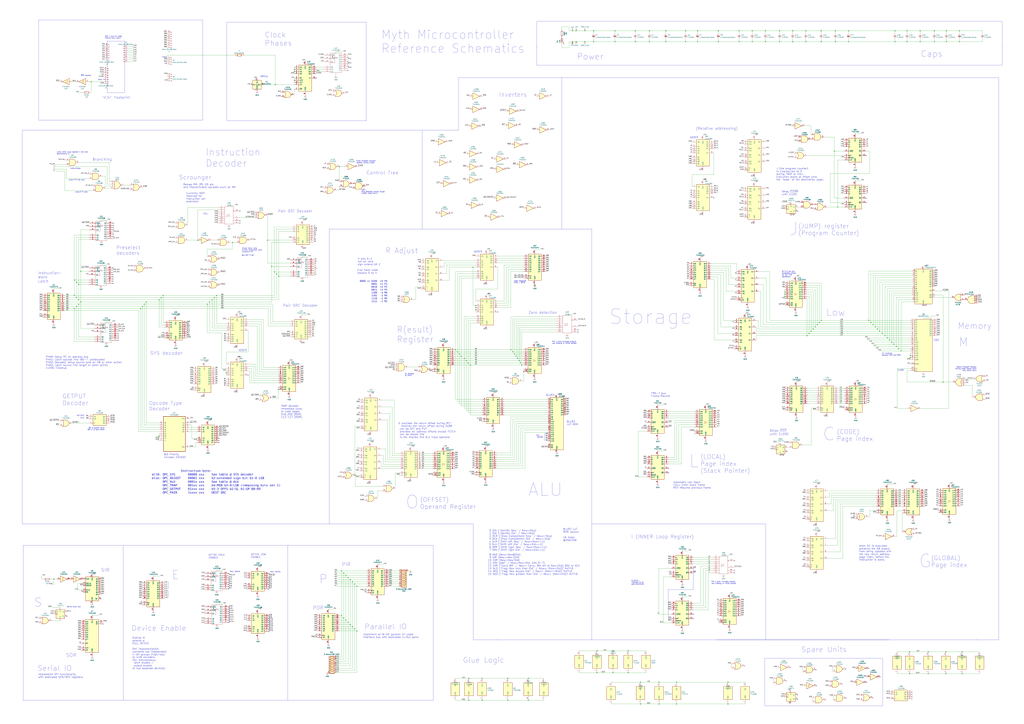
<source format=kicad_sch>
(kicad_sch (version 20231120) (generator "eeschema") (generator_version "8.0")
  (paper "A0")
  (title_block (title "Sonne-8 Micro-Controller") (date "2024-08-14") (rev "Myth Cut") (company "Contact: mim@ok-schalter.de") (comment 1 "Author: Michael Mangelsdorf") (comment 2 "Project homepage: https://github.com/Dosflange/Myth"))
  (lib_symbols
    (symbol "4xxx:4002" (pin_names (offset 1.016))
      (property "Reference" "U" (at 0 1.27 0))
      (property "Value" "4002" (at 0 -1.27 0))
      (symbol "4002_1_1"
        (pin output inverted (at 7.62 0 180) (length 3.81) (name "~") (number "1"))
        (pin input line (at -7.62 3.81 0) (length 3.81) (name "~") (number "2"))
        (pin input line (at -7.62 1.27 0) (length 4.826) (name "~") (number "3"))
        (pin input line (at -7.62 -1.27 0) (length 4.826) (name "~") (number "4"))
        (pin input line (at -7.62 -3.81 0) (length 3.81) (name "~") (number "5"))
      )
      (symbol "4002_1_2"
        (pin output line (at 7.62 0 180) (length 3.81) (name "~") (number "1"))
        (pin input inverted (at -7.62 3.81 0) (length 3.81) (name "~") (number "2"))
        (pin input inverted (at -7.62 1.27 0) (length 3.81) (name "~") (number "3"))
        (pin input inverted (at -7.62 -1.27 0) (length 3.81) (name "~") (number "4"))
        (pin input inverted (at -7.62 -3.81 0) (length 3.81) (name "~") (number "5"))
      )
      (symbol "4002_2_1"
        (pin input line (at -7.62 1.27 0) (length 4.826) (name "~") (number "10"))
        (pin input line (at -7.62 -1.27 0) (length 4.826) (name "~") (number "11"))
        (pin input line (at -7.62 -3.81 0) (length 3.81) (name "~") (number "12"))
        (pin output inverted (at 7.62 0 180) (length 3.81) (name "~") (number "13"))
        (pin input line (at -7.62 3.81 0) (length 3.81) (name "~") (number "9"))
      )
      (symbol "4002_2_2"
        (pin input inverted (at -7.62 1.27 0) (length 3.81) (name "~") (number "10"))
        (pin input inverted (at -7.62 -1.27 0) (length 3.81) (name "~") (number "11"))
        (pin input inverted (at -7.62 -3.81 0) (length 3.81) (name "~") (number "12"))
        (pin output line (at 7.62 0 180) (length 3.81) (name "~") (number "13"))
        (pin input inverted (at -7.62 3.81 0) (length 3.81) (name "~") (number "9"))
      )
      (symbol "4002_3_0"
        (pin power_in line (at 0 12.7 270) (length 5.08) (name "VDD") (number "14"))
        (pin power_in line (at 0 -12.7 90) (length 5.08) (name "VSS") (number "7"))
      )
    )
    (symbol "4xxx:4075" (pin_names (offset 1.016))
      (property "Reference" "U" (at 0 1.27 0))
      (property "Value" "4075" (at 0 -1.27 0))
      (symbol "4075_1_1"
        (pin input line (at -7.62 2.54 0) (length 4.318) (name "~") (number "1"))
        (pin input line (at -7.62 0 0) (length 4.953) (name "~") (number "2"))
        (pin input line (at -7.62 -2.54 0) (length 4.318) (name "~") (number "8"))
        (pin output line (at 7.62 0 180) (length 3.81) (name "~") (number "9"))
      )
      (symbol "4075_1_2"
        (pin input inverted (at -7.62 2.54 0) (length 3.81) (name "~") (number "1"))
        (pin input inverted (at -7.62 0 0) (length 3.81) (name "~") (number "2"))
        (pin input inverted (at -7.62 -2.54 0) (length 3.81) (name "~") (number "8"))
        (pin output inverted (at 7.62 0 180) (length 3.81) (name "~") (number "9"))
      )
      (symbol "4075_2_1"
        (pin input line (at -7.62 2.54 0) (length 4.318) (name "~") (number "3"))
        (pin input line (at -7.62 0 0) (length 4.953) (name "~") (number "4"))
        (pin input line (at -7.62 -2.54 0) (length 4.318) (name "~") (number "5"))
        (pin output line (at 7.62 0 180) (length 3.81) (name "~") (number "6"))
      )
      (symbol "4075_2_2"
        (pin input inverted (at -7.62 2.54 0) (length 3.81) (name "~") (number "3"))
        (pin input inverted (at -7.62 0 0) (length 3.81) (name "~") (number "4"))
        (pin input inverted (at -7.62 -2.54 0) (length 3.81) (name "~") (number "5"))
        (pin output inverted (at 7.62 0 180) (length 3.81) (name "~") (number "6"))
      )
      (symbol "4075_3_1"
        (pin output line (at 7.62 0 180) (length 3.81) (name "~") (number "10"))
        (pin input line (at -7.62 2.54 0) (length 4.318) (name "~") (number "11"))
        (pin input line (at -7.62 0 0) (length 4.953) (name "~") (number "12"))
        (pin input line (at -7.62 -2.54 0) (length 4.318) (name "~") (number "13"))
      )
      (symbol "4075_3_2"
        (pin output inverted (at 7.62 0 180) (length 3.81) (name "~") (number "10"))
        (pin input inverted (at -7.62 2.54 0) (length 3.81) (name "~") (number "11"))
        (pin input inverted (at -7.62 0 0) (length 3.81) (name "~") (number "12"))
        (pin input inverted (at -7.62 -2.54 0) (length 3.81) (name "~") (number "13"))
      )
      (symbol "4075_4_0"
        (pin power_in line (at 0 12.7 270) (length 5.08) (name "VDD") (number "14"))
        (pin power_in line (at 0 -12.7 90) (length 5.08) (name "VSS") (number "7"))
      )
    )
    (symbol "4xxx_IEEE:4078" (pin_names (offset 0.762))
      (property "Reference" "U" (at 8.89 11.43 0))
      (property "Value" "4078" (at 6.35 -11.43 0))
      (symbol "4078_0_0"
        (text "1" (at 0 0 0) (effects (font (size 2.54 2.54))))
        (pin power_in line (at 0 11.43 270) (length 1) hide (name "Vdd") (number "14"))
        (pin power_in line (at 0 -11.43 90) (length 1) hide (name "Vss") (number "7"))
      )
      (symbol "4078_1_1"
        (pin output line (at 12.7 -2.54 180) (length 7.62) (name "~") (number "1"))
        (pin input line (at -12.7 -3.81 0) (length 7.62) (name "~") (number "10"))
        (pin input line (at -12.7 -6.35 0) (length 7.62) (name "~") (number "11"))
        (pin input line (at -12.7 -8.89 0) (length 7.62) (name "~") (number "12"))
        (pin output inverted (at 12.7 5.08 180) (length 7.62) (name "~") (number "13"))
        (pin input line (at -12.7 8.89 0) (length 7.62) (name "~") (number "2"))
        (pin input line (at -12.7 6.35 0) (length 7.62) (name "~") (number "3"))
        (pin input line (at -12.7 3.81 0) (length 7.62) (name "~") (number "4"))
        (pin input line (at -12.7 1.27 0) (length 7.62) (name "~") (number "5"))
        (pin free line (at 12.7 -8.89 180) (length 7.62) (name "~") (number "6"))
        (pin free line (at 12.7 -6.35 180) (length 7.62) (name "~") (number "8"))
        (pin input line (at -12.7 -1.27 0) (length 7.62) (name "~") (number "9"))
      )
    )
    (symbol "74xx:74AHC04"
      (property "Reference" "U" (at 0 1.27 0))
      (property "Value" "74AHC04" (at 0 -1.27 0))
      (symbol "74AHC04_1_0"
        (pin input line (at -7.62 0 0) (length 3.81) (name "~") (number "1"))
        (pin output inverted (at 7.62 0 180) (length 3.81) (name "~") (number "2"))
      )
      (symbol "74AHC04_2_0"
        (pin input line (at -7.62 0 0) (length 3.81) (name "~") (number "3"))
        (pin output inverted (at 7.62 0 180) (length 3.81) (name "~") (number "4"))
      )
      (symbol "74AHC04_3_0"
        (pin input line (at -7.62 0 0) (length 3.81) (name "~") (number "5"))
        (pin output inverted (at 7.62 0 180) (length 3.81) (name "~") (number "6"))
      )
      (symbol "74AHC04_4_0"
        (pin output inverted (at 7.62 0 180) (length 3.81) (name "~") (number "8"))
        (pin input line (at -7.62 0 0) (length 3.81) (name "~") (number "9"))
      )
      (symbol "74AHC04_5_0"
        (pin output inverted (at 7.62 0 180) (length 3.81) (name "~") (number "10"))
        (pin input line (at -7.62 0 0) (length 3.81) (name "~") (number "11"))
      )
      (symbol "74AHC04_6_0"
        (pin output inverted (at 7.62 0 180) (length 3.81) (name "~") (number "12"))
        (pin input line (at -7.62 0 0) (length 3.81) (name "~") (number "13"))
      )
      (symbol "74AHC04_7_0"
        (pin power_in line (at 0 12.7 270) (length 5.08) (name "VCC") (number "14"))
        (pin power_in line (at 0 -12.7 90) (length 5.08) (name "GND") (number "7"))
      )
    )
    (symbol "74xx:74AHC244"
      (property "Reference" "U" (at -7.62 16.51 0))
      (property "Value" "74AHC244" (at -7.62 -16.51 0))
      (symbol "74AHC244_1_0"
        (pin input inverted (at -12.7 -10.16 0) (length 5.08) (name "1OE") (number "1"))
        (pin power_in line (at 0 -20.32 90) (length 5.08) (name "GND") (number "10"))
        (pin input line (at -12.7 -5.08 0) (length 5.08) (name "2A3") (number "11"))
        (pin tri_state line (at 12.7 5.08 180) (length 5.08) (name "1Y3") (number "12"))
        (pin input line (at -12.7 -2.54 0) (length 5.08) (name "2A2") (number "13"))
        (pin tri_state line (at 12.7 7.62 180) (length 5.08) (name "1Y2") (number "14"))
        (pin input line (at -12.7 0 0) (length 5.08) (name "2A1") (number "15"))
        (pin tri_state line (at 12.7 10.16 180) (length 5.08) (name "1Y1") (number "16"))
        (pin input line (at -12.7 2.54 0) (length 5.08) (name "2A0") (number "17"))
        (pin tri_state line (at 12.7 12.7 180) (length 5.08) (name "1Y0") (number "18"))
        (pin input inverted (at -12.7 -12.7 0) (length 5.08) (name "2OE") (number "19"))
        (pin input line (at -12.7 12.7 0) (length 5.08) (name "1A0") (number "2"))
        (pin power_in line (at 0 20.32 270) (length 5.08) (name "VCC") (number "20"))
        (pin tri_state line (at 12.7 2.54 180) (length 5.08) (name "2Y0") (number "3"))
        (pin input line (at -12.7 10.16 0) (length 5.08) (name "1A1") (number "4"))
        (pin tri_state line (at 12.7 0 180) (length 5.08) (name "2Y1") (number "5"))
        (pin input line (at -12.7 7.62 0) (length 5.08) (name "1A2") (number "6"))
        (pin tri_state line (at 12.7 -2.54 180) (length 5.08) (name "2Y2") (number "7"))
        (pin input line (at -12.7 5.08 0) (length 5.08) (name "1A3") (number "8"))
        (pin tri_state line (at 12.7 -5.08 180) (length 5.08) (name "2Y3") (number "9"))
      )
    )
    (symbol "74xx:74HC00" (pin_names (offset 1.016))
      (property "Reference" "U" (at 0 1.27 0))
      (property "Value" "74HC00" (at 0 -1.27 0))
      (symbol "74HC00_1_1"
        (pin input line (at -7.62 2.54 0) (length 3.81) (name "~") (number "1"))
        (pin input line (at -7.62 -2.54 0) (length 3.81) (name "~") (number "2"))
        (pin output inverted (at 7.62 0 180) (length 3.81) (name "~") (number "3"))
      )
      (symbol "74HC00_1_2"
        (pin input inverted (at -7.62 2.54 0) (length 4.318) (name "~") (number "1"))
        (pin input inverted (at -7.62 -2.54 0) (length 4.318) (name "~") (number "2"))
        (pin output line (at 7.62 0 180) (length 3.81) (name "~") (number "3"))
      )
      (symbol "74HC00_2_1"
        (pin input line (at -7.62 2.54 0) (length 3.81) (name "~") (number "4"))
        (pin input line (at -7.62 -2.54 0) (length 3.81) (name "~") (number "5"))
        (pin output inverted (at 7.62 0 180) (length 3.81) (name "~") (number "6"))
      )
      (symbol "74HC00_2_2"
        (pin input inverted (at -7.62 2.54 0) (length 4.318) (name "~") (number "4"))
        (pin input inverted (at -7.62 -2.54 0) (length 4.318) (name "~") (number "5"))
        (pin output line (at 7.62 0 180) (length 3.81) (name "~") (number "6"))
      )
      (symbol "74HC00_3_1"
        (pin input line (at -7.62 -2.54 0) (length 3.81) (name "~") (number "10"))
        (pin output inverted (at 7.62 0 180) (length 3.81) (name "~") (number "8"))
        (pin input line (at -7.62 2.54 0) (length 3.81) (name "~") (number "9"))
      )
      (symbol "74HC00_3_2"
        (pin input inverted (at -7.62 -2.54 0) (length 4.318) (name "~") (number "10"))
        (pin output line (at 7.62 0 180) (length 3.81) (name "~") (number "8"))
        (pin input inverted (at -7.62 2.54 0) (length 4.318) (name "~") (number "9"))
      )
      (symbol "74HC00_4_1"
        (pin output inverted (at 7.62 0 180) (length 3.81) (name "~") (number "11"))
        (pin input line (at -7.62 2.54 0) (length 3.81) (name "~") (number "12"))
        (pin input line (at -7.62 -2.54 0) (length 3.81) (name "~") (number "13"))
      )
      (symbol "74HC00_4_2"
        (pin output line (at 7.62 0 180) (length 3.81) (name "~") (number "11"))
        (pin input inverted (at -7.62 2.54 0) (length 4.318) (name "~") (number "12"))
        (pin input inverted (at -7.62 -2.54 0) (length 4.318) (name "~") (number "13"))
      )
      (symbol "74HC00_5_0"
        (pin power_in line (at 0 12.7 270) (length 5.08) (name "VCC") (number "14"))
        (pin power_in line (at 0 -12.7 90) (length 5.08) (name "GND") (number "7"))
      )
    )
    (symbol "74xx:74HC02" (pin_names (offset 1.016))
      (property "Reference" "U" (at 0 1.27 0))
      (property "Value" "74HC02" (at 0 -1.27 0))
      (symbol "74HC02_1_1"
        (pin output inverted (at 7.62 0 180) (length 3.81) (name "~") (number "1"))
        (pin input line (at -7.62 2.54 0) (length 4.318) (name "~") (number "2"))
        (pin input line (at -7.62 -2.54 0) (length 4.318) (name "~") (number "3"))
      )
      (symbol "74HC02_1_2"
        (pin output line (at 7.62 0 180) (length 3.81) (name "~") (number "1"))
        (pin input inverted (at -7.62 2.54 0) (length 3.81) (name "~") (number "2"))
        (pin input inverted (at -7.62 -2.54 0) (length 3.81) (name "~") (number "3"))
      )
      (symbol "74HC02_2_1"
        (pin output inverted (at 7.62 0 180) (length 3.81) (name "~") (number "4"))
        (pin input line (at -7.62 2.54 0) (length 4.318) (name "~") (number "5"))
        (pin input line (at -7.62 -2.54 0) (length 4.318) (name "~") (number "6"))
      )
      (symbol "74HC02_2_2"
        (pin output line (at 7.62 0 180) (length 3.81) (name "~") (number "4"))
        (pin input inverted (at -7.62 2.54 0) (length 3.81) (name "~") (number "5"))
        (pin input inverted (at -7.62 -2.54 0) (length 3.81) (name "~") (number "6"))
      )
      (symbol "74HC02_3_1"
        (pin output inverted (at 7.62 0 180) (length 3.81) (name "~") (number "10"))
        (pin input line (at -7.62 2.54 0) (length 4.318) (name "~") (number "8"))
        (pin input line (at -7.62 -2.54 0) (length 4.318) (name "~") (number "9"))
      )
      (symbol "74HC02_3_2"
        (pin output line (at 7.62 0 180) (length 3.81) (name "~") (number "10"))
        (pin input inverted (at -7.62 2.54 0) (length 3.81) (name "~") (number "8"))
        (pin input inverted (at -7.62 -2.54 0) (length 3.81) (name "~") (number "9"))
      )
      (symbol "74HC02_4_1"
        (pin input line (at -7.62 2.54 0) (length 4.318) (name "~") (number "11"))
        (pin input line (at -7.62 -2.54 0) (length 4.318) (name "~") (number "12"))
        (pin output inverted (at 7.62 0 180) (length 3.81) (name "~") (number "13"))
      )
      (symbol "74HC02_4_2"
        (pin input inverted (at -7.62 2.54 0) (length 3.81) (name "~") (number "11"))
        (pin input inverted (at -7.62 -2.54 0) (length 3.81) (name "~") (number "12"))
        (pin output line (at 7.62 0 180) (length 3.81) (name "~") (number "13"))
      )
      (symbol "74HC02_5_0"
        (pin power_in line (at 0 12.7 270) (length 5.08) (name "VCC") (number "14"))
        (pin power_in line (at 0 -12.7 90) (length 5.08) (name "GND") (number "7"))
      )
    )
    (symbol "74xx:74HC04"
      (property "Reference" "U" (at 0 1.27 0))
      (property "Value" "74HC04" (at 0 -1.27 0))
      (symbol "74HC04_1_0"
        (pin input line (at -7.62 0 0) (length 3.81) (name "~") (number "1"))
        (pin output inverted (at 7.62 0 180) (length 3.81) (name "~") (number "2"))
      )
      (symbol "74HC04_2_0"
        (pin input line (at -7.62 0 0) (length 3.81) (name "~") (number "3"))
        (pin output inverted (at 7.62 0 180) (length 3.81) (name "~") (number "4"))
      )
      (symbol "74HC04_3_0"
        (pin input line (at -7.62 0 0) (length 3.81) (name "~") (number "5"))
        (pin output inverted (at 7.62 0 180) (length 3.81) (name "~") (number "6"))
      )
      (symbol "74HC04_4_0"
        (pin output inverted (at 7.62 0 180) (length 3.81) (name "~") (number "8"))
        (pin input line (at -7.62 0 0) (length 3.81) (name "~") (number "9"))
      )
      (symbol "74HC04_5_0"
        (pin output inverted (at 7.62 0 180) (length 3.81) (name "~") (number "10"))
        (pin input line (at -7.62 0 0) (length 3.81) (name "~") (number "11"))
      )
      (symbol "74HC04_6_0"
        (pin output inverted (at 7.62 0 180) (length 3.81) (name "~") (number "12"))
        (pin input line (at -7.62 0 0) (length 3.81) (name "~") (number "13"))
      )
      (symbol "74HC04_7_0"
        (pin power_in line (at 0 12.7 270) (length 5.08) (name "VCC") (number "14"))
        (pin power_in line (at 0 -12.7 90) (length 5.08) (name "GND") (number "7"))
      )
    )
    (symbol "74xx:74HC14" (pin_names (offset 1.016))
      (property "Reference" "U" (at 0 1.27 0))
      (property "Value" "74HC14" (at 0 -1.27 0))
      (symbol "74HC14_1_0"
        (pin input line (at -7.62 0 0) (length 3.81) (name "~") (number "1"))
        (pin output inverted (at 7.62 0 180) (length 3.81) (name "~") (number "2"))
      )
      (symbol "74HC14_2_0"
        (pin input line (at -7.62 0 0) (length 3.81) (name "~") (number "3"))
        (pin output inverted (at 7.62 0 180) (length 3.81) (name "~") (number "4"))
      )
      (symbol "74HC14_3_0"
        (pin input line (at -7.62 0 0) (length 3.81) (name "~") (number "5"))
        (pin output inverted (at 7.62 0 180) (length 3.81) (name "~") (number "6"))
      )
      (symbol "74HC14_4_0"
        (pin output inverted (at 7.62 0 180) (length 3.81) (name "~") (number "8"))
        (pin input line (at -7.62 0 0) (length 3.81) (name "~") (number "9"))
      )
      (symbol "74HC14_5_0"
        (pin output inverted (at 7.62 0 180) (length 3.81) (name "~") (number "10"))
        (pin input line (at -7.62 0 0) (length 3.81) (name "~") (number "11"))
      )
      (symbol "74HC14_6_0"
        (pin output inverted (at 7.62 0 180) (length 3.81) (name "~") (number "12"))
        (pin input line (at -7.62 0 0) (length 3.81) (name "~") (number "13"))
      )
      (symbol "74HC14_7_0"
        (pin power_in line (at 0 12.7 270) (length 5.08) (name "VCC") (number "14"))
        (pin power_in line (at 0 -12.7 90) (length 5.08) (name "GND") (number "7"))
      )
    )
    (symbol "74xx:74HC165"
      (property "Reference" "U" (at -7.62 19.05 0))
      (property "Value" "74HC165" (at -7.62 -21.59 0))
      (symbol "74HC165_1_0"
        (pin input line (at -12.7 -10.16 0) (length 5.08) (name "~{PL}") (number "1"))
        (pin input line (at -12.7 15.24 0) (length 5.08) (name "DS") (number "10"))
        (pin input line (at -12.7 12.7 0) (length 5.08) (name "D0") (number "11"))
        (pin input line (at -12.7 10.16 0) (length 5.08) (name "D1") (number "12"))
        (pin input line (at -12.7 7.62 0) (length 5.08) (name "D2") (number "13"))
        (pin input line (at -12.7 5.08 0) (length 5.08) (name "D3") (number "14"))
        (pin input line (at -12.7 -17.78 0) (length 5.08) (name "~{CE}") (number "15"))
        (pin power_in line (at 0 22.86 270) (length 5.08) (name "VCC") (number "16"))
        (pin input line (at -12.7 -15.24 0) (length 5.08) (name "CP") (number "2"))
        (pin input line (at -12.7 2.54 0) (length 5.08) (name "D4") (number "3"))
        (pin input line (at -12.7 0 0) (length 5.08) (name "D5") (number "4"))
        (pin input line (at -12.7 -2.54 0) (length 5.08) (name "D6") (number "5"))
        (pin input line (at -12.7 -5.08 0) (length 5.08) (name "D7") (number "6"))
        (pin output line (at 12.7 12.7 180) (length 5.08) (name "~{Q7}") (number "7"))
        (pin power_in line (at 0 -25.4 90) (length 5.08) (name "GND") (number "8"))
        (pin output line (at 12.7 15.24 180) (length 5.08) (name "Q7") (number "9"))
      )
    )
    (symbol "74xx:74HC273"
      (property "Reference" "U" (at -7.62 16.51 0))
      (property "Value" "74HC273" (at -7.62 -16.51 0))
      (symbol "74HC273_1_0"
        (pin input line (at -12.7 -12.7 0) (length 5.08) (name "~{Mr}") (number "1"))
        (pin power_in line (at 0 -20.32 90) (length 5.08) (name "GND") (number "10"))
        (pin input clock (at -12.7 -10.16 0) (length 5.08) (name "Cp") (number "11"))
        (pin output line (at 12.7 2.54 180) (length 5.08) (name "Q4") (number "12"))
        (pin input line (at -12.7 2.54 0) (length 5.08) (name "D4") (number "13"))
        (pin input line (at -12.7 0 0) (length 5.08) (name "D5") (number "14"))
        (pin output line (at 12.7 0 180) (length 5.08) (name "Q5") (number "15"))
        (pin output line (at 12.7 -2.54 180) (length 5.08) (name "Q6") (number "16"))
        (pin input line (at -12.7 -2.54 0) (length 5.08) (name "D6") (number "17"))
        (pin input line (at -12.7 -5.08 0) (length 5.08) (name "D7") (number "18"))
        (pin output line (at 12.7 -5.08 180) (length 5.08) (name "Q7") (number "19"))
        (pin output line (at 12.7 12.7 180) (length 5.08) (name "Q0") (number "2"))
        (pin power_in line (at 0 20.32 270) (length 5.08) (name "VCC") (number "20"))
        (pin input line (at -12.7 12.7 0) (length 5.08) (name "D0") (number "3"))
        (pin input line (at -12.7 10.16 0) (length 5.08) (name "D1") (number "4"))
        (pin output line (at 12.7 10.16 180) (length 5.08) (name "Q1") (number "5"))
        (pin output line (at 12.7 7.62 180) (length 5.08) (name "Q2") (number "6"))
        (pin input line (at -12.7 7.62 0) (length 5.08) (name "D2") (number "7"))
        (pin input line (at -12.7 5.08 0) (length 5.08) (name "D3") (number "8"))
        (pin output line (at 12.7 5.08 180) (length 5.08) (name "Q3") (number "9"))
      )
    )
    (symbol "74xx:74HC595"
      (property "Reference" "U" (at -7.62 13.97 0))
      (property "Value" "74HC595" (at -7.62 -16.51 0))
      (symbol "74HC595_1_0"
        (pin tri_state line (at 10.16 7.62 180) (length 2.54) (name "QB") (number "1"))
        (pin input line (at -10.16 2.54 0) (length 2.54) (name "~{SRCLR}") (number "10"))
        (pin input line (at -10.16 5.08 0) (length 2.54) (name "SRCLK") (number "11"))
        (pin input line (at -10.16 -2.54 0) (length 2.54) (name "RCLK") (number "12"))
        (pin input line (at -10.16 -5.08 0) (length 2.54) (name "~{OE}") (number "13"))
        (pin input line (at -10.16 10.16 0) (length 2.54) (name "SER") (number "14"))
        (pin tri_state line (at 10.16 10.16 180) (length 2.54) (name "QA") (number "15"))
        (pin power_in line (at 0 15.24 270) (length 2.54) (name "VCC") (number "16"))
        (pin tri_state line (at 10.16 5.08 180) (length 2.54) (name "QC") (number "2"))
        (pin tri_state line (at 10.16 2.54 180) (length 2.54) (name "QD") (number "3"))
        (pin tri_state line (at 10.16 0 180) (length 2.54) (name "QE") (number "4"))
        (pin tri_state line (at 10.16 -2.54 180) (length 2.54) (name "QF") (number "5"))
        (pin tri_state line (at 10.16 -5.08 180) (length 2.54) (name "QG") (number "6"))
        (pin tri_state line (at 10.16 -7.62 180) (length 2.54) (name "QH") (number "7"))
        (pin power_in line (at 0 -17.78 90) (length 2.54) (name "GND") (number "8"))
        (pin output line (at 10.16 -12.7 180) (length 2.54) (name "QH'") (number "9"))
      )
    )
    (symbol "74xx:74HC74" (pin_names (offset 1.016))
      (property "Reference" "U" (at -7.62 8.89 0))
      (property "Value" "74HC74" (at -7.62 -8.89 0))
      (symbol "74HC74_1_0"
        (pin input line (at 0 -7.62 90) (length 2.54) (name "~{R}") (number "1"))
        (pin input line (at -7.62 2.54 0) (length 2.54) (name "D") (number "2"))
        (pin input clock (at -7.62 0 0) (length 2.54) (name "C") (number "3"))
        (pin input line (at 0 7.62 270) (length 2.54) (name "~{S}") (number "4"))
        (pin output line (at 7.62 2.54 180) (length 2.54) (name "Q") (number "5"))
        (pin output line (at 7.62 -2.54 180) (length 2.54) (name "~{Q}") (number "6"))
      )
      (symbol "74HC74_2_0"
        (pin input line (at 0 7.62 270) (length 2.54) (name "~{S}") (number "10"))
        (pin input clock (at -7.62 0 0) (length 2.54) (name "C") (number "11"))
        (pin input line (at -7.62 2.54 0) (length 2.54) (name "D") (number "12"))
        (pin input line (at 0 -7.62 90) (length 2.54) (name "~{R}") (number "13"))
        (pin output line (at 7.62 -2.54 180) (length 2.54) (name "~{Q}") (number "8"))
        (pin output line (at 7.62 2.54 180) (length 2.54) (name "Q") (number "9"))
      )
      (symbol "74HC74_3_0"
        (pin power_in line (at 0 10.16 270) (length 2.54) (name "VCC") (number "14"))
        (pin power_in line (at 0 -10.16 90) (length 2.54) (name "GND") (number "7"))
      )
    )
    (symbol "74xx:74LS02" (pin_names (offset 1.016))
      (property "Reference" "U" (at 0 1.27 0))
      (property "Value" "74LS02" (at 0 -1.27 0))
      (symbol "74LS02_1_1"
        (pin output inverted (at 7.62 0 180) (length 3.81) (name "~") (number "1"))
        (pin input line (at -7.62 2.54 0) (length 4.318) (name "~") (number "2"))
        (pin input line (at -7.62 -2.54 0) (length 4.318) (name "~") (number "3"))
      )
      (symbol "74LS02_1_2"
        (pin output line (at 7.62 0 180) (length 3.81) (name "~") (number "1"))
        (pin input inverted (at -7.62 2.54 0) (length 3.81) (name "~") (number "2"))
        (pin input inverted (at -7.62 -2.54 0) (length 3.81) (name "~") (number "3"))
      )
      (symbol "74LS02_2_1"
        (pin output inverted (at 7.62 0 180) (length 3.81) (name "~") (number "4"))
        (pin input line (at -7.62 2.54 0) (length 4.318) (name "~") (number "5"))
        (pin input line (at -7.62 -2.54 0) (length 4.318) (name "~") (number "6"))
      )
      (symbol "74LS02_2_2"
        (pin output line (at 7.62 0 180) (length 3.81) (name "~") (number "4"))
        (pin input inverted (at -7.62 2.54 0) (length 3.81) (name "~") (number "5"))
        (pin input inverted (at -7.62 -2.54 0) (length 3.81) (name "~") (number "6"))
      )
      (symbol "74LS02_3_1"
        (pin output inverted (at 7.62 0 180) (length 3.81) (name "~") (number "10"))
        (pin input line (at -7.62 2.54 0) (length 4.318) (name "~") (number "8"))
        (pin input line (at -7.62 -2.54 0) (length 4.318) (name "~") (number "9"))
      )
      (symbol "74LS02_3_2"
        (pin output line (at 7.62 0 180) (length 3.81) (name "~") (number "10"))
        (pin input inverted (at -7.62 2.54 0) (length 3.81) (name "~") (number "8"))
        (pin input inverted (at -7.62 -2.54 0) (length 3.81) (name "~") (number "9"))
      )
      (symbol "74LS02_4_1"
        (pin input line (at -7.62 2.54 0) (length 4.318) (name "~") (number "11"))
        (pin input line (at -7.62 -2.54 0) (length 4.318) (name "~") (number "12"))
        (pin output inverted (at 7.62 0 180) (length 3.81) (name "~") (number "13"))
      )
      (symbol "74LS02_4_2"
        (pin input inverted (at -7.62 2.54 0) (length 3.81) (name "~") (number "11"))
        (pin input inverted (at -7.62 -2.54 0) (length 3.81) (name "~") (number "12"))
        (pin output line (at 7.62 0 180) (length 3.81) (name "~") (number "13"))
      )
      (symbol "74LS02_5_0"
        (pin power_in line (at 0 12.7 270) (length 5.08) (name "VCC") (number "14"))
        (pin power_in line (at 0 -12.7 90) (length 5.08) (name "GND") (number "7"))
      )
    )
    (symbol "74xx:74LS08" (pin_names (offset 1.016))
      (property "Reference" "U" (at 0 1.27 0))
      (property "Value" "74LS08" (at 0 -1.27 0))
      (symbol "74LS08_1_1"
        (pin input line (at -7.62 2.54 0) (length 3.81) (name "~") (number "1"))
        (pin input line (at -7.62 -2.54 0) (length 3.81) (name "~") (number "2"))
        (pin output line (at 7.62 0 180) (length 3.81) (name "~") (number "3"))
      )
      (symbol "74LS08_1_2"
        (pin input inverted (at -7.62 2.54 0) (length 4.318) (name "~") (number "1"))
        (pin input inverted (at -7.62 -2.54 0) (length 4.318) (name "~") (number "2"))
        (pin output inverted (at 7.62 0 180) (length 3.81) (name "~") (number "3"))
      )
      (symbol "74LS08_2_1"
        (pin input line (at -7.62 2.54 0) (length 3.81) (name "~") (number "4"))
        (pin input line (at -7.62 -2.54 0) (length 3.81) (name "~") (number "5"))
        (pin output line (at 7.62 0 180) (length 3.81) (name "~") (number "6"))
      )
      (symbol "74LS08_2_2"
        (pin input inverted (at -7.62 2.54 0) (length 4.318) (name "~") (number "4"))
        (pin input inverted (at -7.62 -2.54 0) (length 4.318) (name "~") (number "5"))
        (pin output inverted (at 7.62 0 180) (length 3.81) (name "~") (number "6"))
      )
      (symbol "74LS08_3_1"
        (pin input line (at -7.62 -2.54 0) (length 3.81) (name "~") (number "10"))
        (pin output line (at 7.62 0 180) (length 3.81) (name "~") (number "8"))
        (pin input line (at -7.62 2.54 0) (length 3.81) (name "~") (number "9"))
      )
      (symbol "74LS08_3_2"
        (pin input inverted (at -7.62 -2.54 0) (length 4.318) (name "~") (number "10"))
        (pin output inverted (at 7.62 0 180) (length 3.81) (name "~") (number "8"))
        (pin input inverted (at -7.62 2.54 0) (length 4.318) (name "~") (number "9"))
      )
      (symbol "74LS08_4_1"
        (pin output line (at 7.62 0 180) (length 3.81) (name "~") (number "11"))
        (pin input line (at -7.62 2.54 0) (length 3.81) (name "~") (number "12"))
        (pin input line (at -7.62 -2.54 0) (length 3.81) (name "~") (number "13"))
      )
      (symbol "74LS08_4_2"
        (pin output inverted (at 7.62 0 180) (length 3.81) (name "~") (number "11"))
        (pin input inverted (at -7.62 2.54 0) (length 4.318) (name "~") (number "12"))
        (pin input inverted (at -7.62 -2.54 0) (length 4.318) (name "~") (number "13"))
      )
      (symbol "74LS08_5_0"
        (pin power_in line (at 0 12.7 270) (length 5.08) (name "VCC") (number "14"))
        (pin power_in line (at 0 -12.7 90) (length 5.08) (name "GND") (number "7"))
      )
    )
    (symbol "74xx:74LS138" (pin_names (offset 1.016))
      (property "Reference" "U" (at -7.62 11.43 0))
      (property "Value" "74LS138" (at -7.62 -13.97 0))
      (symbol "74LS138_1_0"
        (pin input line (at -12.7 7.62 0) (length 5.08) (name "A0") (number "1"))
        (pin output output_low (at 12.7 -5.08 180) (length 5.08) (name "O5") (number "10"))
        (pin output output_low (at 12.7 -2.54 180) (length 5.08) (name "O4") (number "11"))
        (pin output output_low (at 12.7 0 180) (length 5.08) (name "O3") (number "12"))
        (pin output output_low (at 12.7 2.54 180) (length 5.08) (name "O2") (number "13"))
        (pin output output_low (at 12.7 5.08 180) (length 5.08) (name "O1") (number "14"))
        (pin output output_low (at 12.7 7.62 180) (length 5.08) (name "O0") (number "15"))
        (pin power_in line (at 0 15.24 270) (length 5.08) (name "VCC") (number "16"))
        (pin input line (at -12.7 5.08 0) (length 5.08) (name "A1") (number "2"))
        (pin input line (at -12.7 2.54 0) (length 5.08) (name "A2") (number "3"))
        (pin input input_low (at -12.7 -10.16 0) (length 5.08) (name "E1") (number "4"))
        (pin input input_low (at -12.7 -7.62 0) (length 5.08) (name "E2") (number "5"))
        (pin input line (at -12.7 -5.08 0) (length 5.08) (name "E3") (number "6"))
        (pin output output_low (at 12.7 -10.16 180) (length 5.08) (name "O7") (number "7"))
        (pin power_in line (at 0 -17.78 90) (length 5.08) (name "GND") (number "8"))
        (pin output output_low (at 12.7 -7.62 180) (length 5.08) (name "O6") (number "9"))
      )
    )
    (symbol "74xx:74LS139" (pin_names (offset 1.016))
      (property "Reference" "U" (at -7.62 8.89 0))
      (property "Value" "74LS139" (at -7.62 -8.89 0))
      (symbol "74LS139_1_0"
        (pin input inverted (at -12.7 -5.08 0) (length 5.08) (name "E") (number "1"))
        (pin input line (at -12.7 0 0) (length 5.08) (name "A0") (number "2"))
        (pin input line (at -12.7 2.54 0) (length 5.08) (name "A1") (number "3"))
        (pin output inverted (at 12.7 2.54 180) (length 5.08) (name "O0") (number "4"))
        (pin output inverted (at 12.7 0 180) (length 5.08) (name "O1") (number "5"))
        (pin output inverted (at 12.7 -2.54 180) (length 5.08) (name "O2") (number "6"))
        (pin output inverted (at 12.7 -5.08 180) (length 5.08) (name "O3") (number "7"))
      )
      (symbol "74LS139_2_0"
        (pin output inverted (at 12.7 -2.54 180) (length 5.08) (name "O2") (number "10"))
        (pin output inverted (at 12.7 0 180) (length 5.08) (name "O1") (number "11"))
        (pin output inverted (at 12.7 2.54 180) (length 5.08) (name "O0") (number "12"))
        (pin input line (at -12.7 2.54 0) (length 5.08) (name "A1") (number "13"))
        (pin input line (at -12.7 0 0) (length 5.08) (name "A0") (number "14"))
        (pin input inverted (at -12.7 -5.08 0) (length 5.08) (name "E") (number "15"))
        (pin output inverted (at 12.7 -5.08 180) (length 5.08) (name "O3") (number "9"))
      )
      (symbol "74LS139_3_0"
        (pin power_in line (at 0 12.7 270) (length 5.08) (name "VCC") (number "16"))
        (pin power_in line (at 0 -12.7 90) (length 5.08) (name "GND") (number "8"))
      )
    )
    (symbol "74xx:74LS157" (pin_names (offset 1.016))
      (property "Reference" "U" (at -7.62 19.05 0))
      (property "Value" "74LS157" (at -7.62 -21.59 0))
      (symbol "74LS157_1_0"
        (pin input line (at -12.7 -15.24 0) (length 5.08) (name "S") (number "1"))
        (pin input line (at -12.7 -2.54 0) (length 5.08) (name "I1c") (number "10"))
        (pin input line (at -12.7 0 0) (length 5.08) (name "I0c") (number "11"))
        (pin output line (at 12.7 -7.62 180) (length 5.08) (name "Zd") (number "12"))
        (pin input line (at -12.7 -10.16 0) (length 5.08) (name "I1d") (number "13"))
        (pin input line (at -12.7 -7.62 0) (length 5.08) (name "I0d") (number "14"))
        (pin input inverted (at -12.7 -17.78 0) (length 5.08) (name "E") (number "15"))
        (pin power_in line (at 0 22.86 270) (length 5.08) (name "VCC") (number "16"))
        (pin input line (at -12.7 15.24 0) (length 5.08) (name "I0a") (number "2"))
        (pin input line (at -12.7 12.7 0) (length 5.08) (name "I1a") (number "3"))
        (pin output line (at 12.7 15.24 180) (length 5.08) (name "Za") (number "4"))
        (pin input line (at -12.7 7.62 0) (length 5.08) (name "I0b") (number "5"))
        (pin input line (at -12.7 5.08 0) (length 5.08) (name "I1b") (number "6"))
        (pin output line (at 12.7 7.62 180) (length 5.08) (name "Zb") (number "7"))
        (pin power_in line (at 0 -25.4 90) (length 5.08) (name "GND") (number "8"))
        (pin output line (at 12.7 0 180) (length 5.08) (name "Zc") (number "9"))
      )
    )
    (symbol "74xx:74LS163" (pin_names (offset 1.016))
      (property "Reference" "U" (at -7.62 16.51 0))
      (property "Value" "74LS163" (at -7.62 -16.51 0))
      (symbol "74LS163_1_0"
        (pin input line (at -12.7 -12.7 0) (length 5.08) (name "~{MR}") (number "1"))
        (pin input line (at -12.7 -5.08 0) (length 5.08) (name "CET") (number "10"))
        (pin output line (at 12.7 5.08 180) (length 5.08) (name "Q3") (number "11"))
        (pin output line (at 12.7 7.62 180) (length 5.08) (name "Q2") (number "12"))
        (pin output line (at 12.7 10.16 180) (length 5.08) (name "Q1") (number "13"))
        (pin output line (at 12.7 12.7 180) (length 5.08) (name "Q0") (number "14"))
        (pin output line (at 12.7 0 180) (length 5.08) (name "TC") (number "15"))
        (pin power_in line (at 0 20.32 270) (length 5.08) (name "VCC") (number "16"))
        (pin input line (at -12.7 -7.62 0) (length 5.08) (name "CP") (number "2"))
        (pin input line (at -12.7 12.7 0) (length 5.08) (name "D0") (number "3"))
        (pin input line (at -12.7 10.16 0) (length 5.08) (name "D1") (number "4"))
        (pin input line (at -12.7 7.62 0) (length 5.08) (name "D2") (number "5"))
        (pin input line (at -12.7 5.08 0) (length 5.08) (name "D3") (number "6"))
        (pin input line (at -12.7 -2.54 0) (length 5.08) (name "CEP") (number "7"))
        (pin power_in line (at 0 -20.32 90) (length 5.08) (name "GND") (number "8"))
        (pin input line (at -12.7 0 0) (length 5.08) (name "~{PE}") (number "9"))
      )
    )
    (symbol "74xx:74LS193"
      (property "Reference" "U" (at -7.62 13.97 0))
      (property "Value" "74LS193" (at 5.08 13.97 0))
      (symbol "74LS193_1_0"
        (pin input line (at -12.7 7.62 0) (length 5.08) (name "B") (number "1"))
        (pin input line (at -12.7 5.08 0) (length 5.08) (name "C") (number "10"))
        (pin input line (at -12.7 -2.54 0) (length 5.08) (name "~{LOAD}") (number "11"))
        (pin output line (at 12.7 -2.54 180) (length 5.08) (name "~{CO}") (number "12"))
        (pin output line (at 12.7 -7.62 180) (length 5.08) (name "~{BO}") (number "13"))
        (pin input line (at -12.7 -12.7 0) (length 5.08) (name "CLR") (number "14"))
        (pin input line (at -12.7 10.16 0) (length 5.08) (name "A") (number "15"))
        (pin power_in line (at 0 17.78 270) (length 5.08) (name "VCC") (number "16"))
        (pin output line (at 12.7 7.62 180) (length 5.08) (name "QB") (number "2"))
        (pin output line (at 12.7 10.16 180) (length 5.08) (name "QA") (number "3"))
        (pin input clock (at -12.7 -10.16 0) (length 5.08) (name "DOWN") (number "4"))
        (pin input clock (at -12.7 -7.62 0) (length 5.08) (name "UP") (number "5"))
        (pin output line (at 12.7 5.08 180) (length 5.08) (name "QC") (number "6"))
        (pin output line (at 12.7 2.54 180) (length 5.08) (name "QD") (number "7"))
        (pin power_in line (at 0 -20.32 90) (length 5.08) (name "GND") (number "8"))
        (pin input line (at -12.7 2.54 0) (length 5.08) (name "D") (number "9"))
      )
    )
    (symbol "74xx:74LS21" (pin_names (offset 1.016))
      (property "Reference" "U" (at 0 1.27 0))
      (property "Value" "74LS21" (at 0 -1.27 0))
      (symbol "74LS21_1_1"
        (pin input line (at -7.62 3.81 0) (length 3.81) (name "~") (number "1"))
        (pin input line (at -7.62 1.27 0) (length 3.81) (name "~") (number "2"))
        (pin input line (at -7.62 -1.27 0) (length 3.81) (name "~") (number "4"))
        (pin input line (at -7.62 -3.81 0) (length 3.81) (name "~") (number "5"))
        (pin output line (at 7.62 0 180) (length 3.81) (name "~") (number "6"))
      )
      (symbol "74LS21_1_2"
        (pin input inverted (at -7.62 3.81 0) (length 3.81) (name "~") (number "1"))
        (pin input inverted (at -7.62 1.27 0) (length 4.826) (name "~") (number "2"))
        (pin input inverted (at -7.62 -1.27 0) (length 4.826) (name "~") (number "4"))
        (pin input inverted (at -7.62 -3.81 0) (length 3.81) (name "~") (number "5"))
        (pin output inverted (at 7.62 0 180) (length 3.81) (name "~") (number "6"))
      )
      (symbol "74LS21_2_1"
        (pin input line (at -7.62 1.27 0) (length 3.81) (name "~") (number "10"))
        (pin input line (at -7.62 -1.27 0) (length 3.81) (name "~") (number "12"))
        (pin input line (at -7.62 -3.81 0) (length 3.81) (name "~") (number "13"))
        (pin output line (at 7.62 0 180) (length 3.81) (name "~") (number "8"))
        (pin input line (at -7.62 3.81 0) (length 3.81) (name "~") (number "9"))
      )
      (symbol "74LS21_2_2"
        (pin input inverted (at -7.62 1.27 0) (length 4.826) (name "~") (number "10"))
        (pin input inverted (at -7.62 -1.27 0) (length 4.826) (name "~") (number "12"))
        (pin input inverted (at -7.62 -3.81 0) (length 3.81) (name "~") (number "13"))
        (pin output inverted (at 7.62 0 180) (length 3.81) (name "~") (number "8"))
        (pin input inverted (at -7.62 3.81 0) (length 3.81) (name "~") (number "9"))
      )
      (symbol "74LS21_3_0"
        (pin power_in line (at 0 12.7 270) (length 5.08) (name "VCC") (number "14"))
        (pin power_in line (at 0 -12.7 90) (length 5.08) (name "GND") (number "7"))
      )
    )
    (symbol "74xx:74LS257" (pin_names (offset 1.016))
      (property "Reference" "U" (at -7.62 19.05 0))
      (property "Value" "74LS257" (at -7.62 -21.59 0))
      (symbol "74LS257_1_0"
        (pin input line (at -12.7 -15.24 0) (length 5.08) (name "S") (number "1"))
        (pin input line (at -12.7 -10.16 0) (length 5.08) (name "I1d") (number "10"))
        (pin input line (at -12.7 -7.62 0) (length 5.08) (name "I0d") (number "11"))
        (pin tri_state line (at 12.7 0 180) (length 5.08) (name "Zc") (number "12"))
        (pin input line (at -12.7 -2.54 0) (length 5.08) (name "I1c") (number "13"))
        (pin input line (at -12.7 0 0) (length 5.08) (name "I0c") (number "14"))
        (pin input inverted (at -12.7 -17.78 0) (length 5.08) (name "OE") (number "15"))
        (pin power_in line (at 0 22.86 270) (length 5.08) (name "VCC") (number "16"))
        (pin input line (at -12.7 15.24 0) (length 5.08) (name "I0a") (number "2"))
        (pin input line (at -12.7 12.7 0) (length 5.08) (name "I1a") (number "3"))
        (pin tri_state line (at 12.7 15.24 180) (length 5.08) (name "Za") (number "4"))
        (pin input line (at -12.7 7.62 0) (length 5.08) (name "I0b") (number "5"))
        (pin input line (at -12.7 5.08 0) (length 5.08) (name "I1b") (number "6"))
        (pin tri_state line (at 12.7 7.62 180) (length 5.08) (name "Zb") (number "7"))
        (pin power_in line (at 0 -25.4 90) (length 5.08) (name "GND") (number "8"))
        (pin tri_state line (at 12.7 -7.62 180) (length 5.08) (name "Zd") (number "9"))
      )
    )
    (symbol "74xx:74LS283" (pin_names (offset 1.016))
      (property "Reference" "U" (at -7.62 16.51 0))
      (property "Value" "74LS283" (at -7.62 -16.51 0))
      (symbol "74LS283_1_0"
        (pin output line (at 12.7 10.16 180) (length 5.08) (name "S2") (number "1"))
        (pin output line (at 12.7 5.08 180) (length 5.08) (name "S4") (number "10"))
        (pin input line (at -12.7 -12.7 0) (length 5.08) (name "B4") (number "11"))
        (pin input line (at -12.7 0 0) (length 5.08) (name "A4") (number "12"))
        (pin output line (at 12.7 7.62 180) (length 5.08) (name "S3") (number "13"))
        (pin input line (at -12.7 2.54 0) (length 5.08) (name "A3") (number "14"))
        (pin input line (at -12.7 -10.16 0) (length 5.08) (name "B3") (number "15"))
        (pin power_in line (at 0 20.32 270) (length 5.08) (name "VCC") (number "16"))
        (pin input line (at -12.7 -7.62 0) (length 5.08) (name "B2") (number "2"))
        (pin input line (at -12.7 5.08 0) (length 5.08) (name "A2") (number "3"))
        (pin output line (at 12.7 12.7 180) (length 5.08) (name "S1") (number "4"))
        (pin input line (at -12.7 7.62 0) (length 5.08) (name "A1") (number "5"))
        (pin input line (at -12.7 -5.08 0) (length 5.08) (name "B1") (number "6"))
        (pin input line (at -12.7 12.7 0) (length 5.08) (name "C0") (number "7"))
        (pin power_in line (at 0 -20.32 90) (length 5.08) (name "GND") (number "8"))
        (pin output line (at 12.7 0 180) (length 5.08) (name "C4") (number "9"))
      )
    )
    (symbol "74xx:74LS32" (pin_names (offset 1.016))
      (property "Reference" "U" (at 0 1.27 0))
      (property "Value" "74LS32" (at 0 -1.27 0))
      (symbol "74LS32_1_1"
        (pin input line (at -7.62 2.54 0) (length 4.318) (name "~") (number "1"))
        (pin input line (at -7.62 -2.54 0) (length 4.318) (name "~") (number "2"))
        (pin output line (at 7.62 0 180) (length 3.81) (name "~") (number "3"))
      )
      (symbol "74LS32_1_2"
        (pin input inverted (at -7.62 2.54 0) (length 3.81) (name "~") (number "1"))
        (pin input inverted (at -7.62 -2.54 0) (length 3.81) (name "~") (number "2"))
        (pin output inverted (at 7.62 0 180) (length 3.81) (name "~") (number "3"))
      )
      (symbol "74LS32_2_1"
        (pin input line (at -7.62 2.54 0) (length 4.318) (name "~") (number "4"))
        (pin input line (at -7.62 -2.54 0) (length 4.318) (name "~") (number "5"))
        (pin output line (at 7.62 0 180) (length 3.81) (name "~") (number "6"))
      )
      (symbol "74LS32_2_2"
        (pin input inverted (at -7.62 2.54 0) (length 3.81) (name "~") (number "4"))
        (pin input inverted (at -7.62 -2.54 0) (length 3.81) (name "~") (number "5"))
        (pin output inverted (at 7.62 0 180) (length 3.81) (name "~") (number "6"))
      )
      (symbol "74LS32_3_1"
        (pin input line (at -7.62 -2.54 0) (length 4.318) (name "~") (number "10"))
        (pin output line (at 7.62 0 180) (length 3.81) (name "~") (number "8"))
        (pin input line (at -7.62 2.54 0) (length 4.318) (name "~") (number "9"))
      )
      (symbol "74LS32_3_2"
        (pin input inverted (at -7.62 -2.54 0) (length 3.81) (name "~") (number "10"))
        (pin output inverted (at 7.62 0 180) (length 3.81) (name "~") (number "8"))
        (pin input inverted (at -7.62 2.54 0) (length 3.81) (name "~") (number "9"))
      )
      (symbol "74LS32_4_1"
        (pin output line (at 7.62 0 180) (length 3.81) (name "~") (number "11"))
        (pin input line (at -7.62 2.54 0) (length 4.318) (name "~") (number "12"))
        (pin input line (at -7.62 -2.54 0) (length 4.318) (name "~") (number "13"))
      )
      (symbol "74LS32_4_2"
        (pin output inverted (at 7.62 0 180) (length 3.81) (name "~") (number "11"))
        (pin input inverted (at -7.62 2.54 0) (length 3.81) (name "~") (number "12"))
        (pin input inverted (at -7.62 -2.54 0) (length 3.81) (name "~") (number "13"))
      )
      (symbol "74LS32_5_0"
        (pin power_in line (at 0 12.7 270) (length 5.08) (name "VCC") (number "14"))
        (pin power_in line (at 0 -12.7 90) (length 5.08) (name "GND") (number "7"))
      )
    )
    (symbol "74xx:74LS574" (pin_names (offset 1.016))
      (property "Reference" "U" (at -7.62 16.51 0))
      (property "Value" "74LS574" (at -7.62 -16.51 0))
      (symbol "74LS574_1_0"
        (pin input inverted (at -12.7 -12.7 0) (length 5.08) (name "OE") (number "1"))
        (pin power_in line (at 0 -20.32 90) (length 5.08) (name "GND") (number "10"))
        (pin input clock (at -12.7 -10.16 0) (length 5.08) (name "Cp") (number "11"))
        (pin tri_state line (at 12.7 -5.08 180) (length 5.08) (name "Q7") (number "12"))
        (pin tri_state line (at 12.7 -2.54 180) (length 5.08) (name "Q6") (number "13"))
        (pin tri_state line (at 12.7 0 180) (length 5.08) (name "Q5") (number "14"))
        (pin tri_state line (at 12.7 2.54 180) (length 5.08) (name "Q4") (number "15"))
        (pin tri_state line (at 12.7 5.08 180) (length 5.08) (name "Q3") (number "16"))
        (pin tri_state line (at 12.7 7.62 180) (length 5.08) (name "Q2") (number "17"))
        (pin tri_state line (at 12.7 10.16 180) (length 5.08) (name "Q1") (number "18"))
        (pin tri_state line (at 12.7 12.7 180) (length 5.08) (name "Q0") (number "19"))
        (pin input line (at -12.7 12.7 0) (length 5.08) (name "D0") (number "2"))
        (pin power_in line (at 0 20.32 270) (length 5.08) (name "VCC") (number "20"))
        (pin input line (at -12.7 10.16 0) (length 5.08) (name "D1") (number "3"))
        (pin input line (at -12.7 7.62 0) (length 5.08) (name "D2") (number "4"))
        (pin input line (at -12.7 5.08 0) (length 5.08) (name "D3") (number "5"))
        (pin input line (at -12.7 2.54 0) (length 5.08) (name "D4") (number "6"))
        (pin input line (at -12.7 0 0) (length 5.08) (name "D5") (number "7"))
        (pin input line (at -12.7 -2.54 0) (length 5.08) (name "D6") (number "8"))
        (pin input line (at -12.7 -5.08 0) (length 5.08) (name "D7") (number "9"))
      )
    )
    (symbol "74xx_IEEE:74HC238" (pin_names (offset 0.762))
      (property "Reference" "U" (at 3.81 8.89 0))
      (property "Value" "74HC238" (at 8.89 -16.51 0))
      (symbol "74HC238_0_0"
        (text "&" (at -3.81 3.556 0) (effects (font (size 1.524 1.524))))
        (text "EN" (at 0.508 2.032 0) (effects (font (size 1.524 1.524))))
        (pin power_in line (at 0 7.62 270) (length 0) hide (name "VCC") (number "16"))
      )
      (symbol "74HC238_1_1"
        (pin input line (at -13.97 -8.89 0) (length 7.62) (name "A0") (number "1"))
        (pin output line (at 13.97 -7.62 180) (length 7.62) (name "Y5") (number "10"))
        (pin output line (at 13.97 -5.08 180) (length 7.62) (name "Y4") (number "11"))
        (pin output line (at 13.97 -2.54 180) (length 7.62) (name "Y3") (number "12"))
        (pin output line (at 13.97 0 180) (length 7.62) (name "Y2") (number "13"))
        (pin output line (at 13.97 2.54 180) (length 7.62) (name "Y1") (number "14"))
        (pin output line (at 13.97 5.08 180) (length 7.62) (name "Y0") (number "15"))
        (pin input line (at -13.97 -11.43 0) (length 7.62) (name "A1") (number "2"))
        (pin input line (at -13.97 -13.97 0) (length 7.62) (name "A2") (number "3"))
        (pin input inverted (at -13.97 5.08 0) (length 7.62) (name "~{G2A}") (number "4"))
        (pin input inverted (at -13.97 1.27 0) (length 7.62) (name "~{G2B}") (number "5"))
        (pin input line (at -13.97 -2.54 0) (length 7.62) (name "G1") (number "6"))
        (pin output line (at 13.97 -12.7 180) (length 7.62) (name "Y7") (number "7"))
        (pin power_in line (at 0 -15.24 90) (length 0) hide (name "GND") (number "8"))
        (pin output line (at 13.97 -10.16 180) (length 7.62) (name "Y6") (number "9"))
      )
    )
    (symbol "CD4532BE:CD4532BE" (pin_names (offset 1.016))
      (property "Reference" "U" (at -12.7 21.32 0))
      (property "Value" "CD4532BE" (at -12.7 -24.32 0))
      (symbol "CD4532BE_0_0"
        (pin input line (at -17.78 2.54 0) (length 5.08) (name "D4") (number "1"))
        (pin input line (at -17.78 12.7 0) (length 5.08) (name "D0") (number "10"))
        (pin input line (at -17.78 10.16 0) (length 5.08) (name "D1") (number "11"))
        (pin input line (at -17.78 7.62 0) (length 5.08) (name "D2") (number "12"))
        (pin input line (at -17.78 5.08 0) (length 5.08) (name "D3") (number "13"))
        (pin output line (at 17.78 10.16 180) (length 5.08) (name "GS") (number "14"))
        (pin output line (at 17.78 12.7 180) (length 5.08) (name "E0") (number "15"))
        (pin power_in line (at 17.78 17.78 180) (length 5.08) (name "VDD") (number "16"))
        (pin input line (at -17.78 0 0) (length 5.08) (name "D5") (number "2"))
        (pin input line (at -17.78 -2.54 0) (length 5.08) (name "D6") (number "3"))
        (pin input line (at -17.78 -5.08 0) (length 5.08) (name "D7") (number "4"))
        (pin input line (at -17.78 -7.62 0) (length 5.08) (name "EI") (number "5"))
        (pin output line (at 17.78 2.54 180) (length 5.08) (name "Q2") (number "6"))
        (pin output line (at 17.78 5.08 180) (length 5.08) (name "Q1") (number "7"))
        (pin power_in line (at 17.78 -15.24 180) (length 5.08) (name "VSS") (number "8"))
        (pin output line (at 17.78 7.62 180) (length 5.08) (name "Q0") (number "9"))
      )
    )
    (symbol "Connector:Conn_01x04_Male" (pin_names (offset 1.016) hide)
      (property "Reference" "J" (at 0 5.08 0))
      (property "Value" "Conn_01x04_Male" (at 0 -7.62 0))
      (symbol "Conn_01x04_Male_1_1"
        (pin passive line (at 5.08 2.54 180) (length 3.81) (name "Pin_1") (number "1"))
        (pin passive line (at 5.08 0 180) (length 3.81) (name "Pin_2") (number "2"))
        (pin passive line (at 5.08 -2.54 180) (length 3.81) (name "Pin_3") (number "3"))
        (pin passive line (at 5.08 -5.08 180) (length 3.81) (name "Pin_4") (number "4"))
      )
    )
    (symbol "Connector:Conn_01x08_Male" (pin_names (offset 1.016) hide)
      (property "Reference" "J" (at 0 10.16 0))
      (property "Value" "Conn_01x08_Male" (at 0 -12.7 0))
      (symbol "Conn_01x08_Male_1_1"
        (pin passive line (at 5.08 7.62 180) (length 3.81) (name "Pin_1") (number "1"))
        (pin passive line (at 5.08 5.08 180) (length 3.81) (name "Pin_2") (number "2"))
        (pin passive line (at 5.08 2.54 180) (length 3.81) (name "Pin_3") (number "3"))
        (pin passive line (at 5.08 0 180) (length 3.81) (name "Pin_4") (number "4"))
        (pin passive line (at 5.08 -2.54 180) (length 3.81) (name "Pin_5") (number "5"))
        (pin passive line (at 5.08 -5.08 180) (length 3.81) (name "Pin_6") (number "6"))
        (pin passive line (at 5.08 -7.62 180) (length 3.81) (name "Pin_7") (number "7"))
        (pin passive line (at 5.08 -10.16 180) (length 3.81) (name "Pin_8") (number "8"))
      )
    )
    (symbol "Connector_Generic:Conn_02x01" (pin_names (offset 1.016) hide)
      (property "Reference" "J" (at 1.27 2.54 0))
      (property "Value" "Conn_02x01" (at 1.27 -2.54 0))
      (symbol "Conn_02x01_1_1"
        (pin passive line (at -5.08 0 0) (length 3.81) (name "Pin_1") (number "1"))
        (pin passive line (at 7.62 0 180) (length 3.81) (name "Pin_2") (number "2"))
      )
    )
    (symbol "Device:C_Polarized_Small" (pin_numbers hide) (pin_names (offset 0.254) hide)
      (property "Reference" "C" (at 0.254 1.778 0))
      (property "Value" "C_Polarized_Small" (at 0.254 -2.032 0))
      (symbol "C_Polarized_Small_1_1"
        (pin passive line (at 0 2.54 270) (length 1.8542) (name "~") (number "1"))
        (pin passive line (at 0 -2.54 90) (length 1.8542) (name "~") (number "2"))
      )
    )
    (symbol "Device:C_Small" (pin_numbers hide) (pin_names (offset 0.254) hide)
      (property "Reference" "C" (at 0.254 1.778 0))
      (property "Value" "C_Small" (at 0.254 -2.032 0))
      (symbol "C_Small_1_1"
        (pin passive line (at 0 2.54 270) (length 2.032) (name "~") (number "1"))
        (pin passive line (at 0 -2.54 90) (length 2.032) (name "~") (number "2"))
      )
    )
    (symbol "Device:LED" (pin_numbers hide) (pin_names (offset 1.016) hide)
      (property "Reference" "D" (at 0 2.54 0))
      (property "Value" "LED" (at 0 -2.54 0))
      (symbol "LED_1_1"
        (pin passive line (at -3.81 0 0) (length 2.54) (name "K") (number "1"))
        (pin passive line (at 3.81 0 180) (length 2.54) (name "A") (number "2"))
      )
    )
    (symbol "Device:R" (pin_numbers hide) (pin_names (offset 0))
      (property "Reference" "R" (at 2.032 0 90))
      (property "Value" "R" (at 0 0 90))
      (symbol "R_1_1"
        (pin passive line (at 0 3.81 270) (length 1.27) (name "~") (number "1"))
        (pin passive line (at 0 -3.81 90) (length 1.27) (name "~") (number "2"))
      )
    )
    (symbol "Device:R_Network08" (pin_names (offset 0) hide)
      (property "Reference" "RN" (at -12.7 0 90))
      (property "Value" "R_Network08" (at 10.16 0 90))
      (symbol "R_Network08_1_1"
        (pin passive line (at -10.16 5.08 270) (length 2.54) (name "common") (number "1"))
        (pin passive line (at -10.16 -5.08 90) (length 1.27) (name "R1") (number "2"))
        (pin passive line (at -7.62 -5.08 90) (length 1.27) (name "R2") (number "3"))
        (pin passive line (at -5.08 -5.08 90) (length 1.27) (name "R3") (number "4"))
        (pin passive line (at -2.54 -5.08 90) (length 1.27) (name "R4") (number "5"))
        (pin passive line (at 0 -5.08 90) (length 1.27) (name "R5") (number "6"))
        (pin passive line (at 2.54 -5.08 90) (length 1.27) (name "R6") (number "7"))
        (pin passive line (at 5.08 -5.08 90) (length 1.27) (name "R7") (number "8"))
        (pin passive line (at 7.62 -5.08 90) (length 1.27) (name "R8") (number "9"))
      )
    )
    (symbol "Memory_EPROM:27C080"
      (property "Reference" "U" (at -7.62 31.75 0))
      (property "Value" "27C080" (at 2.54 -31.75 0))
      (symbol "27C080_1_1"
        (pin input line (at -10.16 -20.32 0) (length 2.54) (name "A19") (number "1"))
        (pin input line (at -10.16 22.86 0) (length 2.54) (name "A2") (number "10"))
        (pin input line (at -10.16 25.4 0) (length 2.54) (name "A1") (number "11"))
        (pin input line (at -10.16 27.94 0) (length 2.54) (name "A0") (number "12"))
        (pin tri_state line (at 10.16 27.94 180) (length 2.54) (name "D0") (number "13"))
        (pin tri_state line (at 10.16 25.4 180) (length 2.54) (name "D1") (number "14"))
        (pin tri_state line (at 10.16 22.86 180) (length 2.54) (name "D2") (number "15"))
        (pin power_in line (at 0 -33.02 90) (length 2.54) (name "GND") (number "16"))
        (pin tri_state line (at 10.16 20.32 180) (length 2.54) (name "D3") (number "17"))
        (pin tri_state line (at 10.16 17.78 180) (length 2.54) (name "D4") (number "18"))
        (pin tri_state line (at 10.16 15.24 180) (length 2.54) (name "D5") (number "19"))
        (pin input line (at -10.16 -12.7 0) (length 2.54) (name "A16") (number "2"))
        (pin tri_state line (at 10.16 12.7 180) (length 2.54) (name "D6") (number "20"))
        (pin tri_state line (at 10.16 10.16 180) (length 2.54) (name "D7") (number "21"))
        (pin input line (at -10.16 -25.4 0) (length 2.54) (name "~{CE}") (number "22"))
        (pin input line (at -10.16 2.54 0) (length 2.54) (name "A10") (number "23"))
        (pin input line (at -10.16 -27.94 0) (length 2.54) (name "~{OE}") (number "24"))
        (pin input line (at -10.16 0 0) (length 2.54) (name "A11") (number "25"))
        (pin input line (at -10.16 5.08 0) (length 2.54) (name "A9") (number "26"))
        (pin input line (at -10.16 7.62 0) (length 2.54) (name "A8") (number "27"))
        (pin input line (at -10.16 -5.08 0) (length 2.54) (name "A13") (number "28"))
        (pin input line (at -10.16 -7.62 0) (length 2.54) (name "A14") (number "29"))
        (pin input line (at -10.16 -10.16 0) (length 2.54) (name "A15") (number "3"))
        (pin input line (at -10.16 -15.24 0) (length 2.54) (name "A17") (number "30"))
        (pin input line (at -10.16 -17.78 0) (length 2.54) (name "A18") (number "31"))
        (pin power_in line (at 0 33.02 270) (length 2.54) (name "VCC") (number "32"))
        (pin input line (at -10.16 -2.54 0) (length 2.54) (name "A12") (number "4"))
        (pin input line (at -10.16 10.16 0) (length 2.54) (name "A7") (number "5"))
        (pin input line (at -10.16 12.7 0) (length 2.54) (name "A6") (number "6"))
        (pin input line (at -10.16 15.24 0) (length 2.54) (name "A5") (number "7"))
        (pin input line (at -10.16 17.78 0) (length 2.54) (name "A4") (number "8"))
        (pin input line (at -10.16 20.32 0) (length 2.54) (name "A3") (number "9"))
      )
    )
    (symbol "Memory_Flash:SST39SF040"
      (property "Reference" "U" (at 2.54 33.02 0))
      (property "Value" "SST39SF040" (at 0 -30.48 0))
      (symbol "SST39SF040_0_0"
        (pin power_in line (at 0 -30.48 90) (length 1.27) hide (name "GND") (number "16"))
        (pin power_in line (at 0 33.02 270) (length 1.27) hide (name "VCC") (number "32"))
      )
      (symbol "SST39SF040_1_1"
        (pin input line (at -15.24 -15.24 0) (length 5.08) (name "A18") (number "1"))
        (pin input line (at -15.24 25.4 0) (length 5.08) (name "A2") (number "10"))
        (pin input line (at -15.24 27.94 0) (length 5.08) (name "A1") (number "11"))
        (pin input line (at -15.24 30.48 0) (length 5.08) (name "A0") (number "12"))
        (pin tri_state line (at 15.24 30.48 180) (length 5.08) (name "D0") (number "13"))
        (pin tri_state line (at 15.24 27.94 180) (length 5.08) (name "D1") (number "14"))
        (pin tri_state line (at 15.24 25.4 180) (length 5.08) (name "D2") (number "15"))
        (pin tri_state line (at 15.24 22.86 180) (length 5.08) (name "D3") (number "17"))
        (pin tri_state line (at 15.24 20.32 180) (length 5.08) (name "D4") (number "18"))
        (pin tri_state line (at 15.24 17.78 180) (length 5.08) (name "D5") (number "19"))
        (pin input line (at -15.24 -10.16 0) (length 5.08) (name "A16") (number "2"))
        (pin tri_state line (at 15.24 15.24 180) (length 5.08) (name "D6") (number "20"))
        (pin tri_state line (at 15.24 12.7 180) (length 5.08) (name "D7") (number "21"))
        (pin input input_low (at -15.24 -25.4 0) (length 5.08) (name "CE") (number "22"))
        (pin input line (at -15.24 5.08 0) (length 5.08) (name "A10") (number "23"))
        (pin input input_low (at -15.24 -27.94 0) (length 5.08) (name "OE") (number "24"))
        (pin input line (at -15.24 2.54 0) (length 5.08) (name "A11") (number "25"))
        (pin input line (at -15.24 7.62 0) (length 5.08) (name "A9") (number "26"))
        (pin input line (at -15.24 10.16 0) (length 5.08) (name "A8") (number "27"))
        (pin input line (at -15.24 -2.54 0) (length 5.08) (name "A13") (number "28"))
        (pin input line (at -15.24 -5.08 0) (length 5.08) (name "A14") (number "29"))
        (pin input line (at -15.24 -7.62 0) (length 5.08) (name "A15") (number "3"))
        (pin input line (at -15.24 -12.7 0) (length 5.08) (name "A17") (number "30"))
        (pin input input_low (at -15.24 -20.32 0) (length 5.08) (name "PGM") (number "31"))
        (pin input line (at -15.24 0 0) (length 5.08) (name "A12") (number "4"))
        (pin input line (at -15.24 12.7 0) (length 5.08) (name "A7") (number "5"))
        (pin input line (at -15.24 15.24 0) (length 5.08) (name "A6") (number "6"))
        (pin input line (at -15.24 17.78 0) (length 5.08) (name "A5") (number "7"))
        (pin input line (at -15.24 20.32 0) (length 5.08) (name "A4") (number "8"))
        (pin input line (at -15.24 22.86 0) (length 5.08) (name "A3") (number "9"))
      )
    )
    (symbol "Memory_RAM:KM62256CLP"
      (property "Reference" "U" (at -10.16 20.955 0))
      (property "Value" "KM62256CLP" (at 2.54 20.955 0))
      (symbol "KM62256CLP_0_0"
        (pin power_in line (at 0 -22.86 90) (length 2.54) (name "GND") (number "14"))
        (pin power_in line (at 0 22.86 270) (length 2.54) (name "VCC") (number "28"))
      )
      (symbol "KM62256CLP_1_1"
        (pin input line (at -12.7 -17.78 0) (length 2.54) (name "A14") (number "1"))
        (pin input line (at -12.7 17.78 0) (length 2.54) (name "A0") (number "10"))
        (pin tri_state line (at 12.7 17.78 180) (length 2.54) (name "Q0") (number "11"))
        (pin tri_state line (at 12.7 15.24 180) (length 2.54) (name "Q1") (number "12"))
        (pin tri_state line (at 12.7 12.7 180) (length 2.54) (name "Q2") (number "13"))
        (pin tri_state line (at 12.7 10.16 180) (length 2.54) (name "Q3") (number "15"))
        (pin tri_state line (at 12.7 7.62 180) (length 2.54) (name "Q4") (number "16"))
        (pin tri_state line (at 12.7 5.08 180) (length 2.54) (name "Q5") (number "17"))
        (pin tri_state line (at 12.7 2.54 180) (length 2.54) (name "Q6") (number "18"))
        (pin tri_state line (at 12.7 0 180) (length 2.54) (name "Q7") (number "19"))
        (pin input line (at -12.7 -12.7 0) (length 2.54) (name "A12") (number "2"))
        (pin input line (at 12.7 -5.08 180) (length 2.54) (name "~{CS}") (number "20"))
        (pin input line (at -12.7 -7.62 0) (length 2.54) (name "A10") (number "21"))
        (pin input line (at 12.7 -10.16 180) (length 2.54) (name "~{OE}") (number "22"))
        (pin input line (at -12.7 -10.16 0) (length 2.54) (name "A11") (number "23"))
        (pin input line (at -12.7 -5.08 0) (length 2.54) (name "A9") (number "24"))
        (pin input line (at -12.7 -2.54 0) (length 2.54) (name "A8") (number "25"))
        (pin input line (at -12.7 -15.24 0) (length 2.54) (name "A13") (number "26"))
        (pin input line (at 12.7 -12.7 180) (length 2.54) (name "~{WE}") (number "27"))
        (pin input line (at -12.7 0 0) (length 2.54) (name "A7") (number "3"))
        (pin input line (at -12.7 2.54 0) (length 2.54) (name "A6") (number "4"))
        (pin input line (at -12.7 5.08 0) (length 2.54) (name "A5") (number "5"))
        (pin input line (at -12.7 7.62 0) (length 2.54) (name "A4") (number "6"))
        (pin input line (at -12.7 10.16 0) (length 2.54) (name "A3") (number "7"))
        (pin input line (at -12.7 12.7 0) (length 2.54) (name "A2") (number "8"))
        (pin input line (at -12.7 15.24 0) (length 2.54) (name "A1") (number "9"))
      )
    )
    (symbol "Oscillator:CXO_DIP14" (pin_names (offset 0.254))
      (property "Reference" "X" (at -5.08 6.35 0))
      (property "Value" "CXO_DIP14" (at 1.27 -6.35 0))
      (symbol "CXO_DIP14_1_1"
        (pin input line (at -7.62 0 0) (length 2.54) (name "EN") (number "1"))
        (pin power_in line (at 0 7.62 270) (length 2.54) (name "Vcc") (number "14"))
        (pin power_in line (at 0 -7.62 90) (length 2.54) (name "GND") (number "7"))
        (pin output line (at 7.62 0 180) (length 2.54) (name "OUT") (number "8"))
      )
    )
    (symbol "power:+5V" (power) (pin_names (offset 0))
      (property "Value" "+5V" (at 0 3.556 0))
      (symbol "+5V_1_1"
        (pin power_in line (at 0 0 90) (length 0) hide (name "+5V") (number "1"))
      )
    )
    (symbol "power:GND" (power) (pin_names (offset 0))
      (property "Value" "GND" (at 0 -3.81 0))
      (symbol "GND_1_1"
        (pin power_in line (at 0 0 270) (length 0) hide (name "GND") (number "1"))
      )
    )
    (symbol "power:PWR_FLAG" (power) (pin_numbers hide) (pin_names (offset 0) hide)
      (property "Value" "PWR_FLAG" (at 0 3.81 0))
      (symbol "PWR_FLAG_0_0"
        (pin power_out line (at 0 0 90) (length 0) (name "pwr") (number "1"))
      )
    )
    (symbol "power:VCC" (power) (pin_names (offset 0))
      (property "Value" "VCC" (at 0 3.81 0))
      (symbol "VCC_1_1"
        (pin power_in line (at 0 0 90) (length 0) hide (name "VCC") (number "1"))
      )
    )
    (symbol "power:VSS" (power) (pin_names (offset 0))
      (property "Value" "VSS" (at 0 3.81 0))
      (symbol "VSS_1_1"
        (pin power_in line (at 0 0 90) (length 0) hide (name "VSS") (number "1"))
      )
    )
  )
  (junction (at 743.6684 817.9799))
  (junction (at 240.7711 353.3648))
  (junction (at 545.9692 424.1108))
  (junction (at 888.6963 35.6863))
  (junction (at 406.7461 673.482))
  (junction (at 858.2163 35.6863))
  (junction (at 607.9928 431.7308))
  (junction (at 737.5663 48.3863))
  (junction (at 93.7768 315.2648))
  (junction (at 873.4563 48.3863))
  (junction (at 1016.3302 379.857))
  (junction (at 941.7812 384.937))
  (junction (at 1117.1244 782.6512))
  (junction (at 972.5905 240.4193))
  (junction (at 613.408 788.185))
  (junction (at 911.4282 339.2932))
  (junction (at 184.7912 348.2848))
  (junction (at 187.1788 345.7448))
  (junction (at 1043.3117 405.257))
  (junction (at 62.5094 672.846))
  (junction (at 809.9563 35.6863))
  (junction (at 169.6974 350.8248))
  (junction (at 528.8496 406.3308))
  (junction (at 888.6963 48.3863))
  (junction (at 834.0863 35.6863))
  (junction (at 535.5298 413.9508))
  (junction (at 754.0763 35.6863))
  (junction (at 1068.4013 48.3863))
  (junction (at 944.2196 382.397))
  (junction (at 693.1754 781.5652))
  (junction (at 597.3163 411.4108))
  (junction (at 711.8444 781.5652))
  (junction (at 1035.387 397.637))
  (junction (at 613.408 813.585))
  (junction (at 589.6476 813.585))
  (junction (at 765.2584 817.9799))
  (junction (at 920.4463 48.3863))
  (junction (at 552.5478 359.9758))
  (junction (at 262.7464 433.3482))
  (junction (at 541.3972 419.0308))
  (junction (at 951.5094 374.777))
  (junction (at 946.8358 379.857))
  (junction (at 1030.2117 392.557))
  (junction (at 911.4282 344.3732))
  (junction (at 985.2163 48.3863))
  (junction (at 795.9863 48.3863))
  (junction (at 604.2926 421.5708))
  (junction (at 873.4563 35.6863))
  (junction (at 714.0713 48.3863))
  (junction (at 809.9563 48.3863))
  (junction (at 1056.1644 782.6512))
  (junction (at 1040.7241 402.717))
  (junction (at 773.1263 48.3863))
  (junction (at 531.2118 408.8708))
  (junction (at 243.3016 350.8248))
  (junction (at 737.5663 35.6863))
  (junction (at 602.8239 419.0308))
  (junction (at 785.5784 792.5799))
  (junction (at 93.7768 350.8248))
  (junction (at 689.3063 48.3863))
  (junction (at 1056.1644 757.2512))
  (junction (at 911.4282 341.8332))
  (junction (at 620.9754 330.7658))
  (junction (at 310.7182 279.0698))
  (junction (at 664.6429 48.3863))
  (junction (at 414.3661 733.172))
  (junction (at 189.414 343.2048))
  (junction (at 1098.2268 757.2512))
  (junction (at 711.8444 756.1652))
  (junction (at 559.8026 813.585))
  (junction (at 399.1261 665.862))
  (junction (at 315.3918 309.5498))
  (junction (at 88.8238 327.9648))
  (junction (at 985.2163 35.6863))
  (junction (at 1068.4013 35.6863))
  (junction (at 543.6324 421.5708))
  (junction (at 412.3478 552.1675))
  (junction (at 401.6661 720.472))
  (junction (at 86.2838 343.2048))
  (junction (at 1024.4582 387.477))
  (junction (at 1056.9702 412.877))
  (junction (at 743.6684 792.5799))
  (junction (at 91.2368 348.2848))
  (junction (at 1013.7902 377.317))
  (junction (at 318.5668 315.8998))
  (junction (at 905.2063 35.6863))
  (junction (at 1098.2268 782.6512))
  (junction (at 1037.9747 400.177))
  (junction (at 773.1263 35.6863))
  (junction (at 679.1463 35.6863))
  (junction (at 1077.7544 782.6512))
  (junction (at 969.9763 48.3863))
  (junction (at 605.751 424.1108))
  (junction (at 664.6937 35.6863))
  (junction (at 1039.1913 35.6863))
  (junction (at 693.1754 756.1652))
  (junction (at 409.2861 728.092))
  (junction (at 533.4216 411.4108))
  (junction (at 184.658 506.6538))
  (junction (at 595.4805 408.8708))
  (junction (at 414.3661 681.102))
  (junction (at 323.1664 452.3617))
  (junction (at 949.1218 377.317))
  (junction (at 86.2838 358.4448))
  (junction (at 1053.1613 48.3863))
  (junction (at 1117.1244 757.2512))
  (junction (at 88.8238 345.7448))
  (junction (at 785.5784 817.9799))
  (junction (at 163.195 358.4448))
  (junction (at 549.2204 310.4458))
  (junction (at 1046.2228 407.797))
  (junction (at 1084.9113 48.3863))
  (junction (at 765.2584 792.5799))
  (junction (at 1095.0702 443.992))
  (junction (at 969.9763 35.6863))
  (junction (at 953.7192 372.237))
  (junction (at 714.0713 35.6863))
  (junction (at 1114.1213 35.6863))
  (junction (at 411.8261 730.632))
  (junction (at 1077.7544 757.2512))
  (junction (at 396.5861 663.322))
  (junction (at 845.2684 817.9799))
  (junction (at 412.1766 552.1675))
  (junction (at 1018.8702 382.397))
  (junction (at 396.5861 715.392))
  (junction (at 1021.4102 384.937))
  (junction (at 1098.8813 48.3863))
  (junction (at 399.1261 717.932))
  (junction (at 1114.1213 48.3863))
  (junction (at 559.8026 788.185))
  (junction (at 409.2861 676.022))
  (junction (at 404.2061 670.942))
  (junction (at 679.1463 48.3863))
  (junction (at 589.6476 788.185))
  (junction (at 401.6661 668.402))
  (junction (at 411.8261 678.562))
  (junction (at 754.0763 48.3863))
  (junction (at 91.2368 330.5048))
  (junction (at 668.9863 35.6863))
  (junction (at 323.6468 320.9798))
  (junction (at 229.8329 279.1714))
  (junction (at 668.9863 48.3863))
  (junction (at 858.2163 48.3863))
  (junction (at 1053.1613 35.6863))
  (junction (at 552.5478 357.4358))
  (junction (at 1032.7994 395.097))
  (junction (at 689.3063 35.6863))
  (junction (at 937.0366 390.017))
  (junction (at 935.6863 48.3863))
  (junction (at 539.1874 416.4908))
  (junction (at 1056.9702 415.417))
  (junction (at 834.0863 48.3863))
  (junction (at 953.4663 48.3863))
  (junction (at 88.8238 355.9048))
  (junction (at 321.1068 318.4398))
  (junction (at 269.9324 281.7114))
  (junction (at 167.5638 353.3648))
  (junction (at 1084.9113 35.6863))
  (junction (at 246.2332 348.2848))
  (junction (at 341.757 83.1596))
  (junction (at 544.4536 788.185))
  (junction (at 1011.2502 374.777))
  (junction (at 406.7461 725.552))
  (junction (at 601.1105 416.4908))
  (junction (at 341.757 93.3196))
  (junction (at 1008.7102 372.237))
  (junction (at 920.4463 35.6863))
  (junction (at 905.2063 48.3863))
  (junction (at 795.9863 35.6863))
  (junction (at 729.472 756.1652))
  (junction (at 341.757 80.6196))
  (junction (at 394.0556 193.4972))
  (junction (at 319.6336 98.3996))
  (junction (at 552.5478 354.8958))
  (junction (at 939.419 387.477))
  (junction (at 1039.1913 48.3863))
  (junction (at 968.7805 175.6493))
  (junction (at 165.4048 355.9048))
  (junction (at 251.5468 343.2048))
  (junction (at 86.2838 325.4248))
  (junction (at 105.7656 94.8436))
  (junction (at 729.472 781.5652))
  (junction (at 404.2061 723.012))
  (junction (at 248.7984 345.7448))
  (junction (at 935.6863 35.6863))
  (junction (at 845.2684 792.5799))
  (junction (at 1027.6241 390.017))
  (junction (at 593.2774 406.3308))
  (junction (at 544.4536 813.585))
  (junction (at 599.2746 413.9508))
  (junction (at 91.2368 353.3648))
  (junction (at 953.4663 35.6863))
  (junction (at 1098.8813 35.6863))
  (no_connect (at 312.1801 723.2827))
  (no_connect (at 131.1148 324.1548))
  (no_connect (at 312.039 684.3231))
  (no_connect (at 278.638 245.0592))
  (no_connect (at 137.3886 387.8072))
  (no_connect (at 131.6482 272.1102))
  (no_connect (at 278.638 256.4892))
  (no_connect (at 265.8445 715.3864))
  (no_connect (at 913.9653 524.8015))
  (no_connect (at 131.1148 319.0748))
  (no_connect (at 864.3111 773.6955))
  (no_connect (at 577.9478 362.5158))
  (no_connect (at 312.1801 730.9027))
  (no_connect (at 1008.6861 776.5261))
  (no_connect (at 312.039 676.7031))
  (no_connect (at 828.9441 229.7165))
  (no_connect (at 1058.7759 804.262))
  (no_connect (at 265.8445 712.8464))
  (no_connect (at 1005.6105 180.7293))
  (no_connect (at 265.8445 720.4664))
  (no_connect (at 265.5861 681.5871))
  (no_connect (at 982.5817 811.1664))
  (no_connect (at 131.6482 274.6502))
  (no_connect (at 852.8085 662.8493))
  (no_connect (at 137.3886 395.4272))
  (no_connect (at 216.6174 374.9548))
  (no_connect (at 804.9803 718.7293))
  (no_connect (at 947.9994 796.7249))
  (no_connect (at 265.5861 671.4271))
  (no_connect (at 131.6482 267.0302))
  (no_connect (at 254.1778 511.7338))
  (no_connect (at 1021.7701 786.4773))
  (no_connect (at 288.1464 435.8882))
  (no_connect (at 312.039 671.6231))
  (no_connect (at 137.3886 390.3472))
  (no_connect (at 312.1801 728.3627))
  (no_connect (at 131.1148 311.4548))
  (no_connect (at 917.6688 775.486))
  (no_connect (at 926.0234 807.2999))
  (no_connect (at 312.1801 715.6627))
  (no_connect (at 131.6482 264.4902))
  (no_connect (at 265.5861 666.3471))
  (no_connect (at 278.638 259.0292))
  (no_connect (at 852.8085 651.4193))
  (no_connect (at 265.8445 710.3064))
  (no_connect (at 312.039 679.2431))
  (no_connect (at 120.7262 92.3036))
  (no_connect (at 265.5861 673.9671))
  (no_connect (at 367.157 90.7796))
  (no_connect (at 1006.4054 792.7687))
  (no_connect (at 671.2708 385.7713))
  (no_connect (at 403.987 66.6496))
  (no_connect (at 1058.7759 809.342))
  (no_connect (at 265.5861 679.0471))
  (no_connect (at 958.4009 812.9929))
  (no_connect (at 131.1148 329.2348))
  (no_connect (at 926.2355 245.4993))
  (no_connect (at 119.6594 724.916))
  (no_connect (at 312.1801 720.7427))
  (no_connect (at 265.8445 705.2264))
  (no_connect (at 137.3886 392.8872))
  (no_connect (at 312.039 666.5431))
  (no_connect (at 1058.7759 811.882))
  (no_connect (at 981.9664 777.3762))
  (no_connect (at 131.6482 259.4102))
  (no_connect (at 947.4378 778.1147))
  (no_connect (at 265.5861 676.5071))
  (no_connect (at 403.987 81.8896))
  (no_connect (at 804.9803 713.6493))
  (no_connect (at 131.1148 326.6948))
  (no_connect (at 312.1801 725.8227))
  (no_connect (at 265.8445 707.7664))
  (no_connect (at 131.6482 261.9502))
  (no_connect (at 312.1801 733.4427))
  (no_connect (at 1058.7759 806.802))
  (no_connect (at 265.5861 684.1271))
  (no_connect (at 1005.6105 235.3393))
  (no_connect (at 117.1194 695.706))
  (no_connect (at 312.039 674.1631))
  (no_connect (at 1013.402 810.6441))
  (no_connect (at 912.9258 791.0728))
  (no_connect (at 77.7494 716.026))
  (no_connect (at 265.8445 723.0064))
  (no_connect (at 265.8445 717.9264))
  (no_connect (at 852.8085 665.3893))
  (no_connect (at 977.5585 794.7789))
  (no_connect (at 776.2773 544.1922))
  (no_connect (at 1005.6105 230.2593))
  (no_connect (at 131.1148 321.6148))
  (no_connect (at 671.2708 383.2313))
  (no_connect (at 312.039 681.7831))
  (no_connect (at 312.1801 718.2027))
  (no_connect (at 403.987 74.2696))
  (no_connect (at 403.987 71.7296))
  (no_connect (at 776.2773 549.2722))
  (no_connect (at 254.1778 514.2738))
  (no_connect (at 926.0234 812.3799))
  (no_connect (at 254.1778 509.1938))
  (no_connect (at 403.987 76.8096))
  (wire (pts (xy 936.8282 346.9132) (xy 937.0366 346.9132)))
  (wire (pts (xy 284.1752 64.0334) (xy 319.6336 64.0334)))
  (polyline (pts (xy 1032.5608 743.5342) (xy 831.9008 743.5342)))
  (wire (pts (xy 552.5478 315.5258) (xy 528.8496 315.5258)))
  (wire (pts (xy 962.7155 578.1023) (xy 962.7155 573.0223)))
  (wire (pts (xy 965.1285 575.5623) (xy 1017.5795 575.5623)))
  (wire (pts (xy 442.6566 544.5475) (xy 464.3729 544.5475)))
  (wire (pts (xy 349.6818 366.0648) (xy 356.0318 366.0648)))
  (wire (pts (xy 391.5061 663.322) (xy 396.5861 663.322)))
  (wire (pts (xy 806.7573 501.0122) (xy 806.7573 503.5522)))
  (wire (pts (xy 502.3953 534.3846) (xy 489.7729 534.3846)))
  (wire (pts (xy 218.3384 279.1714) (xy 229.8329 279.1714)))
  (wire (pts (xy 963.9291 201.5573) (xy 1009.8015 201.5573)))
  (wire (pts (xy 528.8496 406.3308) (xy 528.8496 464.1896)))
  (wire (pts (xy 91.2368 278.4602) (xy 103.7082 278.4602)))
  (wire (pts (xy 970.2085 625.8543) (xy 970.2085 580.6423)))
  (wire (pts (xy 118.5418 204.8764) (xy 122.4788 204.8764)))
  (wire (pts (xy 1030.2117 335.407) (xy 1030.2117 392.557)))
  (wire (pts (xy 776.2773 478.1522) (xy 806.7573 478.1522)))
  (wire (pts (xy 541.3972 419.0308) (xy 541.3972 476.8896)))
  (wire (pts (xy 527.732 411.4108) (xy 533.4216 411.4108)))
  (wire (pts (xy 587.6252 352.3558) (xy 577.9478 352.3558)))
  (wire (pts (xy 941.8291 517.1815) (xy 941.8291 474.0015)))
  (wire (pts (xy 86.2838 273.3802) (xy 103.7082 273.3802)))
  (wire (pts (xy 251.8745 701.5434) (xy 258.2245 701.5434)))
  (wire (pts (xy 1081.1002 367.157) (xy 1086.1802 367.157)))
  (wire (pts (xy 636.4603 497.2084) (xy 604.7357 497.2084)))
  (wire (pts (xy 585.3129 474.3484) (xy 585.3129 474.3496)))
  (wire (pts (xy 1032.7994 337.947) (xy 1032.7994 395.097)))
  (wire (pts (xy 310.7182 279.0698) (xy 338.8868 279.0698)))
  (wire (pts (xy 394.0461 733.172) (xy 414.3661 733.172)))
  (wire (pts (xy 489.7729 539.4646) (xy 489.7729 539.4675)))
  (wire (pts (xy 1114.1213 44.5763) (xy 1114.1213 48.3863)))
  (wire (pts (xy 597.3163 373.0713) (xy 597.3163 411.4108)))
  (wire (pts (xy 341.757 103.4796) (xy 341.757 109.8296)))
  (wire (pts (xy 1095.0702 443.992) (xy 1095.0702 343.027)))
  (wire (pts (xy 303.3182 429.5017) (xy 303.3182 373.6582)))
  (wire (pts (xy 843.0785 314.0561) (xy 825.5592 314.0561)))
  (wire (pts (xy 390.2361 773.812) (xy 406.7461 773.812)))
  (wire (pts (xy 973.1727 468.9215) (xy 980.7927 468.9215)))
  (wire (pts (xy 390.2361 766.192) (xy 399.1261 766.192)))
  (wire (pts (xy 228.7778 509.1938) (xy 222.504 509.1938)))
  (wire (pts (xy 1059.5102 317.627) (xy 1011.2502 317.627)))
  (wire (pts (xy 527.732 413.9508) (xy 535.5298 413.9508)))
  (wire (pts (xy 754.0763 35.6863) (xy 773.1263 35.6863)))
  (polyline (pts (xy 888.1829 764.9486) (xy 888.1829 820.2937)))
  (wire (pts (xy 1021.4102 327.787) (xy 1021.4102 384.937)))
  (wire (pts (xy 914.1705 235.3393) (xy 918.6155 235.3393)))
  (wire (pts (xy 163.195 358.4448) (xy 163.195 499.0338)))
  (wire (pts (xy 75.184 198.9074) (xy 63.9318 198.9074)))
  (wire (pts (xy 652.4763 31.2413) (xy 652.4763 35.0513)))
  (polyline (pts (xy 502.9668 633.8328) (xy 502.9668 813.8687)))
  (wire (pts (xy 311.5818 378.7648) (xy 336.9818 378.7648)))
  (wire (pts (xy 822.3285 665.3893) (xy 827.4085 665.3893)))
  (wire (pts (xy 888.6963 35.6863) (xy 905.2063 35.6863)))
  (polyline (pts (xy 652.2466 242.4684) (xy 652.2466 208.661)))
  (wire (pts (xy 489.7729 542.0046) (xy 489.7729 542.0075)))
  (wire (pts (xy 586.1027 481.9684) (xy 586.1027 481.9696)))
  (wire (pts (xy 163.195 358.4448) (xy 311.5818 358.4448)))
  (wire (pts (xy 464.3729 531.8475) (xy 452.7153 531.8475)))
  (wire (pts (xy 608.2754 312.9858) (xy 589.9112 312.9858)))
  (wire (pts (xy 391.5061 681.102) (xy 414.3661 681.102)))
  (wire (pts (xy 194.3354 64.0334) (xy 271.4752 64.0334)))
  (wire (pts (xy 539.1874 416.4908) (xy 601.1105 416.4908)))
  (wire (pts (xy 527.732 416.4908) (xy 539.1874 416.4908)))
  (wire (pts (xy 1013.7902 377.317) (xy 1056.9702 377.317)))
  (wire (pts (xy 936.8282 329.1332) (xy 953.7192 329.1332)))
  (wire (pts (xy 88.8238 345.7448) (xy 187.1788 345.7448)))
  (wire (pts (xy 390.2361 771.272) (xy 404.2061 771.272)))
  (wire (pts (xy 459.1098 549.6275) (xy 464.3729 549.6275)))
  (wire (pts (xy 105.7656 107.5436) (xy 104.4956 107.5436)))
  (wire (pts (xy 1098.8813 39.4963) (xy 1098.8813 35.6863)))
  (wire (pts (xy 323.6468 268.9098) (xy 338.8868 268.9098)))
  (wire (pts (xy 858.2163 48.3863) (xy 858.2163 44.5763)))
  (wire (pts (xy 396.5861 763.652) (xy 396.5861 715.392)))
  (wire (pts (xy 597.3163 411.4108) (xy 607.9928 411.4108)))
  (wire (pts (xy 883.539 379.857) (xy 946.8358 379.857)))
  (wire (pts (xy 482.7232 333.3058) (xy 488.8446 333.3058)))
  (wire (pts (xy 552.5478 318.0658) (xy 531.2118 318.0658)))
  (wire (pts (xy 148.4122 53.6956) (xy 154.7622 53.6956)))
  (wire (pts (xy 576.5601 531.3309) (xy 597.6491 531.3309)))
  (wire (pts (xy 1008.7102 315.087) (xy 1008.7102 372.237)))
  (wire (pts (xy 248.7984 345.7448) (xy 248.7984 378.7382)))
  (wire (pts (xy 167.5638 353.3648) (xy 240.7711 353.3648)))
  (polyline (pts (xy 686.9395 743.5209) (xy 686.9413 743.5209)))
  (wire (pts (xy 545.9692 424.1108) (xy 545.9692 481.9696)))
  (wire (pts (xy 1077.7544 757.2512) (xy 1098.2268 757.2512)))
  (wire (pts (xy 1024.4582 330.327) (xy 1024.4582 387.477)))
  (wire (pts (xy 968.7805 159.1393) (xy 968.7805 175.6493)))
  (wire (pts (xy 1027.6241 390.017) (xy 937.0366 390.017)))
  (wire (pts (xy 714.0713 39.4963) (xy 714.0713 35.6863)))
  (wire (pts (xy 576.5601 536.4109) (xy 602.2211 536.4109)))
  (wire (pts (xy 1095.0702 443.992) (xy 1105.6037 443.992)))
  (wire (pts (xy 401.6661 668.402) (xy 425.7961 668.402)))
  (wire (pts (xy 396.5861 663.322) (xy 425.7961 663.322)))
  (polyline (pts (xy 364.363 633.8316) (xy 26.8224 633.8316)))
  (wire (pts (xy 315.8553 462.4379) (xy 323.1664 462.4379)))
  (wire (pts (xy 959.8905 240.4193) (xy 972.5905 240.4193)))
  (wire (pts (xy 602.8239 419.0308) (xy 607.9928 419.0308)))
  (wire (pts (xy 1072.2102 369.697) (xy 1081.1002 369.697)))
  (wire (pts (xy 788.2187 536.5722) (xy 788.2187 493.3922)))
  (wire (pts (xy 544.4536 788.185) (xy 559.8026 788.185)))
  (wire (pts (xy 414.3661 781.432) (xy 414.3661 733.172)))
  (wire (pts (xy 660.7313 35.6863) (xy 660.7313 31.2413)))
  (wire (pts (xy 409.2861 676.022) (xy 425.7961 676.022)))
  (wire (pts (xy 973.1727 451.1415) (xy 980.7927 451.1415)))
  (wire (pts (xy 541.3972 370.1358) (xy 541.3972 419.0308)))
  (wire (pts (xy 1012.5202 397.637) (xy 1035.387 397.637)))
  (wire (pts (xy 585.3129 469.2684) (xy 585.3129 469.2696)))
  (polyline (pts (xy 623.2663 24.8913) (xy 623.2663 55.3713)))
  (wire (pts (xy 473.63 426.6508) (xy 485.06 426.6508)))
  (wire (pts (xy 689.3063 48.3863) (xy 714.0713 48.3863)))
  (wire (pts (xy 960.9375 570.4823) (xy 1017.5795 570.4823)))
  (wire (pts (xy 367.157 78.0796) (xy 376.047 78.0796)))
  (wire (pts (xy 75.057 353.3648) (xy 91.2368 353.3648)))
  (wire (pts (xy 414.3661 681.102) (xy 425.7961 681.102)))
  (wire (pts (xy 888.6963 48.3863) (xy 888.6963 44.5763)))
  (wire (pts (xy 577.9478 310.4458) (xy 577.9478 335.8458)))
  (wire (pts (xy 963.9291 235.3393) (xy 980.2105 235.3393)))
  (polyline (pts (xy 26.8224 813.8668) (xy 364.363 813.8668)))
  (wire (pts (xy 967.5415 593.3423) (xy 967.5415 578.1023)))
  (wire (pts (xy 148.4122 63.8556) (xy 154.7622 63.8556)))
  (wire (pts (xy 1046.2228 350.647) (xy 1046.2228 407.797)))
  (wire (pts (xy 1047.5461 617.8352) (xy 1047.5461 595.8823)))
  (wire (pts (xy 77.1398 207.4164) (xy 77.1398 196.3674)))
  (wire (pts (xy 783.705 488.3122) (xy 806.7573 488.3122)))
  (wire (pts (xy 1084.9113 39.4963) (xy 1084.9113 35.6863)))
  (wire (pts (xy 845.2684 817.9799) (xy 865.2836 817.9799)))
  (polyline (pts (xy 425.3738 139.9794) (xy 425.3738 139.3444)))
  (wire (pts (xy 311.5818 378.7648) (xy 311.5818 358.4448)))
  (wire (pts (xy 840.097 316.5961) (xy 825.5592 316.5961)))
  (wire (pts (xy 960.9375 593.3423) (xy 967.5415 593.3423)))
  (wire (pts (xy 972.5905 185.8093) (xy 972.5905 240.4193)))
  (wire (pts (xy 502.3953 542.0046) (xy 489.7729 542.0046)))
  (wire (pts (xy 288.1464 425.7282) (xy 294.4348 425.7282)))
  (wire (pts (xy 636.4603 464.1884) (xy 585.3129 464.1884)))
  (wire (pts (xy 636.4603 489.5884) (xy 597.6491 489.5884)))
  (wire (pts (xy 951.5094 331.6732) (xy 951.5094 374.777)))
  (wire (pts (xy 160.909 360.9848) (xy 160.909 501.5738)))
  (polyline (pts (xy 382.4224 456.819) (xy 382.4224 487.7816)))
  (wire (pts (xy 1056.9702 410.337) (xy 1056.9702 412.877)))
  (wire (pts (xy 262.7464 433.3482) (xy 262.7464 435.8882)))
  (wire (pts (xy 809.9563 48.3863) (xy 834.0863 48.3863)))
  (wire (pts (xy 852.4748 379.857) (xy 836.9735 379.857)))
  (wire (pts (xy 450.2092 534.3875) (xy 450.2092 487.8716)))
  (polyline (pts (xy 425.3738 25.6794) (xy 425.3738 139.9794)))
  (wire (pts (xy 776.2773 531.4922) (xy 783.705 531.4922)))
  (wire (pts (xy 636.4603 471.8096) (xy 636.4603 471.8084)))
  (wire (pts (xy 1114.1213 48.3863) (xy 1098.8813 48.3863)))
  (wire (pts (xy 960.9375 648.7143) (xy 978.7175 648.7143)))
  (polyline (pts (xy 1024.7886 820.296) (xy 1024.7886 764.9513)))
  (polyline (pts (xy 1006.8466 820.296) (xy 1024.7886 820.296)))
  (wire (pts (xy 321.1068 318.4398) (xy 336.9818 318.4398)))
  (wire (pts (xy 464.3729 529.3075) (xy 455.3407 529.3075)))
  (wire (pts (xy 552.5478 359.9758) (xy 552.5478 362.5158)))
  (polyline (pts (xy 382.4241 265.9888) (xy 490.168 265.9888)))
  (wire (pts (xy 714.0713 44.5763) (xy 714.0713 48.3863)))
  (wire (pts (xy 411.8261 730.632) (xy 411.8261 678.562)))
  (wire (pts (xy 937.4603 451.1415) (xy 947.7727 451.1415)))
  (wire (pts (xy 288.1464 371.1182) (xy 305.7048 371.1182)))
  (wire (pts (xy 741.2253 501.0122) (xy 741.2253 554.3522)))
  (wire (pts (xy 785.8006 534.0322) (xy 785.8006 490.8522)))
  (wire (pts (xy 296.6888 437.1217) (xy 323.1664 437.1217)))
  (wire (pts (xy 765.1277 660.3093) (xy 779.5803 660.3093)))
  (wire (pts (xy 1042.9795 585.7223) (xy 1047.6727 585.7223)))
  (wire (pts (xy 1021.4102 384.937) (xy 1056.9702 384.937)))
  (wire (pts (xy 545.9692 424.1108) (xy 605.751 424.1108)))
  (wire (pts (xy 1041.4824 623.3382) (xy 1041.4824 593.3423)))
  (wire (pts (xy 455.3407 529.3075) (xy 455.3407 472.6316)))
  (wire (pts (xy 888.6963 48.3863) (xy 905.2063 48.3863)))
  (wire (pts (xy 1011.2502 317.627) (xy 1011.2502 374.777)))
  (wire (pts (xy 417.8427 495.4916) (xy 412.1766 495.4916)))
  (wire (pts (xy 737.5663 48.3863) (xy 737.5663 44.5763)))
  (wire (pts (xy 396.5861 715.392) (xy 396.5861 663.322)))
  (wire (pts (xy 390.017 60.2996) (xy 397.637 60.2996)))
  (wire (pts (xy 143.5608 215.0364) (xy 150.495 215.0364)))
  (polyline (pts (xy 413.3088 139.9794) (xy 425.3738 139.9794)))
  (wire (pts (xy 809.9563 35.6863) (xy 834.0863 35.6863)))
  (wire (pts (xy 399.1261 665.862) (xy 425.7961 665.862)))
  (wire (pts (xy 1039.1428 623.3382) (xy 1041.4824 623.3382)))
  (wire (pts (xy 886.46 377.317) (xy 886.46 330.8604)))
  (wire (pts (xy 278.638 252.6792) (xy 295.4782 252.6792)))
  (polyline (pts (xy 622.3508 743.5342) (xy 1134.1608 743.5342)))
  (wire (pts (xy 251.5468 343.2048) (xy 318.5668 343.2048)))
  (wire (pts (xy 672.4744 756.1652) (xy 693.1754 756.1652)))
  (wire (pts (xy 194.5894 91.4654) (xy 194.5894 94.0054)))
  (wire (pts (xy 873.4563 39.4963) (xy 873.4563 35.6863)))
  (wire (pts (xy 262.7464 430.8082) (xy 262.7464 433.3482)))
  (wire (pts (xy 816.6643 660.3093) (xy 816.6643 703.4893)))
  (wire (pts (xy 169.6974 350.8248) (xy 243.3016 350.8248)))
  (wire (pts (xy 543.6324 421.5708) (xy 604.2926 421.5708)))
  (wire (pts (xy 1056.9702 428.117) (xy 1041.7302 428.117)))
  (wire (pts (xy 973.1727 456.2215) (xy 980.7927 456.2215)))
  (wire (pts (xy 886.46 377.317) (xy 949.1218 377.317)))
  (polyline (pts (xy 549.5826 608.907) (xy 549.5826 608.9065)))
  (wire (pts (xy 969.9763 39.4963) (xy 969.9763 35.6863)))
  (wire (pts (xy 939.419 344.3732) (xy 939.419 387.477)))
  (wire (pts (xy 880.4402 382.397) (xy 880.4402 372.237)))
  (wire (pts (xy 1114.1213 39.4963) (xy 1114.1213 35.6863)))
  (wire (pts (xy 769.9283 670.4693) (xy 779.5803 670.4693)))
  (wire (pts (xy 737.5663 39.4963) (xy 737.5663 35.6863)))
  (wire (pts (xy 391.5061 678.562) (xy 411.8261 678.562)))
  (wire (pts (xy 390.2361 778.892) (xy 411.8261 778.892)))
  (wire (pts (xy 813.7433 700.9493) (xy 804.9803 700.9493)))
  (wire (pts (xy 1084.9113 48.3863) (xy 1084.9113 44.5763)))
  (wire (pts (xy 189.414 374.9548) (xy 189.414 343.2048)))
  (polyline (pts (xy 44.7294 23.2156) (xy 44.7294 139.4206)))
  (wire (pts (xy 148.4122 71.4756) (xy 154.7622 71.4756)))
  (wire (pts (xy 269.9324 281.7114) (xy 269.9324 289.3493)))
  (wire (pts (xy 589.6476 813.585) (xy 613.408 813.585)))
  (wire (pts (xy 445.2355 529.3075) (xy 442.6566 529.3075)))
  (wire (pts (xy 288.1464 430.8082) (xy 289.7943 430.8082)))
  (wire (pts (xy 75.184 221.3864) (xy 75.184 198.9074)))
  (wire (pts (xy 992.9105 155.3293) (xy 999.2605 155.3293)))
  (wire (pts (xy 298.8102 434.5817) (xy 323.1664 434.5817)))
  (wire (pts (xy 932.1978 775.5747) (xy 932.1978 780.6547)))
  (wire (pts (xy 905.2063 48.3863) (xy 905.2063 44.5763)))
  (wire (pts (xy 412.1766 495.4916) (xy 412.1766 552.1675)))
  (wire (pts (xy 117.6782 255.7272) (xy 117.6782 256.8702)))
  (wire (pts (xy 965.1285 585.7223) (xy 965.1285 575.5623)))
  (wire (pts (xy 533.4216 411.4108) (xy 533.4216 469.2696)))
  (wire (pts (xy 414.3661 733.172) (xy 414.3661 681.102)))
  (wire (pts (xy 117.1448 307.7718) (xy 123.4948 307.7718)))
  (wire (pts (xy 1008.7102 315.087) (xy 1059.5102 315.087)))
  (wire (pts (xy 660.7313 31.2413) (xy 652.4763 31.2413)))
  (wire (pts (xy 91.7956 107.5436) (xy 96.8756 107.5436)))
  (wire (pts (xy 893.826 372.237) (xy 953.7192 372.237)))
  (wire (pts (xy 836.9735 379.857) (xy 836.9735 319.1361)))
  (wire (pts (xy 754.0763 39.4963) (xy 754.0763 35.6863)))
  (wire (pts (xy 559.9129 464.1896) (xy 528.8496 464.1896)))
  (wire (pts (xy 593.2774 406.3308) (xy 607.9928 406.3308)))
  (wire (pts (xy 1046.2228 407.797) (xy 1056.9702 407.797)))
  (wire (pts (xy 668.9863 48.3863) (xy 679.1463 48.3863)))
  (wire (pts (xy 401.6661 720.472) (xy 401.6661 668.402)))
  (wire (pts (xy 1022.8326 407.797) (xy 1046.2228 407.797)))
  (wire (pts (xy 889.9144 374.777) (xy 951.5094 374.777)))
  (wire (pts (xy 613.408 788.185) (xy 631.4814 788.185)))
  (wire (pts (xy 502.3953 531.8446) (xy 489.7729 531.8446)))
  (wire (pts (xy 543.6324 421.5708) (xy 543.6324 479.4296)))
  (wire (pts (xy 960.9375 585.7223) (xy 965.1285 585.7223)))
  (polyline (pts (xy 889.0932 608.9027) (xy 686.9274 608.9027)))
  (wire (pts (xy 184.7912 348.2848) (xy 246.2332 348.2848)))
  (wire (pts (xy 1053.1613 35.6863) (xy 1068.4013 35.6863)))
  (wire (pts (xy 1098.8813 48.3863) (xy 1098.8813 44.5763)))
  (wire (pts (xy 1041.7302 474.5633) (xy 1053.9151 474.5633)))
  (wire (pts (xy 607.9928 442.6528) (xy 607.9928 431.7308)))
  (wire (pts (xy 444.8461 655.702) (xy 438.4961 655.702)))
  (wire (pts (xy 873.4563 35.6863) (xy 888.6963 35.6863)))
  (wire (pts (xy 128.3208 211.2264) (xy 126.9492 211.2264)))
  (wire (pts (xy 126.9492 211.2264) (xy 126.9492 188.7474)))
  (wire (pts (xy 880.4402 382.397) (xy 944.2196 382.397)))
  (wire (pts (xy 1020.1402 405.257) (xy 1043.3117 405.257)))
  (wire (pts (xy 636.4603 476.8896) (xy 636.4603 476.8884)))
  (wire (pts (xy 91.2368 330.5048) (xy 103.1748 330.5048)))
  (wire (pts (xy 459.1098 567.6526) (xy 459.1098 549.6275)))
  (wire (pts (xy 604.2926 421.5708) (xy 607.9928 421.5708)))
  (wire (pts (xy 70.1294 705.866) (xy 59.9694 705.866)))
  (wire (pts (xy 855.4466 330.8604) (xy 845.9588 330.8604)))
  (wire (pts (xy 220.218 501.5738) (xy 228.7778 501.5738)))
  (wire (pts (xy 636.4603 517.5284) (xy 636.4603 520.0684)))
  (wire (pts (xy 1068.4013 35.6863) (xy 1084.9113 35.6863)))
  (polyline (pts (xy 532.384 151.4094) (xy 31.623 151.4094)))
  (wire (pts (xy 294.4348 425.7282) (xy 294.4348 439.6617)))
  (wire (pts (xy 855.4466 306.4361) (xy 855.4466 315.6204)))
  (wire (pts (xy 243.3016 350.8248) (xy 315.3918 350.8248)))
  (wire (pts (xy 310.7182 279.0698) (xy 310.7182 305.7398)))
  (wire (pts (xy 303.3182 429.5017) (xy 323.1664 429.5017)))
  (wire (pts (xy 1042.9795 580.6423) (xy 1047.6727 580.6423)))
  (wire (pts (xy 243.3016 383.8182) (xy 262.7464 383.8182)))
  (wire (pts (xy 86.2838 358.4448) (xy 86.2838 396.6972)))
  (wire (pts (xy 544.4536 813.585) (xy 559.8026 813.585)))
  (wire (pts (xy 251.6161 662.6641) (xy 257.9661 662.6641)))
  (wire (pts (xy 464.3729 526.7675) (xy 457.9662 526.7675)))
  (wire (pts (xy 390.2361 768.732) (xy 401.6661 768.732)))
  (wire (pts (xy 636.4603 479.4284) (xy 585.3129 479.4284)))
  (wire (pts (xy 514.2446 310.4458) (xy 515.5654 310.4458)))
  (wire (pts (xy 105.7656 94.8436) (xy 120.7262 94.8436)))
  (wire (pts (xy 394.0556 193.4972) (xy 394.0556 211.0232)))
  (wire (pts (xy 489.7729 526.7646) (xy 489.7729 526.7675)))
  (wire (pts (xy 776.2773 534.0322) (xy 785.8006 534.0322)))
  (wire (pts (xy 1027.6241 332.867) (xy 1059.5102 332.867)))
  (wire (pts (xy 880.8466 315.6204) (xy 893.826 315.6204)))
  (wire (pts (xy 245.0729 279.1714) (xy 251.7531 279.1714)))
  (wire (pts (xy 336.9818 305.7398) (xy 310.7182 305.7398)))
  (wire (pts (xy 577.9478 297.7458) (xy 608.2754 297.7458)))
  (wire (pts (xy 75.057 358.4448) (xy 86.2838 358.4448)))
  (wire (pts (xy 515.5654 310.4458) (xy 515.5654 305.3658)))
  (wire (pts (xy 848.6472 308.9761) (xy 825.5592 308.9761)))
  (wire (pts (xy 314.1218 376.2248) (xy 314.1218 355.9048)))
  (wire (pts (xy 527.732 408.8708) (xy 531.2118 408.8708)))
  (wire (pts (xy 1059.5102 345.567) (xy 1040.7241 345.567)))
  (wire (pts (xy 552.5478 367.5958) (xy 539.1874 367.5958)))
  (wire (pts (xy 521.763 325.6858) (xy 521.763 310.4458)))
  (wire (pts (xy 316.6618 373.6848) (xy 316.6618 353.3648)))
  (wire (pts (xy 877.8748 387.477) (xy 939.419 387.477)))
  (wire (pts (xy 785.8006 490.8522) (xy 806.7573 490.8522)))
  (wire (pts (xy 1056.1644 782.6512) (xy 1077.7544 782.6512)))
  (wire (pts (xy 941.7812 341.8332) (xy 941.7812 384.937)))
  (wire (pts (xy 973.1727 461.3015) (xy 980.7927 461.3015)))
  (wire (pts (xy 75.057 350.8248) (xy 93.7768 350.8248)))
  (wire (pts (xy 88.8238 355.9048) (xy 88.8238 394.1572)))
  (wire (pts (xy 709.5054 792.5799) (xy 743.6684 792.5799)))
  (wire (pts (xy 776.2773 536.5722) (xy 788.2187 536.5722)))
  (wire (pts (xy 880.4402 372.237) (xy 877.8748 372.237)))
  (wire (pts (xy 834.0863 48.3863) (xy 858.2163 48.3863)))
  (wire (pts (xy 552.5478 370.1358) (xy 541.3972 370.1358)))
  (wire (pts (xy 883.539 379.857) (xy 883.539 338.4804)))
  (wire (pts (xy 804.9803 655.2293) (xy 827.4085 655.2293)))
  (wire (pts (xy 394.0556 193.4972) (xy 400.2532 193.4972)))
  (wire (pts (xy 123.4186 373.9642) (xy 129.7686 373.9642)))
  (wire (pts (xy 62.5094 679.196) (xy 62.5094 672.846)))
  (polyline (pts (xy 775.7703 685.0743) (xy 804.9803 685.0743)))
  (wire (pts (xy 114.5794 714.756) (xy 106.9594 714.756)))
  (wire (pts (xy 502.3953 529.3046) (xy 489.7729 529.3046)))
  (wire (pts (xy 1059.5102 337.947) (xy 1032.7994 337.947)))
  (wire (pts (xy 390.2361 781.432) (xy 414.3661 781.432)))
  (wire (pts (xy 1128.9396 447.802) (xy 1128.9396 461.4401)))
  (wire (pts (xy 122.4788 216.3064) (xy 128.3208 216.3064)))
  (wire (pts (xy 937.4603 466.3815) (xy 947.7727 466.3815)))
  (wire (pts (xy 251.5468 343.2048) (xy 251.5468 376.1982)))
  (wire (pts (xy 627.3254 290.1258) (xy 620.9754 290.1258)))
  (wire (pts (xy 464.3729 542.0075) (xy 442.6566 542.0075)))
  (wire (pts (xy 257.2915 386.7131) (xy 257.2915 428.2682)))
  (polyline (pts (xy 652.2524 265.9859) (xy 686.9535 265.9859)))
  (wire (pts (xy 1047.5461 595.8823) (xy 1047.6727 595.8823)))
  (wire (pts (xy 316.6618 373.6848) (xy 336.9818 373.6848)))
  (wire (pts (xy 967.5415 578.1023) (xy 1017.5795 578.1023)))
  (wire (pts (xy 737.5663 48.3863) (xy 754.0763 48.3863)))
  (wire (pts (xy 585.263 307.9058) (xy 585.263 349.8158)))
  (wire (pts (xy 103.1748 315.2648) (xy 93.7768 315.2648)))
  (wire (pts (xy 288.1464 383.8182) (xy 288.1464 409.2182)))
  (wire (pts (xy 576.5601 528.7909) (xy 595.5155 528.7909)))
  (wire (pts (xy 592.8322 315.5258) (xy 608.2754 315.5258)))
  (wire (pts (xy 229.8329 243.7892) (xy 253.238 243.7892)))
  (wire (pts (xy 301.0642 376.1982) (xy 301.0642 432.0417)))
  (wire (pts (xy 528.8496 315.5258) (xy 528.8496 406.3308)))
  (wire (pts (xy 967.3417 808.6264) (xy 967.3417 813.7064)))
  (wire (pts (xy 404.2061 723.012) (xy 404.2061 670.942)))
  (wire (pts (xy 463.8961 681.102) (xy 451.1961 681.102)))
  (wire (pts (xy 549.2204 354.8958) (xy 552.5478 354.8958)))
  (wire (pts (xy 1040.7241 345.567) (xy 1040.7241 402.717)))
  (wire (pts (xy 816.6643 703.4893) (xy 804.9803 703.4893)))
  (wire (pts (xy 1098.8813 48.3863) (xy 1084.9113 48.3863)))
  (polyline (pts (xy 25.908 608.9142) (xy 25.908 151.4094)))
  (wire (pts (xy 897.6858 788.5328) (xy 897.6858 793.6128)))
  (wire (pts (xy 323.1664 452.3617) (xy 323.1664 462.4379)))
  (wire (pts (xy 604.2926 383.2313) (xy 604.2926 421.5708)))
  (wire (pts (xy 877.8748 390.017) (xy 877.8748 395.097)))
  (wire (pts (xy 980.2105 175.6493) (xy 968.7805 175.6493)))
  (wire (pts (xy 1042.9795 573.0223) (xy 1047.6727 573.0223)))
  (wire (pts (xy 91.2368 353.3648) (xy 91.2368 391.6172)))
  (wire (pts (xy 148.4122 66.3956) (xy 154.7622 66.3956)))
  (wire (pts (xy 765.1277 713.6493) (xy 765.1277 660.3093)))
  (wire (pts (xy 743.6684 792.5799) (xy 765.2584 792.5799)))
  (wire (pts (xy 318.5668 263.8298) (xy 318.5668 315.8998)))
  (wire (pts (xy 167.5638 353.3648) (xy 167.5638 493.9538)))
  (wire (pts (xy 246.2332 348.2848) (xy 246.2332 381.2782)))
  (wire (pts (xy 1059.5102 330.327) (xy 1024.4582 330.327)))
  (wire (pts (xy 489.7729 529.3046) (xy 489.7729 529.3075)))
  (wire (pts (xy 576.5601 526.2509) (xy 593.1279 526.2509)))
  (wire (pts (xy 785.5784 792.5799) (xy 845.2684 792.5799)))
  (wire (pts (xy 829.174 395.097) (xy 829.174 324.2161)))
  (wire (pts (xy 390.2361 763.652) (xy 396.5861 763.652)))
  (wire (pts (xy 711.8444 781.5652) (xy 729.472 781.5652)))
  (wire (pts (xy 937.4603 458.7615) (xy 947.7727 458.7615)))
  (polyline (pts (xy 549.5798 608.9142) (xy 549.5798 621.3602)))
  (wire (pts (xy 911.4282 336.7532) (xy 911.4282 339.2932)))
  (wire (pts (xy 985.2163 35.6863) (xy 1039.1913 35.6863)))
  (wire (pts (xy 804.9803 652.6893) (xy 827.4085 652.6893)))
  (wire (pts (xy 298.8102 434.5817) (xy 298.8102 378.7382)))
  (polyline (pts (xy 532.384 127.4318) (xy 532.384 112.5982)))
  (wire (pts (xy 404.2061 771.272) (xy 404.2061 723.012)))
  (wire (pts (xy 834.0863 48.3863) (xy 834.0863 44.5763)))
  (wire (pts (xy 999.2605 209.9393) (xy 992.9105 209.9393)))
  (wire (pts (xy 1059.5102 327.787) (xy 1021.4102 327.787)))
  (wire (pts (xy 1039.1913 39.4963) (xy 1039.1913 35.6863)))
  (wire (pts (xy 576.5601 533.8709) (xy 599.9351 533.8709)))
  (wire (pts (xy 248.7984 345.7448) (xy 321.1068 345.7448)))
  (wire (pts (xy 527.732 424.1108) (xy 545.9692 424.1108)))
  (polyline (pts (xy 413.3088 139.9794) (xy 263.4488 139.9794)))
  (wire (pts (xy 541.3972 419.0308) (xy 602.8239 419.0308)))
  (wire (pts (xy 970.2085 580.6423) (xy 1017.5795 580.6423)))
  (wire (pts (xy 479.7514 347.8854) (xy 482.7232 347.8854)))
  (wire (pts (xy 960.9375 633.4743) (xy 972.8755 633.4743)))
  (polyline (pts (xy 382.4224 456.819) (xy 382.4224 326.1614)))
  (wire (pts (xy 489.7729 536.9246) (xy 489.7729 536.9275)))
  (wire (pts (xy 463.8961 676.022) (xy 451.1961 676.022)))
  (wire (pts (xy 1018.8702 325.247) (xy 1018.8702 382.397)))
  (wire (pts (xy 741.2253 501.0122) (xy 750.8773 501.0122)))
  (wire (pts (xy 668.9863 35.6863) (xy 664.6937 35.6863)))
  (wire (pts (xy 1035.387 340.487) (xy 1035.387 397.637)))
  (wire (pts (xy 813.7433 657.7693) (xy 813.7433 700.9493)))
  (wire (pts (xy 1053.1613 39.4963) (xy 1053.1613 35.6863)))
  (polyline (pts (xy 1006.8371 820.2931) (xy 922.2297 820.2931)))
  (wire (pts (xy 576.5601 541.4909) (xy 607.0979 541.4909)))
  (wire (pts (xy 191.2174 377.4948) (xy 187.1788 377.4948)))
  (wire (pts (xy 972.5905 185.8093) (xy 980.2105 185.8093)))
  (wire (pts (xy 911.4282 339.2932) (xy 911.4282 341.8332)))
  (wire (pts (xy 184.658 493.9538) (xy 167.5638 493.9538)))
  (wire (pts (xy 545.9692 375.2158) (xy 545.9692 424.1108)))
  (wire (pts (xy 88.8238 275.9202) (xy 103.7082 275.9202)))
  (wire (pts (xy 937.4603 463.8415) (xy 947.7727 463.8415)))
  (wire (pts (xy 1039.1913 48.3863) (xy 1053.1613 48.3863)))
  (wire (pts (xy 246.2332 381.2782) (xy 262.7464 381.2782)))
  (polyline (pts (xy 85.8774 23.2156) (xy 44.7294 23.2156)))
  (wire (pts (xy 314.1218 376.2248) (xy 336.9818 376.2248)))
  (wire (pts (xy 298.8102 378.7382) (xy 288.1464 378.7382)))
  (wire (pts (xy 240.6147 289.3493) (xy 240.6147 298.3343)))
  (wire (pts (xy 1059.5102 348.107) (xy 1043.3117 348.107)))
  (wire (pts (xy 455.3407 472.6316) (xy 443.2427 472.6316)))
  (wire (pts (xy 883.539 338.4804) (xy 880.8466 338.4804)))
  (polyline (pts (xy 1133.5258 743.5342) (xy 1134.1608 743.5342)))
  (wire (pts (xy 409.2861 728.092) (xy 409.2861 676.022)))
  (wire (pts (xy 779.5803 723.8093) (xy 769.9283 723.8093)))
  (wire (pts (xy 776.2773 483.2322) (xy 806.7573 483.2322)))
  (wire (pts (xy 296.6888 423.1882) (xy 296.6888 437.1217)))
  (wire (pts (xy 394.0461 723.012) (xy 404.2061 723.012)))
  (wire (pts (xy 220.218 496.4938) (xy 228.7778 496.4938)))
  (wire (pts (xy 96.7994 677.926) (xy 90.4494 677.926)))
  (polyline (pts (xy 502.9668 813.8687) (xy 364.3625 813.8687)))
  (wire (pts (xy 1016.3302 322.707) (xy 1016.3302 379.857)))
  (wire (pts (xy 968.7805 230.2593) (xy 980.2105 230.2593)))
  (wire (pts (xy 531.2118 318.0658) (xy 531.2118 408.8708)))
  (wire (pts (xy 1098.2268 757.2512) (xy 1117.1244 757.2512)))
  (wire (pts (xy 936.8282 344.3732) (xy 939.419 344.3732)))
  (wire (pts (xy 341.757 90.7796) (xy 341.757 93.3196)))
  (wire (pts (xy 391.5061 673.482) (xy 406.7461 673.482)))
  (polyline (pts (xy 1163.6513 54.7363) (xy 1163.6513 75.6913)))
  (wire (pts (xy 840.1085 645.0693) (xy 846.4585 645.0693)))
  (wire (pts (xy 194.3354 64.0334) (xy 194.3354 66.9544)))
  (wire (pts (xy 1053.1602 443.992) (xy 1095.0702 443.992)))
  (wire (pts (xy 795.9863 48.3863) (xy 809.9563 48.3863)))
  (wire (pts (xy 1042.9795 583.1823) (xy 1047.6727 583.1823)))
  (wire (pts (xy 319.6336 64.0334) (xy 319.6336 98.3996)))
  (wire (pts (xy 321.1068 266.3698) (xy 321.1068 318.4398)))
  (wire (pts (xy 438.3302 570.1926) (xy 443.8698 570.1926)))
  (wire (pts (xy 148.4122 56.2356) (xy 154.7622 56.2356)))
  (wire (pts (xy 184.658 506.6538) (xy 184.658 509.1938)))
  (wire (pts (xy 873.4563 48.3863) (xy 888.6963 48.3863)))
  (wire (pts (xy 593.1279 484.5084) (xy 636.4603 484.5084)))
  (wire (pts (xy 791.1204 539.1122) (xy 791.1204 495.9322)))
  (wire (pts (xy 960.9375 641.0943) (xy 975.7965 641.0943)))
  (wire (pts (xy 1095.0702 343.027) (xy 1084.9102 343.027)))
  (wire (pts (xy 549.2204 310.4458) (xy 552.5478 310.4458)))
  (wire (pts (xy 88.8238 327.9648) (xy 88.8238 345.7448)))
  (wire (pts (xy 451.1961 673.482) (xy 463.8961 673.482)))
  (wire (pts (xy 463.8961 663.322) (xy 451.1961 663.322)))
  (wire (pts (xy 315.3918 309.5498) (xy 315.3918 281.6098)))
  (wire (pts (xy 660.7313 55.3713) (xy 652.4763 55.3713)))
  (wire (pts (xy 289.7943 444.7417) (xy 323.1664 444.7417)))
  (wire (pts (xy 941.6787 146.2285) (xy 941.6787 156.5993)))
  (wire (pts (xy 636.4603 492.1284) (xy 599.9351 492.1284)))
  (wire (pts (xy 189.414 374.9548) (xy 191.2174 374.9548)))
  (wire (pts (xy 323.6468 320.9798) (xy 336.9818 320.9798)))
  (wire (pts (xy 336.9818 309.5498) (xy 315.3918 309.5498)))
  (polyline (pts (xy 26.8224 633.8316) (xy 26.8224 637.2098)))
  (wire (pts (xy 93.7768 267.0302) (xy 103.7082 267.0302)))
  (wire (pts (xy 1114.1213 35.6863) (xy 1140.7913 35.6863)))
  (wire (pts (xy 464.3729 536.9275) (xy 447.6696 536.9275)))
  (wire (pts (xy 973.1727 458.7615) (xy 980.7927 458.7615)))
  (polyline (pts (xy 1163.6513 75.6913) (xy 623.2663 75.6913)))
  (wire (pts (xy 605.751 385.7713) (xy 605.751 424.1108)))
  (wire (pts (xy 1043.3117 348.107) (xy 1043.3117 405.257)))
  (polyline (pts (xy 804.9803 658.4043) (xy 804.9803 685.0743)))
  (wire (pts (xy 1005.6105 175.6493) (xy 1009.8015 175.6493)))
  (wire (pts (xy 960.9375 578.1023) (xy 962.7155 578.1023)))
  (polyline (pts (xy 233.0704 23.2156) (xy 235.6104 23.2156)))
  (polyline (pts (xy 195.326 675.9702) (xy 195.326 684.1998)))
  (wire (pts (xy 936.8282 341.8332) (xy 941.7812 341.8332)))
  (wire (pts (xy 1007.4402 392.557) (xy 1030.2117 392.557)))
  (wire (pts (xy 709.5054 817.9799) (xy 743.6684 817.9799)))
  (wire (pts (xy 476.5961 663.322) (xy 474.0561 663.322)))
  (polyline (pts (xy 490.1405 265.9814) (xy 490.1402 265.9814)))
  (wire (pts (xy 306.0954 98.3996) (xy 319.6336 98.3996)))
  (wire (pts (xy 528.8496 406.3308) (xy 593.2774 406.3308)))
  (wire (pts (xy 1032.7994 395.097) (xy 1056.9702 395.097)))
  (wire (pts (xy 1059.5102 322.707) (xy 1016.3302 322.707)))
  (wire (pts (xy 442.6566 542.0075) (xy 442.6566 536.9275)))
  (wire (pts (xy 184.658 496.4938) (xy 165.4048 496.4938)))
  (polyline (pts (xy 25.9039 608.907) (xy 549.5826 608.907)))
  (wire (pts (xy 803.5441 203.0465) (xy 803.5441 217.0165)))
  (wire (pts (xy 905.2063 35.6863) (xy 920.4463 35.6863)))
  (wire (pts (xy 93.7768 381.4572) (xy 93.7768 350.8248)))
  (wire (pts (xy 240.7711 353.3648) (xy 240.7711 386.7131)))
  (wire (pts (xy 502.3953 544.5446) (xy 489.7729 544.5446)))
  (wire (pts (xy 1053.1613 48.3863) (xy 1053.1613 44.5763)))
  (polyline (pts (xy 1159.6814 90.3646) (xy 652.2204 90.3646)))
  (wire (pts (xy 737.5663 35.6863) (xy 754.0763 35.6863)))
  (wire (pts (xy 636.4603 487.0484) (xy 595.5155 487.0484)))
  (wire (pts (xy 399.1261 717.932) (xy 399.1261 665.862)))
  (wire (pts (xy 773.1263 44.5763) (xy 773.1263 48.3863)))
  (wire (pts (xy 858.2163 35.6863) (xy 873.4563 35.6863)))
  (wire (pts (xy 63.9318 191.2874) (xy 76.6318 191.2874)))
  (polyline (pts (xy 532.384 90.3732) (xy 652.2466 90.3732)))
  (wire (pts (xy 409.2861 776.352) (xy 409.2861 728.092)))
  (wire (pts (xy 576.5601 538.9509) (xy 604.7357 538.9509)))
  (wire (pts (xy 1024.4582 387.477) (xy 1056.9702 387.477)))
  (wire (pts (xy 845.9588 330.8604) (xy 845.9588 311.5161)))
  (wire (pts (xy 935.6863 39.4963) (xy 935.6863 35.6863)))
  (wire (pts (xy 1084.9102 345.567) (xy 1104.5952 345.567)))
  (wire (pts (xy 86.2838 343.2048) (xy 189.414 343.2048)))
  (wire (pts (xy 251.5468 376.1982) (xy 262.7464 376.1982)))
  (wire (pts (xy 913.9653 519.7215) (xy 916.5053 519.7215)))
  (polyline (pts (xy 364.3773 633.8328) (xy 502.9668 633.8328)))
  (wire (pts (xy 949.1218 377.317) (xy 1013.7902 377.317)))
  (wire (pts (xy 1017.5795 593.3423) (xy 1009.9595 593.3423)))
  (wire (pts (xy 184.658 499.0338) (xy 163.195 499.0338)))
  (wire (pts (xy 935.6863 48.3863) (xy 953.4663 48.3863)))
  (wire (pts (xy 321.1068 318.4398) (xy 321.1068 345.7448)))
  (wire (pts (xy 489.7729 544.5446) (xy 489.7729 544.5475)))
  (polyline (pts (xy 334.0992 633.8354) (xy 334.1023 633.8354)))
  (wire (pts (xy 93.7768 315.2648) (xy 93.7768 350.8248)))
  (wire (pts (xy 533.4216 411.4108) (xy 597.3163 411.4108)))
  (wire (pts (xy 390.017 84.4296) (xy 390.017 88.2396)))
  (wire (pts (xy 804.9803 650.1493) (xy 827.4085 650.1493)))
  (wire (pts (xy 148.4122 68.9356) (xy 154.7622 68.9356)))
  (wire (pts (xy 645.8708 375.6113) (xy 599.2746 375.6113)))
  (wire (pts (xy 1043.3117 405.257) (xy 1056.9702 405.257)))
  (polyline (pts (xy 1163.6513 24.8913) (xy 1163.6513 55.3713)))
  (wire (pts (xy 323.1664 449.8217) (xy 323.1664 452.3617)))
  (wire (pts (xy 321.1068 266.3698) (xy 338.8868 266.3698)))
  (wire (pts (xy 1128.9396 447.802) (xy 1120.8437 447.802)))
  (polyline (pts (xy 889.0932 743.525) (xy 889.0932 608.9027)))
  (wire (pts (xy 636.4603 466.7296) (xy 636.4603 466.7284)))
  (polyline (pts (xy 263.4488 25.6794) (xy 263.4488 139.9794)))
  (wire (pts (xy 763.5773 523.8722) (xy 769.9273 523.8722)))
  (polyline (pts (xy 686.9569 608.912) (xy 686.9569 265.9962)))
  (wire (pts (xy 1009.9595 593.3423) (xy 1009.9595 600.3273)))
  (wire (pts (xy 888.6963 39.4963) (xy 888.6963 35.6863)))
  (wire (pts (xy 944.2196 339.2932) (xy 944.2196 382.397)))
  (wire (pts (xy 228.7778 514.2738) (xy 227.0252 514.2738)))
  (wire (pts (xy 941.7812 384.937) (xy 1021.4102 384.937)))
  (wire (pts (xy 937.4603 456.2215) (xy 947.7727 456.2215)))
  (wire (pts (xy 980.7927 474.0015) (xy 980.7927 476.5415)))
  (wire (pts (xy 636.4603 502.2884) (xy 609.5871 502.2884)))
  (wire (pts (xy 968.7805 175.6493) (xy 968.7805 230.2593)))
  (wire (pts (xy 973.1727 453.6815) (xy 980.7927 453.6815)))
  (wire (pts (xy 315.3918 281.6098) (xy 338.8868 281.6098)))
  (wire (pts (xy 319.6336 98.3996) (xy 341.757 98.3996)))
  (wire (pts (xy 599.2746 413.9508) (xy 607.9928 413.9508)))
  (wire (pts (xy 464.3729 539.4675) (xy 445.2355 539.4675)))
  (wire (pts (xy 822.3285 665.3893) (xy 822.3285 708.5693)))
  (wire (pts (xy 227.0252 519.3538) (xy 220.218 519.3538)))
  (wire (pts (xy 953.7192 372.237) (xy 1008.7102 372.237)))
  (wire (pts (xy 84.1282 491.6945) (xy 102.9242 491.6945)))
  (wire (pts (xy 367.157 80.6196) (xy 376.047 80.6196)))
  (wire (pts (xy 88.8238 327.9648) (xy 88.8238 275.9202)))
  (wire (pts (xy 535.5298 413.9508) (xy 535.5298 471.8096)))
  (wire (pts (xy 350.9518 298.1198) (xy 357.3018 298.1198)))
  (wire (pts (xy 773.1263 48.3863) (xy 795.9863 48.3863)))
  (wire (pts (xy 595.4805 408.8708) (xy 607.9928 408.8708)))
  (wire (pts (xy 593.1279 526.2509) (xy 593.1279 484.5084)))
  (polyline (pts (xy 490.1438 265.9888) (xy 652.2466 265.9888)))
  (wire (pts (xy 539.1874 367.5958) (xy 539.1874 416.4908)))
  (wire (pts (xy 597.6491 531.3309) (xy 597.6491 489.5884)))
  (polyline (pts (xy 1024.7886 764.9513) (xy 1006.8286 764.9513)))
  (wire (pts (xy 905.2063 48.3863) (xy 920.4463 48.3863)))
  (wire (pts (xy 229.8329 279.1714) (xy 229.8329 243.7892)))
  (wire (pts (xy 714.0713 48.3863) (xy 737.5663 48.3863)))
  (wire (pts (xy 246.2332 348.2848) (xy 323.6468 348.2848)))
  (wire (pts (xy 889.9144 374.777) (xy 889.9144 323.2404)))
  (wire (pts (xy 585.3129 464.1884) (xy 585.3129 464.1896)))
  (wire (pts (xy 539.1874 416.4908) (xy 539.1874 474.3496)))
  (wire (pts (xy 1015.0602 400.177) (xy 1037.9747 400.177)))
  (wire (pts (xy 59.9694 721.106) (xy 70.1294 721.106)))
  (wire (pts (xy 840.097 372.237) (xy 840.097 316.5961)))
  (wire (pts (xy 93.7768 350.8248) (xy 169.6974 350.8248)))
  (wire (pts (xy 292.0483 428.2682) (xy 292.0483 442.2017)))
  (wire (pts (xy 90.4494 677.926) (xy 90.4494 685.546)))
  (wire (pts (xy 123.4186 373.9642) (xy 123.4186 375.1072)))
  (wire (pts (xy 218.1666 261.5757) (xy 218.1666 241.2492)))
  (wire (pts (xy 1084.9102 337.947) (xy 1101.4202 337.947)))
  (wire (pts (xy 901.9003 514.6415) (xy 906.3453 514.6415)))
  (polyline (pts (xy 652.2466 265.9888) (xy 652.2466 242.4684)))
  (polyline (pts (xy 490.1405 242.4791) (xy 490.1405 265.9814)))
  (wire (pts (xy 148.4122 61.3156) (xy 154.7622 61.3156)))
  (wire (pts (xy 589.6476 788.185) (xy 613.408 788.185)))
  (wire (pts (xy 911.4282 341.8332) (xy 911.4282 344.3732)))
  (wire (pts (xy 606.0624 442.6528) (xy 607.9928 442.6528)))
  (wire (pts (xy 776.2773 539.1122) (xy 791.1204 539.1122)))
  (wire (pts (xy 791.1204 495.9322) (xy 806.7573 495.9322)))
  (wire (pts (xy 729.472 756.1652) (xy 750.1222 756.1652)))
  (wire (pts (xy 605.751 424.1108) (xy 607.9928 424.1108)))
  (wire (pts (xy 177.9778 669.7218) (xy 185.5978 669.7218)))
  (wire (pts (xy 852.4748 372.237) (xy 840.097 372.237)))
  (wire (pts (xy 1098.2268 782.6512) (xy 1117.1244 782.6512)))
  (wire (pts (xy 386.4261 707.772) (xy 381.3461 707.772)))
  (wire (pts (xy 191.2174 380.0348) (xy 184.7912 380.0348)))
  (wire (pts (xy 394.0461 715.392) (xy 396.5861 715.392)))
  (wire (pts (xy 527.732 421.5708) (xy 543.6324 421.5708)))
  (wire (pts (xy 804.9803 706.0293) (xy 819.4583 706.0293)))
  (wire (pts (xy 269.9324 289.3493) (xy 240.6147 289.3493)))
  (wire (pts (xy 1041.7302 428.117) (xy 1041.7302 474.5633)))
  (wire (pts (xy 855.4466 338.4804) (xy 843.0785 338.4804)))
  (wire (pts (xy 845.2684 792.5799) (xy 865.2836 792.5799)))
  (wire (pts (xy 828.9441 177.6465) (xy 828.9441 203.0465)))
  (polyline (pts (xy 413.3088 25.6794) (xy 425.3738 25.6794)))
  (wire (pts (xy 1059.5102 343.027) (xy 1037.9747 343.027)))
  (wire (pts (xy 411.8261 778.892) (xy 411.8261 730.632)))
  (wire (pts (xy 1040.7241 402.717) (xy 1056.9702 402.717)))
  (wire (pts (xy 91.2368 353.3648) (xy 167.5638 353.3648)))
  (wire (pts (xy 849.0711 771.1555) (xy 849.0711 776.2355)))
  (wire (pts (xy 911.4282 351.9932) (xy 911.4282 354.5332)))
  (wire (pts (xy 451.1961 678.562) (xy 463.8961 678.562)))
  (wire (pts (xy 533.4216 469.2696) (xy 559.9129 469.2696)))
  (wire (pts (xy 792.2803 693.3293) (xy 798.6303 693.3293)))
  (polyline (pts (xy 686.9569 265.9962) (xy 686.956 265.9962)))
  (wire (pts (xy 1053.1602 430.657) (xy 1056.9702 430.657)))
  (wire (pts (xy 514.2446 325.6858) (xy 521.763 325.6858)))
  (wire (pts (xy 218.1666 241.2492) (xy 253.238 241.2492)))
  (wire (pts (xy 1081.1002 369.697) (xy 1081.1002 367.157)))
  (wire (pts (xy 1068.4013 48.3863) (xy 1053.1613 48.3863)))
  (wire (pts (xy 943.1609 810.4529) (xy 943.1609 815.5329)))
  (wire (pts (xy 1035.387 397.637) (xy 1056.9702 397.637)))
  (wire (pts (xy 765.2584 817.9799) (xy 785.5784 817.9799)))
  (wire (pts (xy 645.8708 378.1513) (xy 601.1105 378.1513)))
  (polyline (pts (xy 623.2663 75.6913) (xy 623.2663 54.7363)))
  (wire (pts (xy 809.9563 39.4963) (xy 809.9563 35.6863)))
  (wire (pts (xy 711.8444 756.1652) (xy 729.472 756.1652)))
  (wire (pts (xy 985.2163 44.5763) (xy 985.2163 48.3863)))
  (wire (pts (xy 1037.9747 400.177) (xy 1056.9702 400.177)))
  (wire (pts (xy 1056.9702 390.017) (xy 1027.6241 390.017)))
  (wire (pts (xy 668.9863 35.6863) (xy 679.1463 35.6863)))
  (polyline (pts (xy 25.908 151.4094) (xy 31.623 151.4094)))
  (polyline (pts (xy 124.5362 107.5436) (xy 144.8562 107.5436)))
  (wire (pts (xy 117.6782 255.7272) (xy 124.0282 255.7272)))
  (wire (pts (xy 920.4463 35.6863) (xy 935.6863 35.6863)))
  (wire (pts (xy 75.184 221.3864) (xy 107.3658 221.3864)))
  (wire (pts (xy 165.4048 355.9048) (xy 314.1218 355.9048)))
  (wire (pts (xy 438.3302 579.0988) (xy 438.3302 570.1926)))
  (wire (pts (xy 972.8755 583.1823) (xy 1017.5795 583.1823)))
  (wire (pts (xy 607.0979 541.4909) (xy 607.0979 499.7484)))
  (wire (pts (xy 645.8708 385.7713) (xy 605.751 385.7713)))
  (wire (pts (xy 86.2838 325.4248) (xy 103.1748 325.4248)))
  (wire (pts (xy 390.9321 221.0082) (xy 394.0556 221.0082)))
  (wire (pts (xy 577.9478 302.8258) (xy 608.2754 302.8258)))
  (wire (pts (xy 1140.7913 39.4963) (xy 1140.7913 35.6863)))
  (wire (pts (xy 248.7984 378.7382) (xy 262.7464 378.7382)))
  (wire (pts (xy 858.2163 48.3863) (xy 873.4563 48.3863)))
  (wire (pts (xy 969.9763 35.6863) (xy 985.2163 35.6863)))
  (wire (pts (xy 577.9478 335.8458) (xy 552.5478 335.8458)))
  (wire (pts (xy 645.8708 367.9913) (xy 593.2774 367.9913)))
  (wire (pts (xy 939.419 387.477) (xy 1024.4582 387.477)))
  (wire (pts (xy 729.472 781.5652) (xy 750.1222 781.5652)))
  (wire (pts (xy 1114.1213 35.6863) (xy 1098.8813 35.6863)))
  (wire (pts (xy 966.7264 774.8362) (xy 966.7264 779.9162)))
  (wire (pts (xy 829.174 324.2161) (xy 825.5592 324.2161)))
  (wire (pts (xy 457.9662 465.0116) (xy 443.2427 465.0116)))
  (wire (pts (xy 877.8748 379.857) (xy 877.8748 384.937)))
  (polyline (pts (xy 124.5362 47.8536) (xy 124.5362 107.5436)))
  (wire (pts (xy 972.8755 633.4743) (xy 972.8755 583.1823)))
  (wire (pts (xy 776.2773 480.6922) (xy 806.7573 480.6922)))
  (wire (pts (xy 893.826 315.6204) (xy 893.826 372.237)))
  (wire (pts (xy 1056.9702 415.417) (xy 1056.9702 412.877)))
  (wire (pts (xy 489.7729 534.3846) (xy 489.7729 534.3875)))
  (polyline (pts (xy 623.2663 24.8913) (xy 1163.6513 24.8913)))
  (wire (pts (xy 969.9763 48.3863) (xy 985.2163 48.3863)))
  (wire (pts (xy 577.9478 300.2858) (xy 608.2754 300.2858)))
  (wire (pts (xy 227.0252 514.2738) (xy 227.0252 519.3538)))
  (wire (pts (xy 689.3063 44.5763) (xy 689.3063 48.3863)))
  (polyline (pts (xy 622.3508 743.5342) (xy 576.6308 743.5342)))
  (wire (pts (xy 93.7768 267.0302) (xy 93.7768 315.2648)))
  (wire (pts (xy 672.4744 781.5652) (xy 693.1754 781.5652)))
  (wire (pts (xy 946.8358 336.7532) (xy 946.8358 379.857)))
  (wire (pts (xy 412.3478 552.1675) (xy 412.3478 565.1126)))
  (wire (pts (xy 936.8282 331.6732) (xy 951.5094 331.6732)))
  (polyline (pts (xy 142.9258 633.8316) (xy 142.9258 813.8414)))
  (wire (pts (xy 412.1766 552.1675) (xy 412.3478 552.1675)))
  (wire (pts (xy 552.5478 354.8958) (xy 552.5478 357.4358)))
  (wire (pts (xy 75.057 360.9848) (xy 160.909 360.9848)))
  (wire (pts (xy 1042.9795 575.5623) (xy 1047.6727 575.5623)))
  (wire (pts (xy 552.5478 357.4358) (xy 552.5478 359.9758)))
  (wire (pts (xy 391.5061 668.402) (xy 401.6661 668.402)))
  (wire (pts (xy 711.8444 779.0252) (xy 711.8444 781.5652)))
  (wire (pts (xy 406.7461 673.482) (xy 425.7961 673.482)))
  (wire (pts (xy 963.9291 201.5573) (xy 963.9291 235.3393)))
  (wire (pts (xy 450.2092 487.8716) (xy 443.2427 487.8716)))
  (wire (pts (xy 452.7153 480.2516) (xy 443.2427 480.2516)))
  (wire (pts (xy 463.8961 670.942) (xy 451.1961 670.942)))
  (polyline (pts (xy 382.4241 326.1642) (xy 382.4241 265.9888)))
  (wire (pts (xy 559.8026 788.185) (xy 589.6476 788.185)))
  (wire (pts (xy 858.2163 39.4963) (xy 858.2163 35.6863)))
  (wire (pts (xy 549.2204 310.4458) (xy 549.2204 354.8958)))
  (wire (pts (xy 122.6058 218.8464) (xy 128.3208 218.8464)))
  (wire (pts (xy 1059.5102 350.647) (xy 1046.2228 350.647)))
  (wire (pts (xy 527.732 419.0308) (xy 541.3972 419.0308)))
  (wire (pts (xy 953.4663 39.4963) (xy 953.4663 35.6863)))
  (wire (pts (xy 269.9324 281.7114) (xy 274.6131 281.7114)))
  (wire (pts (xy 1013.7902 320.167) (xy 1013.7902 377.317)))
  (wire (pts (xy 693.1754 781.5652) (xy 711.8444 781.5652)))
  (wire (pts (xy 577.9478 305.3658) (xy 608.2754 305.3658)))
  (wire (pts (xy 889.9144 323.2404) (xy 880.8466 323.2404)))
  (wire (pts (xy 169.6974 491.4138) (xy 184.658 491.4138)))
  (wire (pts (xy 531.2118 408.8708) (xy 531.2118 466.7296)))
  (wire (pts (xy 243.3016 350.8248) (xy 243.3016 383.8182)))
  (wire (pts (xy 1117.1244 757.2512) (xy 1137.4444 757.2512)))
  (wire (pts (xy 785.5784 795.1199) (xy 785.5784 792.5799)))
  (wire (pts (xy 1013.7902 320.167) (xy 1059.5102 320.167)))
  (wire (pts (xy 1042.9795 578.1023) (xy 1047.6727 578.1023)))
  (wire (pts (xy 515.5654 305.3658) (xy 552.5478 305.3658)))
  (wire (pts (xy 969.9763 44.5763) (xy 969.9763 48.3863)))
  (wire (pts (xy 941.8291 474.0015) (xy 947.7727 474.0015)))
  (wire (pts (xy 836.9735 319.1361) (xy 825.5592 319.1361)))
  (polyline (pts (xy 235.6104 139.4206) (xy 233.0704 139.4206)))
  (wire (pts (xy 608.2754 307.9058) (xy 585.263 307.9058)))
  (wire (pts (xy 825.5592 306.4361) (xy 855.4466 306.4361)))
  (wire (pts (xy 852.4748 387.477) (xy 833.2357 387.477)))
  (polyline (pts (xy 490.1438 242.4684) (xy 490.1438 151.4094)))
  (wire (pts (xy 1009.9595 600.3273) (xy 1008.0545 600.3273)))
  (wire (pts (xy 535.5298 413.9508) (xy 599.2746 413.9508)))
  (wire (pts (xy 222.504 493.9538) (xy 220.218 493.9538)))
  (wire (pts (xy 843.0785 338.4804) (xy 843.0785 314.0561)))
  (wire (pts (xy 886.46 330.8604) (xy 880.8466 330.8604)))
  (wire (pts (xy 292.0483 442.2017) (xy 323.1664 442.2017)))
  (wire (pts (xy 500.3 429.1908) (xy 502.332 429.1908)))
  (wire (pts (xy 545.9692 481.9696) (xy 559.9129 481.9696)))
  (wire (pts (xy 599.2746 375.6113) (xy 599.2746 413.9508)))
  (wire (pts (xy 962.7155 573.0223) (xy 1017.5795 573.0223)))
  (wire (pts (xy 601.1105 378.1513) (xy 601.1105 416.4908)))
  (wire (pts (xy 980.2105 240.4193) (xy 972.5905 240.4193)))
  (wire (pts (xy 222.504 509.1938) (xy 222.504 493.9538)))
  (wire (pts (xy 813.7433 657.7693) (xy 827.4085 657.7693)))
  (wire (pts (xy 585.3129 476.8896) (xy 636.4603 476.8896)))
  (polyline (pts (xy 775.7703 721.2693) (xy 775.7703 685.0743)))
  (wire (pts (xy 1039.1913 35.6863) (xy 1053.1613 35.6863)))
  (wire (pts (xy 769.9283 723.8093) (xy 769.9283 670.4693)))
  (wire (pts (xy 595.5155 528.7909) (xy 595.5155 487.0484)))
  (wire (pts (xy 585.3129 481.9696) (xy 586.1027 481.9696)))
  (wire (pts (xy 1068.4013 48.3863) (xy 1068.4013 44.5763)))
  (wire (pts (xy 592.8322 357.4358) (xy 592.8322 315.5258)))
  (wire (pts (xy 1098.8813 35.6863) (xy 1084.9113 35.6863)))
  (wire (pts (xy 845.9588 311.5161) (xy 825.5592 311.5161)))
  (wire (pts (xy 1036.6295 562.8623) (xy 1030.2795 562.8623)))
  (wire (pts (xy 593.2774 367.9913) (xy 593.2774 406.3308)))
  (wire (pts (xy 464.3729 534.3875) (xy 450.2092 534.3875)))
  (wire (pts (xy 937.0366 390.017) (xy 937.0366 346.9132)))
  (wire (pts (xy 394.0461 720.472) (xy 401.6661 720.472)))
  (wire (pts (xy 288.1464 409.2182) (xy 262.7464 409.2182)))
  (polyline (pts (xy 44.7294 139.4206) (xy 85.8774 139.4206)))
  (wire (pts (xy 602.2211 536.4109) (xy 602.2211 494.6684)))
  (wire (pts (xy 88.8238 394.1572) (xy 109.4486 394.1572)))
  (wire (pts (xy 936.8282 336.7532) (xy 946.8358 336.7532)))
  (polyline (pts (xy 569.1378 743.5342) (xy 549.5798 743.5342)))
  (wire (pts (xy 636.4603 469.2684) (xy 585.3129 469.2684)))
  (wire (pts (xy 406.7461 725.552) (xy 406.7461 673.482)))
  (wire (pts (xy 552.5478 320.6058) (xy 533.4216 320.6058)))
  (polyline (pts (xy 263.4488 25.6794) (xy 413.3088 25.6794)))
  (polyline (pts (xy 183.6674 23.2156) (xy 233.0704 23.2156)))
  (wire (pts (xy 1056.1644 757.2512) (xy 1077.7544 757.2512)))
  (wire (pts (xy 48.5394 672.846) (xy 48.5394 669.036)))
  (wire (pts (xy 776.2773 485.7722) (xy 806.7573 485.7722)))
  (wire (pts (xy 502.3953 549.6246) (xy 502.3953 552.1646)))
  (wire (pts (xy 528.6876 813.585) (xy 544.4536 813.585)))
  (wire (pts (xy 90.4494 685.546) (xy 96.7994 685.546)))
  (wire (pts (xy 636.4603 499.7484) (xy 607.0979 499.7484)))
  (wire (pts (xy 220.218 499.0338) (xy 228.7778 499.0338)))
  (wire (pts (xy 1027.6241 390.017) (xy 1027.6241 332.867)))
  (wire (pts (xy 636.4603 494.6684) (xy 602.2211 494.6684)))
  (wire (pts (xy 750.8773 554.3522) (xy 741.2253 554.3522)))
  (wire (pts (xy 75.057 343.2048) (xy 86.2838 343.2048)))
  (wire (pts (xy 391.5061 670.942) (xy 404.2061 670.942)))
  (polyline (pts (xy 183.6674 139.4206) (xy 233.0704 139.4206)))
  (wire (pts (xy 310.7182 250.1392) (xy 310.7182 279.0698)))
  (wire (pts (xy 920.4463 48.3863) (xy 935.6863 48.3863)))
  (wire (pts (xy 148.4122 58.7756) (xy 154.7622 58.7756)))
  (wire (pts (xy 315.3918 309.5498) (xy 315.3918 350.8248)))
  (wire (pts (xy 834.0863 39.4963) (xy 834.0863 35.6863)))
  (wire (pts (xy 636.4603 481.9684) (xy 586.1027 481.9684)))
  (wire (pts (xy 109.4486 381.4572) (xy 93.7768 381.4572)))
  (wire (pts (xy 61.2394 679.196) (xy 62.5094 679.196)))
  (wire (pts (xy 645.8708 383.2313) (xy 604.2926 383.2313)))
  (wire (pts (xy 350.9518 298.1198) (xy 350.9518 299.3898)))
  (wire (pts (xy 531.2118 466.7296) (xy 559.9129 466.7296)))
  (wire (pts (xy 1018.8702 325.247) (xy 1059.5102 325.247)))
  (wire (pts (xy 323.6468 268.9098) (xy 323.6468 320.9798)))
  (wire (pts (xy 1101.4202 337.947) (xy 1101.4202 474.5633)))
  (wire (pts (xy 394.0461 717.932) (xy 399.1261 717.932)))
  (wire (pts (xy 75.057 348.2848) (xy 91.2368 348.2848)))
  (wire (pts (xy 953.4663 48.3863) (xy 953.4663 44.5763)))
  (wire (pts (xy 833.2357 387.477) (xy 833.2357 321.6761)))
  (wire (pts (xy 128.3208 213.7664) (xy 124.6632 213.7664)))
  (wire (pts (xy 828.9441 203.0465) (xy 803.5441 203.0465)))
  (polyline (pts (xy 549.5798 621.3602) (xy 549.5798 743.5342)))
  (polyline (pts (xy 85.8774 139.4206) (xy 183.6674 139.4206)))
  (wire (pts (xy 949.1218 334.2132) (xy 949.1218 377.317)))
  (wire (pts (xy 62.5094 672.846) (xy 66.3194 672.846)))
  (wire (pts (xy 502.3953 526.7646) (xy 489.7729 526.7646)))
  (wire (pts (xy 905.2063 39.4963) (xy 905.2063 35.6863)))
  (wire (pts (xy 613.408 813.585) (xy 631.4814 813.585)))
  (wire (pts (xy 187.1788 345.7448) (xy 187.1788 377.4948)))
  (wire (pts (xy 301.0642 432.0417) (xy 323.1664 432.0417)))
  (wire (pts (xy 931.7453 517.1815) (xy 941.8291 517.1815)))
  (wire (pts (xy 975.7965 585.7223) (xy 1017.5795 585.7223)))
  (wire (pts (xy 457.9662 526.7675) (xy 457.9662 465.0116)))
  (wire (pts (xy 754.0763 48.3863) (xy 754.0763 44.5763)))
  (wire (pts (xy 521.763 310.4458) (xy 549.2204 310.4458)))
  (wire (pts (xy 834.4951 720.5581) (xy 834.4951 723.0981)))
  (wire (pts (xy 502.3953 536.9246) (xy 489.7729 536.9246)))
  (wire (pts (xy 985.2163 48.3863) (xy 1039.1913 48.3863)))
  (wire (pts (xy 1008.7102 372.237) (xy 1056.9702 372.237)))
  (wire (pts (xy 103.2256 94.8436) (xy 105.7656 94.8436)))
  (wire (pts (xy 804.9803 647.6093) (xy 827.4085 647.6093)))
  (wire (pts (xy 77.1398 196.3674) (xy 63.9318 196.3674)))
  (wire (pts (xy 288.1464 376.1982) (xy 301.0642 376.1982)))
  (polyline (pts (xy 1006.8408 764.9486) (xy 888.1829 764.9486)))
  (wire (pts (xy 1077.7544 782.6512) (xy 1098.2268 782.6512)))
  (wire (pts (xy 873.4563 48.3863) (xy 873.4563 44.5763)))
  (polyline (pts (xy 532.384 112.5982) (xy 532.384 90.3732)))
  (wire (pts (xy 714.0713 35.6863) (xy 737.5663 35.6863)))
  (wire (pts (xy 91.2368 391.6172) (xy 109.4486 391.6172)))
  (wire (pts (xy 953.4663 35.6863) (xy 969.9763 35.6863)))
  (wire (pts (xy 303.3182 373.6582) (xy 288.1464 373.6582)))
  (wire (pts (xy 937.0366 390.017) (xy 877.8748 390.017)))
  (wire (pts (xy 848.6472 323.2404) (xy 848.6472 308.9761)))
  (wire (pts (xy 91.8718 188.7474) (xy 126.9492 188.7474)))
  (wire (pts (xy 482.7232 347.8854) (xy 482.7232 333.3058)))
  (wire (pts (xy 51.0794 672.846) (xy 48.5394 672.846)))
  (polyline (pts (xy 652.2466 208.661) (xy 652.2466 90.3732)))
  (wire (pts (xy 1041.661 757.2512) (xy 1056.1644 757.2512)))
  (polyline (pts (xy 577.3928 743.5342) (xy 569.1378 743.5342)))
  (wire (pts (xy 91.2368 330.5048) (xy 91.2368 278.4602)))
  (wire (pts (xy 926.2355 240.4193) (xy 929.4105 240.4193)))
  (wire (pts (xy 773.1263 39.4963) (xy 773.1263 35.6863)))
  (wire (pts (xy 1009.8015 175.6493) (xy 1009.8015 201.5573)))
  (wire (pts (xy 576.5601 544.0309) (xy 609.5871 544.0309)))
  (polyline (pts (xy 195.3006 686.2826) (xy 195.3006 694.4106)))
  (polyline (pts (xy 85.8774 23.2156) (xy 183.6674 23.2156)))
  (wire (pts (xy 86.2838 396.6972) (xy 109.4486 396.6972)))
  (wire (pts (xy 911.4282 344.3732) (xy 911.4282 346.9132)))
  (wire (pts (xy 1039.1913 48.3863) (xy 1039.1913 44.5763)))
  (wire (pts (xy 978.7175 588.2623) (xy 1017.5795 588.2623)))
  (wire (pts (xy 937.4603 461.3015) (xy 947.7727 461.3015)))
  (wire (pts (xy 184.7912 348.2848) (xy 184.7912 380.0348)))
  (wire (pts (xy 783.705 531.4922) (xy 783.705 488.3122)))
  (wire (pts (xy 795.9863 48.3863) (xy 795.9863 44.5763)))
  (polyline (pts (xy 686.9395 608.9126) (xy 686.9395 743.5209)))
  (wire (pts (xy 341.757 80.6196) (xy 341.757 83.1596)))
  (wire (pts (xy 514.2446 318.0658) (xy 518.588 318.0658)))
  (wire (pts (xy 585.3129 466.7296) (xy 636.4603 466.7296)))
  (wire (pts (xy 1069.1551 474.5633) (xy 1101.4202 474.5633)))
  (wire (pts (xy 518.588 318.0658) (xy 518.588 307.9058)))
  (wire (pts (xy 711.8444 758.7052) (xy 711.8444 756.1652)))
  (wire (pts (xy 795.9863 39.4963) (xy 795.9863 35.6863)))
  (polyline (pts (xy 888.1829 820.2937) (xy 922.2363 820.2937)))
  (wire (pts (xy 589.9112 312.9858) (xy 589.9112 354.8958)))
  (wire (pts (xy 1030.2117 392.557) (xy 1056.9702 392.557)))
  (wire (pts (xy 973.1727 463.8415) (xy 980.7927 463.8415)))
  (wire (pts (xy 599.9351 533.8709) (xy 599.9351 492.1284)))
  (wire (pts (xy 953.4663 48.3863) (xy 969.9763 48.3863)))
  (wire (pts (xy 265.938 238.7092) (xy 272.288 238.7092)))
  (wire (pts (xy 452.7153 531.8475) (xy 452.7153 480.2516)))
  (wire (pts (xy 187.1788 345.7448) (xy 248.7984 345.7448)))
  (wire (pts (xy 552.5478 323.1458) (xy 535.5298 323.1458)))
  (wire (pts (xy 288.1464 423.1882) (xy 296.6888 423.1882)))
  (wire (pts (xy 1129.3527 440.182) (xy 1120.8437 440.182)))
  (wire (pts (xy 404.2061 670.942) (xy 425.7961 670.942)))
  (wire (pts (xy 937.4603 453.6815) (xy 947.7727 453.6815)))
  (wire (pts (xy 184.658 501.5738) (xy 160.909 501.5738)))
  (wire (pts (xy 194.5894 86.3854) (xy 194.5894 88.9254)))
  (wire (pts (xy 262.7464 409.2182) (xy 262.7464 423.1882)))
  (wire (pts (xy 953.7192 329.1332) (xy 953.7192 372.237)))
  (wire (pts (xy 951.5094 374.777) (xy 1011.2502 374.777)))
  (wire (pts (xy 822.3285 708.5693) (xy 804.9803 708.5693)))
  (wire (pts (xy 607.9928 429.1908) (xy 607.9928 431.7308)))
  (wire (pts (xy 795.9863 35.6863) (xy 809.9563 35.6863)))
  (wire (pts (xy 577.9478 357.4358) (xy 592.8322 357.4358)))
  (wire (pts (xy 502.3953 539.4646) (xy 489.7729 539.4646)))
  (wire (pts (xy 367.157 83.1596) (xy 376.047 83.1596)))
  (wire (pts (xy 1056.9702 417.957) (xy 1056.9702 415.417)))
  (wire (pts (xy 679.1463 48.3863) (xy 689.3063 48.3863)))
  (wire (pts (xy 779.5803 713.6493) (xy 765.1277 713.6493)))
  (wire (pts (xy 391.5061 665.862) (xy 399.1261 665.862)))
  (wire (pts (xy 406.7461 773.812) (xy 406.7461 725.552)))
  (wire (pts (xy 645.8708 373.0713) (xy 597.3163 373.0713)))
  (wire (pts (xy 754.0763 48.3863) (xy 773.1263 48.3863)))
  (wire (pts (xy 539.1874 474.3496) (xy 559.9129 474.3496)))
  (wire (pts (xy 394.0556 221.0082) (xy 394.0556 216.1032)))
  (wire (pts (xy 318.5668 315.8998) (xy 318.5668 343.2048)))
  (wire (pts (xy 390.2361 776.352) (xy 409.2861 776.352)))
  (wire (pts (xy 1011.2502 374.777) (xy 1056.9702 374.777)))
  (polyline (pts (xy 334.0992 813.8501) (xy 334.0992 633.8354)))
  (wire (pts (xy 447.6696 521.6875) (xy 442.6566 521.6875)))
  (wire (pts (xy 251.6161 662.6641) (xy 251.6161 663.8071)))
  (wire (pts (xy 645.8708 380.6913) (xy 602.8239 380.6913)))
  (wire (pts (xy 451.1961 665.862) (xy 463.8961 665.862)))
  (wire (pts (xy 1016.3302 379.857) (xy 1056.9702 379.857)))
  (wire (pts (xy 978.7175 648.7143) (xy 978.7175 588.2623)))
  (wire (pts (xy 305.7048 426.9617) (xy 323.1664 426.9617)))
  (wire (pts (xy 1037.9747 343.027) (xy 1037.9747 400.177)))
  (wire (pts (xy 294.4348 439.6617) (xy 323.1664 439.6617)))
  (wire (pts (xy 658.5708 365.4513) (xy 664.9208 365.4513)))
  (wire (pts (xy 318.5668 263.8298) (xy 338.8868 263.8298)))
  (wire (pts (xy 816.6643 660.3093) (xy 827.4085 660.3093)))
  (wire (pts (xy 877.8748 384.937) (xy 941.7812 384.937)))
  (wire (pts (xy 1017.6002 402.717) (xy 1040.7241 402.717)))
  (polyline (pts (xy 1159.6878 109.8042) (xy 1159.6878 743.5342)))
  (wire (pts (xy 693.1754 756.1652) (xy 711.8444 756.1652)))
  (wire (pts (xy 975.7965 641.0943) (xy 975.7965 585.7223)))
  (wire (pts (xy 86.2838 325.4248) (xy 86.2838 273.3802)))
  (wire (pts (xy 609.5871 544.0309) (xy 609.5871 502.2884)))
  (polyline (pts (xy 144.8562 107.5436) (xy 144.8562 47.8536)))
  (wire (pts (xy 87.9856 94.8436) (xy 84.1756 94.8436)))
  (polyline (pts (xy 1159.6878 109.8042) (xy 1159.6878 90.3732)))
  (wire (pts (xy 1089.6821 592.7494) (xy 1089.6821 595.2894)))
  (wire (pts (xy 527.732 406.3308) (xy 528.8496 406.3308)))
  (wire (pts (xy 852.4748 395.097) (xy 829.174 395.097)))
  (wire (pts (xy 323.6468 320.9798) (xy 323.6468 348.2848)))
  (wire (pts (xy 1041.661 782.6512) (xy 1056.1644 782.6512)))
  (wire (pts (xy 411.8261 678.562) (xy 425.7961 678.562)))
  (wire (pts (xy 535.5298 323.1458) (xy 535.5298 413.9508)))
  (wire (pts (xy 88.8238 355.9048) (xy 165.4048 355.9048)))
  (wire (pts (xy 445.2355 539.4675) (xy 445.2355 529.3075)))
  (wire (pts (xy 62.5094 672.846) (xy 58.6994 672.846)))
  (wire (pts (xy 689.3063 35.6863) (xy 714.0713 35.6863)))
  (wire (pts (xy 412.3478 552.1675) (xy 417.2566 552.1675)))
  (wire (pts (xy 559.9129 471.8096) (xy 535.5298 471.8096)))
  (wire (pts (xy 1114.1213 48.3863) (xy 1140.7913 48.3863)))
  (wire (pts (xy 318.5668 315.8998) (xy 336.9818 315.8998)))
  (polyline (pts (xy 652.2204 90.3646) (xy 652.2204 90.3795)))
  (wire (pts (xy 165.4048 355.9048) (xy 165.4048 496.4938)))
  (wire (pts (xy 62.357 335.5848) (xy 67.437 335.5848)))
  (wire (pts (xy 936.8282 334.2132) (xy 949.1218 334.2132)))
  (wire (pts (xy 341.757 78.0796) (xy 341.757 80.6196)))
  (wire (pts (xy 920.4463 39.4963) (xy 920.4463 35.6863)))
  (wire (pts (xy 240.7711 353.3648) (xy 316.6618 353.3648)))
  (wire (pts (xy 91.2368 330.5048) (xy 91.2368 348.2848)))
  (wire (pts (xy 559.8026 813.585) (xy 589.6476 813.585)))
  (polyline (pts (xy 235.6104 23.2156) (xy 235.6104 139.4206)))
  (wire (pts (xy 689.3063 39.4963) (xy 689.3063 35.6863)))
  (polyline (pts (xy 532.384 127.4318) (xy 532.384 151.4094)))
  (wire (pts (xy 514.2446 302.8258) (xy 552.5478 302.8258)))
  (wire (pts (xy 585.3129 479.4284) (xy 585.3129 479.4296)))
  (wire (pts (xy 956.9187 159.1393) (xy 968.7805 159.1393)))
  (wire (pts (xy 77.1398 207.4164) (xy 103.3018 207.4164)))
  (wire (pts (xy 1053.1602 443.992) (xy 1053.1602 430.657)))
  (wire (pts (xy 533.4216 320.6058) (xy 533.4216 411.4108)))
  (polyline (pts (xy 632.6757 503.1012) (xy 632.6757 512.2198)))
  (wire (pts (xy 288.1464 428.2682) (xy 292.0483 428.2682)))
  (wire (pts (xy 341.757 83.1596) (xy 341.757 85.6996)))
  (wire (pts (xy 122.4788 216.3064) (xy 122.4788 204.8764)))
  (wire (pts (xy 1068.4013 39.4963) (xy 1068.4013 35.6863)))
  (wire (pts (xy 1059.5102 335.407) (xy 1030.2117 335.407)))
  (wire (pts (xy 543.6324 372.6758) (xy 543.6324 421.5708)))
  (wire (pts (xy 489.7729 531.8446) (xy 489.7729 531.8475)))
  (wire (pts (xy 936.8282 339.2932) (xy 944.2196 339.2932)))
  (wire (pts (xy 552.5478 372.6758) (xy 543.6324 372.6758)))
  (wire (pts (xy 763.5773 470.5322) (xy 769.9273 470.5322)))
  (wire (pts (xy 1018.8702 382.397) (xy 1056.9702 382.397)))
  (wire (pts (xy 937.0305 180.7293) (xy 980.2105 180.7293)))
  (wire (pts (xy 636.4603 474.3484) (xy 585.3129 474.3484)))
  (wire (pts (xy 552.5478 335.8458) (xy 552.5478 349.8158)))
  (wire (pts (xy 743.6684 817.9799) (xy 765.2584 817.9799)))
  (wire (pts (xy 668.9863 48.3863) (xy 664.6429 48.3863)))
  (wire (pts (xy 86.2838 325.4248) (xy 86.2838 343.2048)))
  (wire (pts (xy 1117.1244 782.6512) (xy 1137.4444 782.6512)))
  (wire (pts (xy 552.5478 375.2158) (xy 545.9692 375.2158)))
  (wire (pts (xy 785.5784 817.9799) (xy 785.5784 815.4399)))
  (wire (pts (xy 664.6937 35.6863) (xy 660.7313 35.6863)))
  (wire (pts (xy 412.3478 565.1126) (xy 443.8698 565.1126)))
  (wire (pts (xy 602.8239 380.6913) (xy 602.8239 419.0308)))
  (wire (pts (xy 833.2357 321.6761) (xy 825.5592 321.6761)))
  (wire (pts (xy 341.757 93.3196) (xy 341.757 95.8596)))
  (wire (pts (xy 773.1263 35.6863) (xy 795.9863 35.6863)))
  (polyline (pts (xy 1159.6878 743.5342) (xy 1134.1608 743.5342)))
  (wire (pts (xy 390.017 60.2996) (xy 390.017 61.5696)))
  (wire (pts (xy 86.2838 358.4448) (xy 163.195 358.4448)))
  (wire (pts (xy 1041.4824 593.3423) (xy 1047.6727 593.3423)))
  (wire (pts (xy 1009.9802 395.097) (xy 1032.7994 395.097)))
  (wire (pts (xy 935.6863 35.6863) (xy 953.4663 35.6863)))
  (wire (pts (xy 1140.7913 48.3863) (xy 1140.7913 44.5763)))
  (wire (pts (xy 604.7357 538.9509) (xy 604.7357 497.2084)))
  (wire (pts (xy 934.4991 146.2285) (xy 941.6787 146.2285)))
  (wire (pts (xy 399.1261 766.192) (xy 399.1261 717.932)))
  (polyline (pts (xy 382.4224 487.7816) (xy 382.4224 608.9142)))
  (wire (pts (xy 589.9112 354.8958) (xy 577.9478 354.8958)))
  (wire (pts (xy 251.8745 701.5434) (xy 251.8745 702.6864)))
  (polyline (pts (xy 26.8224 637.1336) (xy 26.8224 813.8668)))
  (wire (pts (xy 559.9129 476.8896) (xy 541.3972 476.8896)))
  (polyline (pts (xy 686.9535 265.9859) (xy 686.9535 265.9988)))
  (wire (pts (xy 765.2584 792.5799) (xy 785.5784 792.5799)))
  (wire (pts (xy 679.1463 35.6863) (xy 689.3063 35.6863)))
  (wire (pts (xy 75.057 345.7448) (xy 88.8238 345.7448)))
  (wire (pts (xy 595.4805 370.5313) (xy 595.4805 408.8708)))
  (wire (pts (xy 266.9931 281.7114) (xy 269.9324 281.7114)))
  (wire (pts (xy 305.7048 371.1182) (xy 305.7048 426.9617)))
  (wire (pts (xy 117.1448 307.7718) (xy 117.1448 308.9148)))
  (wire (pts (xy 819.4583 662.8493) (xy 819.4583 706.0293)))
  (wire (pts (xy 91.2368 348.2848) (xy 184.7912 348.2848)))
  (wire (pts (xy 937.4603 468.9215) (xy 947.7727 468.9215)))
  (wire (pts (xy 660.7313 48.3863) (xy 660.7313 55.3713)))
  (wire (pts (xy 855.4466 323.2404) (xy 848.6472 323.2404)))
  (wire (pts (xy 946.8358 379.857) (xy 1016.3302 379.857)))
  (wire (pts (xy 394.0461 725.552) (xy 406.7461 725.552)))
  (wire (pts (xy 608.2754 310.4458) (xy 587.6252 310.4458)))
  (wire (pts (xy 559.9129 479.4296) (xy 543.6324 479.4296)))
  (wire (pts (xy 1042.9795 588.2623) (xy 1047.6727 588.2623)))
  (wire (pts (xy 394.0461 728.092) (xy 409.2861 728.092)))
  (wire (pts (xy 401.6661 768.732) (xy 401.6661 720.472)))
  (wire (pts (xy 518.588 307.9058) (xy 552.5478 307.9058)))
  (wire (pts (xy 587.6252 310.4458) (xy 587.6252 352.3558)))
  (wire (pts (xy 531.2118 408.8708) (xy 595.4805 408.8708)))
  (wire (pts (xy 788.2187 493.3922) (xy 806.7573 493.3922)))
  (wire (pts (xy 792.2803 639.9893) (xy 798.6303 639.9893)))
  (wire (pts (xy 528.6876 788.185) (xy 544.4536 788.185)))
  (wire (pts (xy 257.2915 428.2682) (xy 262.7464 428.2682)))
  (wire (pts (xy 585.3129 471.8096) (xy 636.4603 471.8096)))
  (wire (pts (xy 289.7943 430.8082) (xy 289.7943 444.7417)))
  (wire (pts (xy 973.1727 466.3815) (xy 980.7927 466.3815)))
  (wire (pts (xy 75.057 355.9048) (xy 88.8238 355.9048)))
  (wire (pts (xy 960.9375 625.8543) (xy 970.2085 625.8543)))
  (wire (pts (xy 920.4463 44.5763) (xy 920.4463 48.3863)))
  (wire (pts (xy 601.1105 416.4908) (xy 607.9928 416.4908)))
  (wire (pts (xy 944.2196 382.397) (xy 1018.8702 382.397)))
  (wire (pts (xy 985.2163 39.4963) (xy 985.2163 35.6863)))
  (wire (pts (xy 391.5061 676.022) (xy 409.2861 676.022)))
  (wire (pts (xy 785.5784 817.9799) (xy 845.2684 817.9799)))
  (wire (pts (xy 184.658 504.1138) (xy 184.658 506.6538)))
  (wire (pts (xy 1059.5102 340.487) (xy 1035.387 340.487)))
  (wire (pts (xy 447.6696 536.9275) (xy 447.6696 521.6875)))
  (wire (pts (xy 652.4763 55.3713) (xy 652.4763 50.2913)))
  (wire (pts (xy 935.6863 48.3863) (xy 935.6863 44.5763)))
  (wire (pts (xy 645.8708 370.5313) (xy 595.4805 370.5313)))
  (wire (pts (xy 451.1961 668.402) (xy 463.8961 668.402)))
  (wire (pts (xy 124.6632 213.7664) (xy 124.6632 193.8274)))
  (wire (pts (xy 240.7711 386.7131) (xy 257.2915 386.7131)))
  (wire (pts (xy 834.0863 35.6863) (xy 858.2163 35.6863)))
  (wire (pts (xy 664.6429 48.3863) (xy 660.7313 48.3863)))
  (wire (pts (xy 819.4583 662.8493) (xy 827.4085 662.8493)))
  (wire (pts (xy 809.9563 44.5763) (xy 809.9563 48.3863)))
  (wire (pts (xy 105.7656 107.5436) (xy 105.7656 94.8436)))
  (polyline (pts (xy 124.5362 47.8536) (xy 144.8562 47.8536)))
  (wire (pts (xy 394.0461 730.632) (xy 411.8261 730.632)))
  (wire (pts (xy 63.9318 193.8274) (xy 124.6632 193.8274)))
  (wire (pts (xy 1042.9795 570.4823) (xy 1047.6727 570.4823)))
  (wire (pts (xy 88.8238 327.9648) (xy 103.1748 327.9648)))
  (wire (pts (xy 1084.9113 48.3863) (xy 1068.4013 48.3863)))
  (wire (pts (xy 169.6974 350.8248) (xy 169.6974 491.4138)))
  (wire (pts (xy 189.414 343.2048) (xy 251.5468 343.2048)))
  (wire (pts (xy 585.263 349.8158) (xy 577.9478 349.8158)))
  (text "Instruction-\nWord\nLatch" (at 44.0436 328.7522 0) (effects (font (size 3 3)) (justify left bottom)))
  (text "GETPUT\nDecoder" (at 72.3704 471.495 0) (effects (font (size 5 5)) (justify left bottom)))
  (text "NULL device" (at 313.568 665.1714 0) (effects (font (size 1.2954 1.2954)) (justify left bottom)))
  (text "Device Enable" (at 152.7556 733.552 0) (effects (font (size 6 6)) (justify left bottom)))
  (text "P" (at 370.2717 678.9938 0) (effects (font (size 10 10)) (justify left bottom)))
  (text "Edge triggered,\nPHA1 / DPH!" (at 596.7438 329.3688 0) (effects (font (size 1.27 1.27)) (justify left bottom)))
  (text "ALU\n opcode" (at 622.6427 508.5368 0) (effects (font (size 1.27 1.27)) (justify left bottom)))
  (text "ACTIVE LOW\nENABLE" (at 291.3424 648.7097 0) (effects (font (size 2 2)) (justify left bottom)))
  (text "Currently NOP,\nreserved for\ninstruction set\nextension" (at 216.1811 235.5258 0) (effects (font (size 2 2)) (justify left bottom)))
  (text "Implements SPI functionality\nwith dedicated SER/DES registers" (at 44.2976 788.1112 0) (effects (font (size 2 2)) (justify left bottom)))
  (text "SOR" (at 76.581 763.7526 0) (effects (font (size 4 4)) (justify left bottom)))
  (text "ADDER" (at 276.9658 408.2576 0) (effects (font (size 2 2)) (justify left bottom)))
  (text "Pair SRC Decoder" (at 328.5744 356.8954 0) (effects (font (size 3 3)) (justify left bottom)))
  (text "Etc." (at 236.1624 249.5465 0) (effects (font (size 2 2)) (justify left bottom)))
  (text "~8MHz" (at 301.6504 90.1446 0) (effects (font (size 2.0066 2.0066)) (justify left bottom)))
  (text "(JUMP) register\n(Program Counter)" (at 926.7814 273.9023 0) (effects (font (size 5 5)) (justify left bottom)))
  (text "Clear Program Counter\napplied during CLOSE" (at 413.8676 189.865 0) (effects (font (size 1.27 1.27)) (justify left bottom)))
  (text "J" (at 915.9354 274.93 0) (effects (font (size 15 15)) (justify left bottom)))
  (text "16K" (at 1083.3623 396.627 0) (effects (font (size 2.5 2.5)) (justify left bottom)))
  (text "Implement an 8-bit parallel tri-state\ninterface bus with dedicated In/Out ports" (at 421.6675 741.7294 0) (effects (font (size 2 2)) (justify left bottom)))
  (text "PIN 1 (non-inverted output)\nwas missing in KiCAD symbol" (at 826.0623 678.7497 0) (effects (font (size 1.27 1.27)) (justify left bottom)))
  (text "R Adjust" (at 447.5121 294.8543 0) (effects (font (size 6 6)) (justify left bottom)))
  (text "Clock" (at 188.2648 66.9544 0) (effects (font (size 1.27 1.27)) (justify left bottom)))
  (text "Pair DST Decoder" (at 322.8848 247.2944 0) (effects (font (size 3 3)) (justify left bottom)))
  (text "IN_ROM" (at 1045.9095 430.1268 0) (effects (font (size 1.27 1.27))))
  (text "Low" (at 959.1289 367.8842 0) (effects (font (size 8 8)) (justify left bottom)))
  (text "SIR" (at 117.3226 664.8958 0) (effects (font (size 4 4)) (justify left bottom)))
  (text "W=While\nIntended to be\npost decrement" (at 733.0138 679.5477 0) (effects (font (size 1.27 1.27)) (justify left bottom)))
  (text "8:3 Priority\nEncoder CD4532" (at 190.5254 532.6126 0) (effects (font (size 2 2)) (justify left bottom)))
  (text "PIR" (at 397.0687 658.2674 0) (effects (font (size 4 4)) (justify left bottom)))
  (text "Serial IO" (at 43.5864 780.161 0) (effects (font (size 6 6)) (justify left bottom)))
  (text "Delay ~{CLEAR}\nuntil CLOSE\n" (at 907.7443 227.1097 0) (effects (font (size 2 2)) (justify left bottom)))
  (text "IB 3-5 are the\nimmediate offset\nfor GET-PUT\noperations" (at 907.7561 322.436 0) (effects (font (size 1.27 1.27)) (justify left bottom)))
  (text "HI7 switches\nbetween RAM and ROM" (at 1023.8193 413.4727 0) (effects (font (size 1.27 1.27)) (justify left bottom)))
  (text "Memory" (at 1112.016 382.9649 0) (effects (font (size 7 7)) (justify left bottom)))
  (text "Spare Units" (at 930.3862 758.4238 0) (effects (font (size 6 6)) (justify left bottom)))
  (text "I (INNER Loop Register)" (at 732.7935 626.1209 0) (effects (font (size 4 4)) (justify left bottom)))
  (text "Automatic call stack\nCALL: Enter stack frame\nRET: Resume previous frame" (at 781.9193 568.0945 0) (effects (font (size 2 2)) (justify left bottom)))
  (text "                Instruction byte:\nall0: OPC_SYS       00000 xxx    See table @ SYS decoder\nelse: OPC_ADJUST    00001 xxx    b2:extended sign bit b1-0 LSB\n      OPC_ALU       0001x xxx    See table @ ALU\n      OPC_TRAP      001xx xxx    b4:MSB b3-0:LSB (remaining bits set 1)\n      OPC_GETPUT    01xxx xxx    b5-3 OFFS b2:GL b1:GP B0:RO\n      OPC_PAIR      1xxxx xxx    DEST SRC" (at 176.1929 574.7686 0) (effects (font (size 2.5 2.5)) (justify left bottom)))
  (text "\"VLSI\" Footprint" (at 117.9322 115.0366 0) (effects (font (size 2.7 2.7)) (justify left bottom)))
  (text "0 IDN (\"Identity New\" / New:=New)\n1 IDO (\"Identity Old\" / New:=Old)\n2 OCR (\"Ones Complement New\" / New:=~New)\n3 OCA (\"Ones Complement Old\" / New:=~Old)\n4 SLR (\"Shift left New\" / New:=New<<1)\n5 SLA (\"Shift left Old\" / New:=Old<<1)\n6 SRR (\"Shift right New\" / New:=New>>1)\n7 SRA (\"Shift right Old\" / New:=Old>>1)" (at 567.9809 640.295 0) (effects (font (size 2 2)) (justify left bottom)))
  (text "Storage" (at 706.8332 378.1375 0) (effects (font (size 17 17)) (justify left bottom)))
  (text "R/O" (at 97.5673 486.4618 0) (effects (font (size 1.27 1.27)) (justify right bottom)))
  (text "(CODE)\nPage index" (at 971.5301 512.9142 0) (effects (font (size 5 5)) (justify left bottom)))
  (text "E" (at 199.2376 674.0652 0) (effects (font (size 10 10)) (justify left bottom)))
  (text "ADDER" (at 550.1602 293.7326 0) (effects (font (size 2 2)) (justify left bottom)))
  (text "IB2 is global/local\nIB3-5 is byte offset" (at 121.3871 500.0423 0) (effects (font (size 1.27 1.27)) (justify right bottom)))
  (text "Preselect\ndecoders" (at 135.008 296.613 0) (effects (font (size 4 4)) (justify left bottom)))
  (text "Inverters" (at 579.2724 113.1316 0) (effects (font (size 5 5)) (justify left bottom)))
  (text "Jump if R zero" (at 87.0458 223.9264 0) (effects (font (size 1.27 1.27)) (justify left bottom)))
  (text "Scrounger" (at 207.7444 209.1733 0) (effects (font (size 5 5)) (justify left bottom)))
  (text "Select Program Memory\nduring Code Phase (IPH)\nand literal fetch" (at 1133.7767 431.3441 0) (effects (font (size 1.27 1.27)) (justify right bottom)))
  (text "L" (at 799.7315 544.803 0) (effects (font (size 15 15)) (justify left bottom)))
  (text "Caps" (at 1069.0363 66.8013 0) (effects (font (size 7.0104 7.0104)) (justify left bottom)))
  (text "G" (at 1066.6143 660.8755 0) (effects (font (size 15 15)) (justify left bottom)))
  (text "0000 => 0100  +4 P4\n        0001  +1 P1\n        0010  +2 P2\n        0011  +3 P3\n        1100  -4 M4\n        1101  -3 M3\n        1110  -2 M2\n        1111  -1 M1" (at 417.7424 352.1083 0) (effects (font (size 2 2)) (justify left bottom)))
  (text "NULL device" (at 266.8398 664.8491 0) (effects (font (size 1.2954 1.2954)) (justify left bottom)))
  (text "BLUR3 LUT\nROM layout:\n\n16 maps\n@256x256" (at 653.7954 629.0051 0) (effects (font (size 2 2)) (justify left bottom)))
  (text "GET/PUT" (at 97.9044 483.597 0) (effects (font (size 1.27 1.27)) (justify right bottom)))
  (text "Parallel IO" (at 423.3323 731.8258 0) (effects (font (size 6 6)) (justify left bottom)))
  (text "J (the program counter)\nis cleared/set to 0\nduring TRAP or CALL.\nExecution starts at offset zero,\nthe \"head\" of the destination page.\n" (at 901.3866 210.0826 0) (effects (font (size 2 2)) (justify left bottom)))
  (text "SYS decoder" (at 174.3518 412.9278 0) (effects (font (size 4 4)) (justify left bottom)))
  (text "~{EXIT}:\nPH3: Register branch target\nCLOSE: Load into C" (at 419.5826 225.6282 0) (effects (font (size 1.27 1.27)) (justify left bottom)))
  (text "Serial clock out" (at 77.7494 705.866 0) (effects (font (size 1.2954 1.2954)) (justify left bottom)))
  (text "Jump if R not zero" (at 79.4258 209.8294 0) (effects (font (size 1.27 1.27)) (justify left bottom)))
  (text "Literal Fetch, skip\ncurrent instruction word\nIncrement PC\n\nBut NOT if NM" (at 280.6828 297.4611 0) (effects (font (size 1.27 1.27)) (justify left bottom)))
  (text "(GLOBAL)\nPage index" (at 1080.949 659.5859 0) (effects (font (size 5 5)) (justify left bottom)))
  (text "BLUR3" (at 633.9203 460.3784 0) (effects (font (size 2 2)) (justify left bottom)))
  (text "ACTIVE HIGH\nENABLE" (at 242.1535 649.2975 0) (effects (font (size 2 2)) (justify left bottom)))
  (text "Instruction\nDecoder" (at 238.4806 194.564 0) (effects (font (size 8 8)) (justify left bottom)))
  (text "Branching" (at 107.2642 187.1472 0) (effects (font (size 3 3)) (justify left bottom)))
  (text "When DC is executed,\nprevents the DB output\nfrom being updated with\nthe new return address\npage index, before the\ninstruction is done." (at 997.4802 651.72 0) (effects (font (size 2 2)) (justify left bottom)))
  (text "(Relative addressing)" (at 808.0232 151.2261 0) (effects (font (size 3 3)) (justify left bottom)))
  (text "(LOCAL)\nPage index\n(Stack Pointer)" (at 813.2326 550.0311 0) (effects (font (size 5 5)) (justify left bottom)))
  (text "If bits 0-2\nnot all zero,\nsign extend bit 2" (at 415.1649 308.4882 0) (effects (font (size 2 2)) (justify left bottom)))
  (text "Clock\nPhases" (at 307.2892 53.8226 0) (effects (font (size 6 6)) (justify left bottom)))
  (text "Delay ~{EXIT}\nuntil CLOSE" (at 893.6961 506.0055 0) (effects (font (size 2.5 2.5)) (justify left bottom)))
  (text "PIN 1 (non-inverted output)\nwas missing in KiCAD symbol" (at 640.994 399.7921 0) (effects (font (size 1.27 1.27)) (justify left bottom)))
  (text "ADDER" (at 801.1565 160.9333 0) (effects (font (size 2 2)) (justify left bottom)))
  (text "~{RES} request" (at 93.9038 88.5444 0) (effects (font (size 1.27 1.27)) (justify left bottom)))
  (text "O provides the return offset during RET\n  receives the return offset during SUBR\n can be GET and PUT\n provides all address offsets except FETCH\n can be stored into\n is the implied 2nd ALU input operand" (at 462.5851 509.2648 0) (effects (font (size 2 2)) (justify left bottom)))
  (text "Opcode Type\nDecoder" (at 173.0932 477.4178 0) (effects (font (size 4 4)) (justify left bottom)))
  (text "M" (at 1113.008 403.7368 0) (effects (font (size 10 10)) (justify left bottom)))
  (text "R(esult)\nRegister" (at 460.601 398.5291 0) (effects (font (size 7 7)) (justify left bottom)))
  (text "Myth Microcontroller\nReference Schematics" (at 442.5835 62.3866 0) (effects (font (size 10 10)) (justify left bottom)))
  (text "Jump always" (at 81.2546 196.3928 0) (effects (font (size 1.27 1.27)) (justify left bottom)))
  (text "PHA0: Setup PC on address bus\nPHA1: Latch opcode into IB0-7, predecoded\nPHA2: Decoded, setup source byte on DB or other action\nPHA3: Latch source into target or other action\nCLOSE: Cleanup" (at 53.3146 428.8282 0) (effects (font (size 2 2)) (justify left bottom)))
  (text "S" (at 39.4462 705.993 0) (effects (font (size 10 10)) (justify left bottom)))
  (text "Zero detection" (at 613.6426 365.1555 0) (effects (font (size 3 3)) (justify left bottom)))
  (text "Else hard-code\nreplace 0 by 4" (at 414.7683 318.4019 0) (effects (font (size 2 2)) (justify left bottom)))
  (text "ALU" (at 612.7497 577.8036 0) (effects (font (size 15 15)) (justify left bottom)))
  (text "All delayed\nto PHA3" (at 470.1359 437.127 0) (effects (font (size 1.27 1.27)) (justify left bottom)))
  (text "Power" (at 669.6213 69.9763 0) (effects (font (size 7.0104 7.0104)) (justify left bottom)))
  (text "POR" (at 363.2867 708.7118 0) (effects (font (size 4 4)) (justify left bottom)))
  (text "Glue Logic" (at 537.3998 770.6844 0) (effects (font (size 6 6)) (justify left bottom)))
  (text "FR0-7 bus\nFrame/Record" (at 756.1605 461.5406 0) (effects (font (size 2 2)) (justify left bottom)))
  (text "TRAP decoder\nImmediate jump\nto code pages\n240..255 (RAM)\n112-127 (ROM)" (at 326.1772 485.9505 0) (effects (font (size 2 2)) (justify left bottom)))
  (text "Ordinal 0\nselects a\nNULL DEVICE\n\nRef. implementation\nconnects two independent\n4-bit groups (high/low)\nto 4:16 encoders\n(for simultaneous\n latch enable /\n output enable\nof two separate devices)" (at 153.7208 777.9004 0) (effects (font (size 2 2)) (justify left bottom)))
  (text " 8 AND (New:=New&Old)\n 9 IOR (New:=New|Old)\n10 EOR (New:=New^Old)\n11 ADD (Add\" / New:=New+Old, bits 0-7)\n12 CAR (\"Carry Bit\" / New:= Carry, 9th bit of New+Old) 00h or 01h\n13 NLO (\"Flag: New less than Old\" / New:= (New<Old)? 0xFF:0\n14 NEO (\"Flag: New equals Old\" / New:= (New==Old)? 0xFF:0\n15 NGO (\"Flag: New greater than Old\" / New:= (New>Old)? 0xFF:0\n" (at 566.6347 668.2858 0) (effects (font (size 2 2)) (justify left bottom)))
  (text "Jump while value register V not zero\n(decrements V)" (at 65.8996 179.5348 0) (effects (font (size 1.27 1.27)) (justify left bottom)))
  (text "Remap MM, RR, DD etc,\nand impracticable opcodes such as NM" (at 212.8249 218.8505 0) (effects (font (size 2 2)) (justify left bottom)))
  (text "Control Tree" (at 425.2976 203.2762 0) (effects (font (size 4 4)) (justify left bottom)))
  (text "BLUR3\nLUT ROM\n" (at 657.9632 494.4542 0) (effects (font (size 2 2)) (justify left bottom)))
  (text "O" (at 470.6729 592.3945 0) (effects (font (size 15 15)) (justify left bottom)))
  (text "IO0-7 bus tri-state\ninternal pull-down" (at 121.8692 45.0596 0) (effects (font (size 1.27 1.27)) (justify left bottom)))
  (text "(OFFSET)\nOperand Register" (at 487.5571 591.7806 0) (effects (font (size 5 5)) (justify left bottom)))
  (text "Clock" (at 113.538 93.3196 0) (effects (font (size 1.27 1.27)) (justify left bottom)))
  (text "C" (at 954.8998 513.3101 0) (effects (font (size 15 15)) (justify left bottom)))
  (label "DB1" (at 750.8773 480.6922 180))
  (label "IO5" (at 390.2361 776.352 0))
  (label "DB5" (at 502.332 419.0308 180))
  (label "DB6" (at 859.8951 712.9381 0))
  (label "CLOSE" (at 120.7262 89.7636 180))
  (label "EL2" (at 286.639 671.6231 180))
  (label "IB2" (at 464.5114 350.4254 180))
  (label "Gx" (at 523.6129 248.2145 0))
  (label "~{GMx}" (at 573.024 196.6214 180))
  (label "G3" (at 1089.6821 577.5094 180))
  (label "DB0" (at 633.6754 297.7458 0))
  (label "DB5" (at 49.657 355.9048 180))
  (label "CLOSE" (at 916.5053 514.6415 180))
  (label "REL0" (at 863.3987 167.3022 180))
  (label "xGM_pre" (at 202.9266 259.0357 180))
  (label "GND" (at 1033.3759 811.882 180))
  (label "JUMP" (at 863.2717 249.8522 180))
  (label "G2" (at 1089.6821 574.9694 180))
  (label "DB4" (at 935.5375 628.3943 180))
  (label "GND" (at 237.9045 709.0364 180))
  (label "JIN6" (at 980.2105 222.6393 180))
  (label "~{DPH}" (at 68.8882 494.2345 180))
  (label "C7" (at 935.5375 648.7143 180))
  (label "~{HERE}" (at 216.6174 392.7348 0))
  (label "+5V" (at 376.047 71.7296 180))
  (label "O6" (at 800.1592 321.6761 180))
  (label "LO4" (at 975.4527 382.397 0))
  (label "DB5" (at 935.5375 636.0143 180))
  (label "~{xGM}" (at 1135.0752 344.297 0))
  (label "GETPUT" (at 603.0214 129.1844 0))
  (label "GND" (at 943.1609 810.4529 180))
  (label "+5V" (at 627.3254 290.1258 0))
  (label "~{xR}" (at 458.39 430.4608 180))
  (label "Nx" (at 1144.5927 437.642 0))
  (label "~{opc_ADJUST}" (at 608.2754 323.1458 180))
  (label "DB7" (at 750.8773 539.1122 180))
  (label "HI3" (at 1015.0602 400.177 180))
  (label "B0" (at 250.0464 428.2682 0))
  (label "DB4" (at 348.5664 437.1217 0))
  (label "+5V" (at 109.4486 385.2672 180))
  (label "LO7" (at 975.3399 390.017 0))
  (label "DB2" (at 94.2594 729.996 180))
  (label "EL0" (at 190.6778 677.3418 0))
  (label "DB6" (at 348.5664 442.2017 0))
  (label "+5V" (at 999.2605 209.9393 0))
  (label "xGM_pre" (at 203.0984 281.7114 180))
  (label "~{CMacc}" (at 255.8547 300.8743 0))
  (label "FETCH" (at 855.4466 346.1004 180))
  (label "~{Nx}" (at 572.8716 184.6834 180))
  (label "LO5" (at 975.3558 384.937 0))
  (label "G6" (at 1046.0107 585.7223 180))
  (label "DB4" (at 1073.0727 580.6423 0))
  (label "+5V" (at 868.1466 308.0004 0))
  (label "J0" (at 417.8427 465.0116 180))
  (label "GND" (at 702.4972 781.5652 180))
  (label "+5V" (at 918.4034 817.4599 180))
  (label "MOSI" (at 119.6594 722.376 0))
  (label "B2" (at 262.7464 393.9782 180))
  (label "+5V" (at 565.2478 290.1258 0))
  (label "DB4" (at 803.5441 234.7965 180))
  (label "IB0" (at 464.5114 345.3454 180))
  (label "GND" (at 286.7801 733.4427 180))
  (label "DB2" (at 417.8427 482.7916 180))
  (label "B4" (at 262.7464 440.9682 180))
  (label "DB0" (at 224.6464 428.2682 180))
  (label "REL6" (at 828.9441 222.0965 0))
  (label "GND" (at 1006.5301 786.4773 180))
  (label "~{COI}" (at 804.9803 660.3093 0))
  (label "IO4" (at 121.7422 62.2046 180))
  (label "O2" (at 489.7729 531.8475 0))
  (label "IO2" (at 390.2361 768.732 0))
  (label "DB3" (at 417.8427 490.4116 180))
  (label "DB1" (at 348.5664 429.5017 0))
  (label "DB2" (at 1087.4502 377.317 0))
  (label "DB1" (at 859.8951 700.2381 0))
  (label "HI0" (at 1006.1927 451.1415 0))
  (label "O0" (at 800.1592 306.4361 180))
  (label "CLOSE" (at 326.517 112.3696 180))
  (label "~{LMacc}" (at 255.8603 331.0653 0))
  (label "REL2" (at 863.3987 182.5422 180))
  (label "+5V" (at 515.032 398.7108 0))
  (label "HI1" (at 1006.1927 453.6815 0))
  (label "EH0" (at 237.6461 680.3171 180))
  (label "PH0" (at 403.987 64.1096 0))
  (label "+5V" (at 335.8664 419.3417 0))
  (label "GND" (at 94.2594 755.396 180))
  (label "CLOSE" (at 385.5212 110.8964 180))
  (label "DB1" (at 527.7953 529.3046 0))
  (label "+5V" (at 220.218 486.3338 0))
  (label "HI7" (at 1115.0821 587.6694 0))
  (label "DB0" (at 527.7953 526.7646 0))
  (label "HI1" (at 832.1573 480.6922 0))
  (label "IB5" (at 911.4282 334.2132 180))
  (label "IB3" (at 911.4282 329.1332 180))
  (label "DH15" (at 265.8445 723.0064 0))
  (label "LO0" (at 975.1619 372.237 0))
  (label "EH0" (at 237.9045 719.1964 180))
  (label "+5V" (at 980.2105 183.2693 180))
  (label "DB5" (at 94.2594 737.616 180))
  (label "xT" (at 63.9318 196.3674 180))
  (label "DB6" (at 194.2084 39.9034 180))
  (label "GND" (at 910.9955 242.9593 180))
  (label "DB7" (at 417.2566 547.0875 180))
  (label "G4" (at 1046.0107 580.6423 180))
  (label "xW" (at 506.3212 189.0124 180))
  (label "DB0" (at 633.3928 406.3308 0))
  (label "DB2" (at 859.8951 702.7781 0))
  (label "DB4" (at 502.332 416.4908 180))
  (label "~{EXIT}" (at 901.9003 514.6415 180))
  (label "+5V" (at 429.9566 514.0675 0))
  (label "IO6" (at 121.7422 67.2846 180))
  (label "DB0" (at 451.1961 663.322 0))
  (label "IO1" (at 391.5061 665.862 180))
  (label "+5V" (at 185.5978 669.7218 0))
  (label "~{opc_ALU}" (at 458.39 422.8408 180))
  (label "DB7" (at 527.7953 544.5446 0))
  (label "GND" (at 552.5478 297.7458 180))
  (label "+5V" (at 191.2174 387.6548 180))
  (label "~{GETR}" (at 458.39 425.3808 180))
  (label "GND" (at 998.162 813.1841 180))
  (label "DB3" (at 935.5375 595.8823 180))
  (label "~{SSI}" (at 541.4518 178.6636 180))
  (label "+5V" (at 444.8461 655.702 0))
  (label "DB1" (at 1087.4502 374.777 0))
  (label "REL1" (at 828.9441 167.4865 0))
  (label "DB0" (at 803.5441 182.7265 180))
  (label "DB5" (at 803.5441 237.3365 180))
  (label "DB0" (at 117.1194 672.846 0))
  (label "DB3" (at 224.6464 435.8882 180))
  (label "CLOSE" (at 800.1592 329.2961 180))
  (label "+5V" (at 563.8601 518.6309 0))
  (label "JIN4" (at 980.2105 217.5593 180))
  (label "IO5" (at 391.5061 676.022 180))
  (label "IO0" (at 390.2361 763.652 0))
  (label "GC_pre" (at 1023.9028 623.3382 180))
  (label "IO6" (at 391.5061 678.562 180))
  (label "~{GETPUT}" (at 911.4282 354.5332 180))
  (label "LO2" (at 974.9681 377.317 0))
  (label "DB7" (at 165.2778 695.1218 180))
  (label "SCL" (at 44.7294 718.566 180))
  (label "O4" (at 551.1601 536.4109 180))
  (label "~{xL}" (at 750.8773 490.8522 180))
  (label "GND" (at 565.2478 382.8358 180))
  (label "~{opc_GETPUT}" (at 254.1778 504.1138 0))
  (label "IB0" (at 256.3368 343.2048 0))
  (label "B7" (at 262.7464 448.5882 180))
  (label "DB3" (at 451.1961 670.942 0))
  (label "+5V" (at 299.339 658.9231 0))
  (label "~{DL9}" (at 312.1801 718.2027 0))
  (label "DH7" (at 265.5861 684.1271 0))
  (label "DB5" (at 912.0603 463.8415 180))
  (label "B3" (at 262.7464 396.5182 180))
  (label "G4" (at 1089.6821 580.0494 180))
  (label "IB1" (at 464.5114 347.8854 180))
  (label "~{RES}" (at 464.3729 552.1675 180))
  (label "DB7" (at 859.8951 715.4781 0))
  (label "JIN1" (at 980.2105 165.4893 180))
  (label "~{BOL}" (at 750.8773 551.8122 180))
  (label "~{DL12}" (at 312.1801 725.8227 0))
  (label "~{Ix}" (at 834.4951 720.6364 180))
  (label "C4" (at 935.5375 625.8543 180))
  (label "~{PH3}" (at 295.4782 250.1392 180))
  (label "JIN3" (at 980.2105 170.5693 180))
  (label "~{DL3}" (at 312.039 674.1631 0))
  (label "~{GMacc}" (at 255.8603 316.4013 0))
  (label "DB4" (at 912.0603 461.3015 180))
  (label "LO6" (at 975.1921 387.477 0))
  (label "FETCH" (at 852.4748 402.717 180))
  (label "+5V" (at 646.6203 459.1084 0))
  (label "+5V" (at 477.0729 519.1475 0))
  (label "DB3" (at 49.657 350.8248 180))
  (label "DB0" (at 194.2084 55.1434 180))
  (label "DB5" (at 633.6754 310.4458 0))
  (label "RET" (at 601.7006 145.7452 0))
  (label "~{xP}" (at 622.8334 111.6076 180))
  (label "O0" (at 489.7729 526.7675 0))
  (label "xJ" (at 63.9318 193.8274 180))
  (label "O2" (at 551.1601 531.3309 180))
  (label "J7" (at 417.2566 544.5475 180))
  (label "~{MEMOE}" (at 1086.1802 443.992 180))
  (label "~{DL10}" (at 312.1801 720.7427 0))
  (label "~{RES}" (at 68.9356 94.8436 180))
  (label "DB6" (at 502.332 421.5708 180))
  (label "J7" (at 1005.6105 225.1793 0))
  (label "DB0" (at 935.5375 573.0223 180))
  (label "HI1" (at 1115.0821 572.4294 0))
  (label "RES" (at 741.2253 554.3522 180))
  (label "xJ" (at 364.9218 309.5498 0))
  (label "~{RES}" (at 165.2778 702.7418 180))
  (label "I5" (at 822.3539 660.3093 0))
  (label "DB4" (at 1087.4502 382.397 0))
  (label "IPH" (at 1144.5927 442.722 0))
  (label "+5V" (at 769.9273 470.5322 0))
  (label "DB2" (at 368.6461 720.472 180))
  (label "~{xI}" (at 364.2868 276.5298 0))
  (label "EH2" (at 237.9045 724.2764 180))
  (label "BRA" (at 375.6921 223.5482 180))
  (label "+5V" (at 501.5446 295.2058 0))
  (label "HI2" (at 832.1573 483.2322 0))
  (label "GND" (at 194.3354 72.0344 180))
  (label "~{DL8}" (at 312.1801 715.6627 0))
  (label "xW_pre" (at 63.9318 191.2874 180))
  (label "GC_pre" (at 170.1205 312.1396 0))
  (label "~{SCL}" (at 541.4518 209.1436 180))
  (label "CLOSE" (at 921.7905 178.1893 180))
  (label "EL0" (at 154.7622 63.8556 0))
  (label "DB1" (at 912.0603 453.6815 180))
  (label "DB7" (at 348.5664 444.7417 0))
  (label "GND" (at 565.2478 330.7658 180))
  (label "DH3" (at 265.5861 673.9671 0))
  (label "PAR_CP" (at 265.5861 668.8871 0))
  (label "~{PUTR}" (at 1135.0752 349.377 0))
  (label "DB7" (at 633.6754 315.5258 0))
  (label "EH2" (at 154.7622 58.7756 0))
  (label "xE" (at 364.9218 307.0098 0))
  (label "B0" (at 262.7464 388.8982 180))
  (label "~{SSO}" (at 216.6174 380.0348 0))
  (label "GND" (at 755.0984 817.9799 180))
  (label "HI0" (at 1007.4402 392.557 180))
  (label "IB2" (at 636.4603 509.9084 180))
  (label "O7" (at 800.1592 324.2161 180))
  (label "DB0" (at 368.6461 715.392 180))
  (label "DB7" (at 633.3928 424.1108 0))
  (label "NZFLAG_R" (at 671.2708 379.4213 0))
  (label "J6" (at 417.2566 536.9275 180))
  (label "DB1" (at 633.3928 408.8708 0))
  (label "EH3" (at 237.6461 666.3471 180))
  (label "Nx" (at 588.1116 184.6834 0))
  (label "DB2" (at 194.2084 50.0634 180))
  (label "GND" (at 960.4727 484.1615 180))
  (label "+5V" (at 488.8446 318.0658 180))
  (label "DB2" (at 656.7803 469.2684 0))
  (label "IO7" (at 121.7422 69.8246 180))
  (label "EL3" (at 154.7622 71.4756 0))
  (label "GETO" (at 396.9366 554.7075 180))
  (label "IB3" (at 76.4794 350.8248 0))
  (label "~{BRA}" (at 599.1815 191.2954 180))
  (label "CLOSE" (at 376.047 64.1096 180))
  (label "~{xLM}" (at 364.2868 268.9098 0))
  (label "GMx_pre" (at 137.3886 380.1872 0))
  (label "LMx" (at 581.2786 252.1914 0))
  (label "HI7" (at 832.1573 495.9322 0))
  (label "DB2" (at 117.1194 677.926 0))
  (label "DB3" (at 912.0603 458.7615 180))
  (label "~{xLM}" (at 1135.0752 346.837 0))
  (label "IB5" (at 76.4794 355.9048 0))
  (label "DB0" (at 165.2778 677.3418 180))
  (label "O3" (at 800.1592 314.0561 180))
  (label "PH3" (at 409.2956 218.6432 180))
  (label "GND" (at 120.7262 97.3836 180))
  (label "DB4" (at 417.2566 524.2275 180))
  (label "+5V" (at 779.5803 665.3893 180))
  (label "DB4" (at 368.6461 725.552 180))
  (label "RES" (at 769.9283 723.8093 180))
  (label "~{PH0}" (at 918.6155 250.5793 0))
  (label "GND" (at 237.9045 705.2264 180))
  (label "xGM_pre" (at 240.6203 318.9413 180))
  (label "JIN1" (at 888.7987 172.3822 0))
  (label "I5" (at 834.4951 710.3981 180))
  (label "+5V" (at 91.7956 107.5436 180))
  (label "EL1" (at 286.639 669.0831 180))
  (label "HI4" (at 1017.6002 402.717 180))
  (label "+5V" (at 847.1951 690.0781 0))
  (label "IO7" (at 391.5061 681.102 180))
  (label "HI3" (at 1006.1927 458.7615 0))
  (label "EL2" (at 190.6778 682.4218 0))
  (label "~{opc_ADJUST}" (at 458.39 427.9208 180))
  (label "IB7" (at 76.5048 360.9848 0))
  (label "J0" (at 1005.6105 162.9493 0))
  (label "~{PUTO}" (at 502.3953 552.0989 180))
  (label "+5V" (at 286.639 679.2431 180))
  (label "DB3" (at 165.2778 684.9618 180))
  (label "SUBR" (at 992.8145 597.7873 180))
  (label "DB3" (at 779.5803 655.2293 180))
  (label "~{PH3}" (at 560.4256 127.0254 0))
  (label "DB6" (at 49.657 358.4448 180))
  (label "REL7" (at 828.9441 224.6365 0))
  (label "DB1" (at 935.5375 580.6423 180))
  (label "DB2" (at 633.6754 302.8258 0))
  (label "xC_pre" (at 154.8805 314.6796 180))
  (label "DB7" (at 779.5803 708.5693 180))
  (label "~{GETPUT}" (at 587.7814 129.1844 180))
  (label "~{GETO}" (at 607.9127 241.9129 180))
  (label "I4" (at 834.4951 707.8581 180))
  (label "NZFLAG_R" (at 103.3018 202.3364 180))
  (label "+5V" (at 357.3018 298.1198 0))
  (label "~{PAR_OE}" (at 368.6461 740.792 180))
  (label "IO1" (at 121.7422 54.5846 180))
  (label "DPH" (at 367.157 83.1596 0))
  (label "DB7" (at 224.6464 446.0482 180))
  (label "G1" (at 1089.6821 572.4294 180))
  (label "DB5" (at 1073.0727 583.1823 0))
  (label "NZFLAG_I" (at 852.8085 659.0393 0))
  (label "HI5" (at 1020.1402 405.257 180))
  (label "xB" (at 364.9218 304.4698 0))
  (label "NZFLAG_I" (at 76.6318 186.2074 180))
  (label "IO7" (at 390.2361 781.432 0))
  (label "IPH" (at 240.6147 303.4143 180))
  (label "DB5" (at 117.1194 685.546 0))
  (label "~{CLEAR}" (at 750.8773 498.4722 180))
  (label "LO3" (at 975.2588 379.857 0))
  (label "~{opc_GETPUT}" (at 68.8882 489.1545 180))
  (label "DB0" (at 859.8951 697.6981 0))
  (label "I1" (at 834.4951 700.2381 180))
  (label "DB5" (at 1084.9102 327.787 0))
  (label "GND" (at 803.5441 164.9465 180))
  (label "J1" (at 1005.6105 165.4893 0))
  (label "O1" (at 800.1592 308.9761 180))
  (label "DB0" (at 94.2594 724.916 180))
  (label "G3" (at 1046.0107 578.1023 180))
  (label "~{JUMP}" (at 622.8588 150.9268 180))
  (label "JIN0" (at 980.2105 162.9493 180))
  (label "DB4" (at 194.2084 44.9834 180))
  (label "J6" (at 852.4748 390.017 180))
  (label "SCROUNGE" (at 295.4782 252.6792 180))
  (label "J1" (at 803.5441 172.5665 180))
  (label "DB1" (at 194.2084 52.6034 180))
  (label "~{RET}" (at 216.6174 387.6548 0))
  (label "IB1" (at 636.4603 507.3684 180))
  (label "GND" (at 1067.5944 782.6512 180))
  (label "IB1" (at 256.3368 345.7448 0))
  (label "DB0" (at 417.8427 467.5516 180))
  (label "HI5" (at 832.1573 490.8522 0))
  (label "GND" (at 875.9717 260.0122 180))
  (label "~{BOI}" (at 804.9803 665.3893 0))
  (label "DB3" (at 348.5664 434.5817 0))
  (label "GND" (at 816.2441 250.0365 180))
  (label "~{LMacc}" (at 806.7573 501.0122 180))
  (label "~{COI}" (at 779.5803 718.7293 180))
  (label "+5V" (at 275.4464 415.5682 0))
  (label "+5V" (at 910.7834 807.2999 180))
  (label "DB3" (at 194.2084 47.5234 180))
  (label "DB0" (at 49.657 343.2048 180))
  (label "DB4" (at 527.7953 536.9246 0))
  (label "CSO" (at 94.2594 752.856 180))
  (label "GND" (at 948.2375 666.4943 180))
  (label "+5V" (at 397.637 60.2996 0))
  (label "~{Gx}" (at 508.3729 248.2145 180))
  (label "DB6" (at 633.6754 312.9858 0))
  (label "EL1" (at 190.6778 679.8818 0))
  (label "DB1" (at 94.2594 727.456 180))
  (label "~{xS}" (at 364.2868 279.0698 0))
  (label "~{GETO}" (at 128.3242 486.6145 0))
  (label "+5V" (at 241.4778 488.8738 0))
  (label "DB0" (at 656.7803 464.1884 0))
  (label "J3" (at 417.8427 487.8716 180))
  (label "xG" (at 992.8145 600.3273 180))
  (label "+5V" (at 875.9717 211.7522 0))
  (label "B2" (at 250.0464 433.3482 0))
  (label "+5V" (at 356.0318 366.0648 0))
  (label "ZFLAG_R" (at 107.3658 216.3064 180))
  (label "GND" (at 262.7464 371.1182 180))
  (label "~{opc_PAIR}" (at 103.1748 311.4548 180))
  (label "IO4" (at 391.5061 673.482 180))
  (label "DB5" (at 656.7803 476.8884 0))
  (label "DB5" (at 194.2084 42.4434 180))
  (label "~{DL4}" (at 312.039 676.7031 0))
  (label "DB6" (at 1073.0727 585.7223 0))
  (label "HI6" (at 832.1573 493.3922 0))
  (label "J4" (at 852.4748 374.777 180))
  (label "I1" (at 822.3539 650.1493 0))
  (label "+5V" (at 123.4948 307.7718 0))
  (label "R6" (at 553.9448 421.5708 180))
  (label "DB6" (at 912.0603 466.3815 180))
  (label "C6" (at 935.5375 641.0943 180))
  (label "LMx_pre" (at 137.3886 382.7272 0))
  (label "~{PUTO}" (at 128.3242 491.6945 0))
  (label "+5V" (at 194.5894 94.0054 180))
  (label "DB1" (at 779.5803 650.1493 180))
  (label "GND" (at 967.3417 808.6264 180))
  (label "J0" (at 803.5441 170.0265 180))
  (label "DB7" (at 1087.4502 390.017 0))
  (label "DB4" (at 633.6754 307.9058 0))
  (label "O2" (at 863.3987 180.0022 180))
  (label "~{RES}" (at 224.6464 453.6682 180))
  (label "RET" (at 375.6921 218.4682 180))
  (label "GND" (at 253.238 248.8692 180))
  (label "xC" (at 364.9218 319.7098 0))
  (label "O1" (at 863.3987 172.3822 180))
  (label "GMx_pre" (at 240.6203 313.8613 180))
  (label "EH1" (at 190.6778 690.0418 0))
  (label "GND" (at 351.5868 289.2298 0))
  (label "~{xP}" (at 364.2868 281.6098 0))
  (label "GND" (at 477.0729 559.7875 180))
  (label "DB3" (at 803.5441 190.3465 180))
  (label "EH3" (at 154.7622 61.3156 0))
  (label "DH5" (at 265.5861 679.0471 0))
  (label "G7" (at 1089.6821 587.6694 180))
  (label "+5V" (at 565.2478 342.1958 0))
  (label "~{opc_ALU}" (at 254.1778 499.0338 0))
  (label "I7" (at 822.3285 665.3893 0))
  (label "HI5" (at 1115.0821 582.5894 0))
  (label "GND" (at 932.7594 796.7249 180))
  (label "DB7" (at 94.2594 742.696 180))
  (label "+5V" (at 67.437 335.5848 0))
  (label "EL0" (at 286.639 666.5431 180))
  (label "DB6" (at 935.5375 643.6343 180))
  (label "DB0" (at 1087.4502 372.237 0))
  (label "EH1" (at 237.6461 682.8571 180))
  (label "IB0" (at 76.4794 343.2048 0))
  (label "+5V" (at 816.2441 157.3265 0))
  (label "DB1" (at 1073.0727 573.0223 0))
  (label "GND" (at 932.1978 775.5747 180))
  (label "xG" (at 558.5714 238.5314 0))
  (label "+5V" (at 237.3464 420.6482 0))
  (label "GND" (at 253.238 251.4092 180))
  (label "G1" (at 1046.0107 573.0223 180))
  (label "xC" (at 378.8156 190.9572 180))
  (label "+5V" (at 341.757 90.7796 180))
  (label "J2" (at 417.8427 480.2516 180))
  (label "IO0" (at 121.7422 52.0446 180))
  (label "+5V" (at 865.1748 364.617 0))
  (label "EL1" (at 154.7622 66.3956 0))
  (label "GND" (at 237.6461 670.1571 180))
  (label "J2" (at 1005.6105 168.0293 0))
  (label "DB3" (at 633.6754 305.3658 0))
  (label "GND" (at 488.8446 310.4458 180))
  (label "J2" (at 803.5441 175.1065 180))
  (label "IO2" (at 121.7422 57.1246 180))
  (label "+5V" (at 1102.3821 562.2694 0))
  (label "PAR_CP" (at 425.7961 686.182 180))
  (label "DB7" (at 49.657 360.9848 180))
  (label "GND" (at 849.0711 771.1555 180))
  (label "GND" (at 349.6818 399.0848 0))
  (label "GND" (at 540.1176 813.585 180))
  (label "~{PH0}" (at 184.658 511.7338 180))
  (label "EH0" (at 190.6778 687.5018 0))
  (label "LFETCH" (at 289.8531 279.1714 0))
  (label "JIN4" (at 888.6717 219.3722 0))
  (label "+5V" (at 812.8592 298.8161 0))
  (label "R1" (at 553.9448 408.8708 180))
  (label "DB0" (at 750.8773 478.1522 180))
  (label "GND" (at 275.4464 404.1382 180))
  (label "~{opc_PAIR}" (at 336.9818 391.4648 180))
  (label "J5" (at 417.2566 529.3075 180))
  (label "GND" (at 876.0987 205.4022 180))
  (label "~{SCL}" (at 216.6174 382.5748 0))
  (label "JUMP" (at 926.4387 159.1393 180))
  (label "HI7" (at 1041.7302 474.5633 180))
  (label "~{SSO}" (at 541.4518 193.9036 180))
  (label "~{DL5}" (at 312.039 679.2431 0))
  (label "+5V" (at 1072.2102 310.007 0))
  (label "EH0" (at 154.7622 53.6956 0))
  (label "I3" (at 822.3539 655.2293 0))
  (label "~{COL}" (at 776.2773 490.8522 0))
  (label "JUMP" (at 863.3987 195.2422 180))
  (label "GND" (at 286.639 681.7831 180))
  (label "Nx_pre" (at 203.0984 276.6314 180))
  (label "DB2" (at 1073.0727 575.5623 0))
  (label "EL3" (at 286.639 684.3231 180))
  (label "+5V" (at 124.0282 255.7272 0))
  (label "~{DL15}" (at 312.1801 733.4427 0))
  (label "RETBRA" (at 1062.7861 620.3752 0))
  (label "J5" (at 1005.6105 220.0993 0))
  (label "DH2" (at 265.5861 671.4271 0))
  (label "REL4" (at 863.2717 221.9122 180))
  (label "DB0" (at 1084.9102 315.087 0))
  (label "+5V" (at 48.5394 669.036 0))
  (label "+5V" (at 798.6303 693.3293 0))
  (label "JIN6" (at 888.6717 234.6122 0))
  (label "DB5" (at 165.2778 690.0418 180))
  (label "DB2" (at 803.5441 187.8065 180))
  (label "JIN2" (at 888.7987 180.0022 0))
  (label "~{opc_TRAP}" (at 254.1778 501.5738 0))
  (label "HI2" (at 1115.0821 574.9694 0))
  (label "~{xG}" (at 543.3314 238.5314 180))
  (label "+5V" (at 114.5794 714.756 0))
  (label "~{RES}" (at 96.7994 680.466 180))
  (label "xC_pre" (at 131.6482 277.1902 0))
  (label "GND" (at 103.7082 263.2202 180))
  (label "~{Px}" (at 362.3818 391.4648 0))
  (label "DB1" (at 368.6461 717.932 180))
  (label "~{DL2}" (at 312.039 671.6231 0))
  (label "GND" (at 430.5427 505.6516 180))
  (label "~{DL11}" (at 312.1801 723.2827 0))
  (label "Gx_pre" (at 154.8805 309.5996 180))
  (label "DB1" (at 165.2778 679.8818 180))
  (label "DB5" (at 750.8773 534.0322 180))
  (label "DB3" (at 527.7953 534.3846 0))
  (label "~{xR}" (at 364.2868 273.9898 0))
  (label "~{xI}" (at 765.1277 713.6434 180))
  (label "GND" (at 863.2717 252.3922 180))
  (label "DB5" (at 527.7953 539.4646 0))
  (label "+5V" (at 257.9661 662.6641 0))
  (label "~{opc_ADJUST}" (at 572.7192 230.0224 180))
  (label "+5V" (at 351.5868 256.2098 0))
  (label "JIN5" (at 888.6717 226.9922 0))
  (label "~{xW}" (at 521.5612 189.0124 0))
  (label "DB6" (at 750.8773 536.5722 180))
  (label "DB0" (at 1073.0727 570.4823 0))
  (label "xE" (at 165.2778 700.2018 180))
  (label "DB5" (at 368.6461 728.092 180))
  (label "B7" (at 250.0464 446.0482 0))
  (label "DB6" (at 417.2566 539.4675 180))
  (label "O5" (at 800.1592 319.1361 180))
  (label "LMx_pre" (at 240.6203 328.5253 180))
  (label "RETBRA" (at 394.0556 221.0082 0))
  (label "~{BOL}" (at 776.2773 495.9322 0))
  (label "~{Ix}" (at 362.3818 386.3848 0))
  (label "GND" (at 253.238 256.4892 180))
  (label "SUBR" (at 423.0902 581.6388 180))
  (label "DH8" (at 265.8445 705.2264 0))
  (label "DB2" (at 1084.9102 320.167 0))
  (label "+5V" (at 948.2375 618.2343 0))
  (label "GND" (at 1072.2102 355.727 0))
  (label "DB4" (at 49.657 353.3648 180))
  (label "IO0" (at 391.5061 663.322 180))
  (label "DB2" (at 502.332 411.4108 180))
  (label "DB5" (at 451.1961 676.022 0))
  (label "GND" (at 237.3464 461.2882 180))
  (label "DB3" (at 502.332 413.9508 180))
  (label "DB7" (at 1073.0727 588.2623 0))
  (label "B4" (at 250.0464 438.4282 0))
  (label "O3" (at 551.1601 533.8709 180))
  (label "SUBR" (at 394.0556 210.5685 180))
  (label "HI6" (at 1022.8326 407.797 180))
  (label "~{GETO}" (at 1144.1796 463.9801 0))
  (label "C3" (at 977.6264 458.7615 180))
  (label "TRAP" (at 378.8156 196.0372 180))
  (label "+5V" (at 1060.3727 562.8623 0))
  (label "~{RES}" (at 194.3354 69.4944 180))
  (label "MISO" (at 61.2394 679.196 180))
  (label "GND" (at 1056.9702 417.957 180))
  (label "EH2" (at 237.6461 685.3971 180))
  (label "+5V" (at 846.4585 645.0693 0))
  (label "J0" (at 855.4466 318.1604 180))
  (label "I2" (at 834.4951 702.7781 180))
  (label "Nx_pre" (at 251.7531 284.2514 180))
  (label "+5V" (at 540.1176 788.185 180))
  (label "DB4" (at 1084.9102 325.247 0))
  (label "xW_pre" (at 131.6482 269.5702 0))
  (label "+5V" (at 898.7253 519.7215 180))
  (label "C5" (at 935.5375 633.4743 180))
  (label "+5V" (at 203.9174 367.3348 0))
  (label "HI0" (at 1115.0821 569.8894 0))
  (label "GND" (at 902.4288 775.486 180))
  (label "~{TRAP}" (at 593.471 168.3258 180))
  (label "IB6" (at 76.4794 358.4448 0))
  (label "DB6" (at 779.5803 706.0293 180))
  (label "IB4" (at 911.4282 331.6732 180))
  (label "DB1" (at 803.5441 185.2665 180))
  (label "DB1" (at 656.7803 466.7284 0))
  (label "G5" (at 1089.6821 582.5894 180))
  (label "~{RES}" (at 551.1601 551.6509 180))
  (label "~{COL}" (at 750.8773 549.2722 180))
  (label "DB1" (at 633.6754 300.2858 0))
  (label "~{PUTR}" (at 128.3242 489.1545 0))
  (label "DB7" (at 912.0603 468.9215 180))
  (label "+5V" (at 565.2478 342.1958 0))
  (label "xT" (at 364.9218 314.6298 0))
  (label "J5" (at 803.5441 224.6365 180))
  (label "~{EXIT}" (at 510.8956 213.3854 180))
  (label "xG" (at 935.5375 656.3343 180))
  (label "GND" (at 910.7834 809.8399 180))
  (label "GND" (at 184.658 509.1684 180))
  (label "J7" (at 803.5441 229.7165 180))
  (label "REL3" (at 863.3987 190.1622 180))
  (label "~{Sx}" (at 96.7994 688.086 180))
  (label "~{Gx}" (at 362.3818 381.3048 0))
  (label "JIN7" (at 888.6717 242.2322 0))
  (label "HI4" (at 1115.0821 580.0494 0))
  (label "C0" (at 977.6264 451.1415 180))
  (label "GMx" (at 588.264 196.6214 0))
  (label "DB2" (at 224.6464 433.3482 180))
  (label "DB4" (at 779.5803 700.9493 180))
  (label "J3" (at 855.4466 341.0204 180))
  (label "~{opc_PAIR}" (at 103.7082 259.4102 180))
  (label "GND" (at 898.7253 522.2615 180))
  (label "+5V" (at 1056.9702 423.037 180))
  (label "xO" (at 364.9218 301.9298 0))
  (label "CLOSE" (at 929.4105 235.3393 180))
  (label "~{TRAP}" (at 315.8553 462.4379 0))
  (label "DB3" (at 94.2594 732.536 180))
  (label "BRA" (at 614.4215 191.2954 0))
  (label "REL3" (at 828.9441 172.5665 0))
  (label "REL0" (at 828.9441 164.9465 0))
  (label "xP" (at 638.0734 111.6076 0))
  (label "JIN0" (at 888.7987 164.7622 0))
  (label "DB2" (at 451.1961 668.402 0))
  (label "J3" (at 803.5441 177.6465 180))
  (label "~{HERE}" (at 992.8145 602.8673 180))
  (label "O0" (at 551.1601 526.2509 180))
  (label "PH3" (at 926.4387 164.2193 180))
  (label "I4" (at 822.3539 657.7693 0))
  (label "+5V" (at 620.6928 398.7108 0))
  (label "JIN2" (at 980.2105 168.0293 180))
  (label "~{xG}" (at 364.2868 271.4498 0))
  (label "PH1" (at 274.6131 276.6314 180))
  (label "HI4" (at 832.1573 488.3122 0))
  (label "+5V" (at 299.4801 708.0427 0))
  (label "DB7" (at 502.332 424.1108 180))
  (label "DB4" (at 451.1961 673.482 0))
  (label "DB7" (at 451.1961 681.102 0))
  (label "DB5" (at 224.6464 440.9682 180))
  (label "HI6" (at 1006.1927 466.3815 0))
  (label "IB0" (at 488.8446 305.3658 180))
  (label "DB2" (at 779.5803 652.6893 180))
  (label "~{opc_PAIR}" (at 254.1778 506.6538 0))
  (label "+5V" (at 924.1282 321.5132 0))
  (label "TRAP" (at 608.711 168.3258 0))
  (label "J4" (at 803.5441 222.0965 180))
  (label "+5V" (at 338.8868 276.5298 180))
  (label "CLOSE" (at 367.157 85.6996 0))
  (label "DB4" (at 117.1194 683.006 0))
  (label "B1" (at 262.7464 391.4382 180))
  (label "O2" (at 800.1592 311.5161 180))
  (label "R3" (at 553.9448 413.9508 180))
  (label "IO3" (at 391.5061 670.942 180))
  (label "DB2" (at 348.5664 432.0417 0))
  (label "~{GMx}" (at 362.3818 376.2248 0))
  (label "DPH" (at 336.9818 386.3848 180))
  (label "xF" (at 364.9218 317.1698 0))
  (label "DB4" (at 859.8951 707.8581 0))
  (label "CLOSE" (at 551.1601 549.1109 180))
  (label "+5V" (at 290.8554 98.3996 180))
  (label "C6" (at 977.6264 466.3815 180))
  (label "EH3" (at 190.6778 695.1218 0))
  (label "Gx_pre" (at 137.3886 385.2672 0))
  (label "RES" (at 87.9856 94.8436 180))
  (label "PH3" (at 545.1856 127.0254 180))
  (label "G6" (at 1089.6821 585.1294 180))
  (label "IB6" (at 256.3368 358.4448 0))
  (label "~{xGM}" (at 364.2868 266.3698 0))
  (label "R7" (at 553.9448 424.1108 180))
  (label "MISO" (at 120.7262 84.6836 180))
  (label "DPH" (at 544.0426 146.4564 180))
  (label "~{DL6}" (at 312.039 681.7831 0))
  (label "~{opc_PAIR}" (at 109.4486 377.6472 180))
  (label "GND" (at 991.1654 792.7687 180))
  (label "DH11" (at 265.8445 712.8464 0))
  (label "DB6" (at 368.6461 730.632 180))
  (label "xLM_pre" (at 131.1148 316.5348 0))
  (label "DB0" (at 912.0603 451.1415 180))
  (label "EH3" (at 237.9045 712.8464 180))
  (label "GND" (at 341.757 85.6996 180))
  (label "GND" (at 863.3987 197.7822 180))
  (label "J1" (at 417.8427 472.6316 180))
  (label "B6" (at 250.0464 443.5082 0))
  (label "~{GMacc}" (at 1089.6821 592.7494 180))
  (label "I0" (at 834.4951 697.6981 180))
  (label "O0" (at 863.3987 164.7622 180))
  (label "~{LMx}" (at 566.0386 252.1914 180))
  (label "GND" (at 501.5446 343.4658 180))
  (label "+5V" (at 980.2105 237.8793 180))
  (label "JIN7" (at 980.2105 225.1793 180))
  (label "REL4" (at 828.9441 217.0165 0))
  (label "+5V" (at 194.3354 74.5744 180))
  (label "O1" (at 551.1601 528.7909 180))
  (label "IB1" (at 76.4794 345.7448 0))
  (label "G5" (at 1046.0107 583.1823 180))
  (label "+5V" (at 816.2441 209.3965 0))
  (label "DH13" (at 265.8445 717.9264 0))
  (label "HI2" (at 1006.1927 456.2215 0))
  (label "HI0" (at 832.1573 478.1522 0))
  (label "IO3" (at 121.7422 59.6646 180))
  (label "GND" (at 966.7264 774.8362 180))
  (label "DB5" (at 779.5803 703.4893 180))
  (label "DB0" (at 502.332 406.3308 180))
  (label "LMx" (at 1120.8437 445.262 0))
  (label "J4" (at 417.2566 521.6875 180))
  (label "HERE" (at 423.0902 576.5588 180))
  (label "~{RET}" (at 750.8773 495.9322 180))
  (label "~{GETR}" (at 1144.1796 458.9001 0))
  (label "JIN5" (at 980.2105 220.0993 180))
  (label "+5V" (at 876.0987 157.1422 0))
  (label "DB7" (at 117.1194 690.626 0))
  (label "J6" (at 1005.6105 222.6393 0))
  (label "SCLK" (at 77.7494 710.946 0))
  (label "+5V" (at 258.2245 701.5434 0))
  (label "GND" (at 935.5375 603.5023 180))
  (label "~{PH0}" (at 560.5526 111.7854 0))
  (label "~{RES}" (at 502.332 431.7308 180))
  (label "O7" (at 551.1601 544.0309 180))
  (label "DB2" (at 49.657 348.2848 180))
  (label "REL1" (at 863.3987 174.9222 180))
  (label "+5V" (at 819.4573 470.5322 0))
  (label "+5V" (at 430.5427 457.3916 0))
  (label "IB1" (at 488.8446 312.9858 180))
  (label "+5V" (at 106.9594 667.766 0))
  (label "~{PH3}" (at 1119.8352 343.027 0))
  (label "I3" (at 834.4951 705.3181 180))
  (label "R0" (at 553.9448 406.3308 180))
  (label "DB6" (at 1084.9102 330.327 0))
  (label "+5V" (at 275.4464 415.5682 0))
  (label "O5" (at 551.1601 538.9509 180))
  (label "~{xL}" (at 364.2868 263.8298 0))
  (label "DB6" (at 165.2778 692.5818 180))
  (label "GND" (at 376.047 67.9196 180))
  (label "DB6" (at 656.7803 479.4284 0))
  (label "JUMP" (at 638.0988 150.9268 0))
  (label "~{PH0}" (at 49.657 368.6048 180))
  (label "GMx_pre" (at 202.9266 264.1157 180))
  (label "~{DL13}" (at 312.1801 728.3627 0))
  (label "JIN3" (at 888.7987 187.6222 0))
  (label "~{GETPUT}" (at 84.1282 491.6945 0))
  (label "SCROUNGE" (at 336.9818 388.9248 180))
  (label "DB4" (at 165.2778 687.5018 180))
  (label "PH0" (at 545.3126 111.7854 180))
  (label "DB4" (at 750.8773 531.4922 180))
  (label "PH2" (at 403.987 74.2696 0))
  (label "EH1" (at 154.7622 56.2356 0))
  (label "O6" (at 489.7729 542.0075 0))
  (label "GND" (at 275.4464 456.2082 180))
  (label "xGM_pre" (at 131.1148 313.9948 0))
  (label "DB7" (at 656.7803 481.9684 0))
  (label "IB2" (at 76.4794 348.2848 0))
  (label "EH1" (at 237.9045 721.7364 180))
  (label "GND" (at 417.2566 554.7075 180))
  (label "+5V" (at 298.4754 90.7796 180))
  (label "DB4" (at 633.3928 416.4908 0))
  (label "DB6" (at 94.2594 740.156 180))
  (label "DB5" (at 859.8951 710.3981 0))
  (label "GETPUT" (at 852.4748 405.257 180))
  (label "J7" (at 852.4748 397.637 180))
  (label "~{BOI}" (at 779.5803 721.2693 180))
  (label "DB7" (at 368.6461 733.172 180))
  (label "DB5" (at 417.2566 531.8475 180))
  (label "ZFLAG_R" (at 671.2708 371.8013 0))
  (label "GND" (at 488.8446 335.8458 180))
  (label "C5" (at 977.6264 463.8415 180))
  (label "~{Sx}" (at 362.3818 388.9248 0))
  (label "xP" (at 368.6461 738.252 180))
  (label "GMx" (at 1120.8437 442.722 0))
  (label "~{SSI}" (at 216.6174 377.4948 0))
  (label "DB5" (at 633.3928 419.0308 0))
  (label "~{xW}" (at 779.5803 667.9293 180))
  (label "DB3" (at 368.6461 723.012 180))
  (label "DB7" (at 803.5441 242.4165 180))
  (label "+5V" (at 1036.6295 562.8623 0))
  (label "EL3" (at 190.6778 684.9618 0))
  (label "DB3" (at 1073.0727 578.1023 0))
  (label "DH14" (at 265.8445 720.4664 0))
  (label "DH10" (at 265.8445 710.3064 0))
  (label "I2" (at 822.3539 652.6893 0))
  (label "SCL" (at 556.6918 209.1436 0))
  (label "DB6" (at 633.3928 421.5708 0))
  (label "~{RET}" (at 586.4606 145.7452 180))
  (label "DB2" (at 527.7953 531.8446 0))
  (label "~{CLEAR}" (at 914.1705 235.3393 180))
  (label "I0" (at 822.3539 647.6093 0))
  (label "RETBRA" (at 919.2591 146.2285 180))
  (label "O4" (at 800.1592 316.5961 180))
  (label "DB1" (at 1084.9102 317.627 0))
  (label "O7" (at 489.7729 544.5475 0))
  (label "+5V" (at 911.4282 346.9132 180))
  (label "REL5" (at 828.9441 219.5565 0))
  (label "FETCH" (at 1129.3527 440.182 180))
  (label "~{opc_TRAP}" (at 300.6153 459.8979 180))
  (label "DB3" (at 1087.4502 379.857 0))
  (label "xB" (at 224.6464 451.1282 180))
  (label "DB1" (at 502.332 408.8708 180))
  (label "~{DL14}" (at 312.1801 730.9027 0))
  (label "EXIT" (at 526.1356 213.3854 0))
  (label "EH2" (at 190.6778 692.5818 0))
  (label "~{opc_PAIR}" (at 295.4782 247.5992 180))
  (label "IO2" (at 391.5061 668.402 180))
  (label "~{Rx}" (at 362.3818 383.8448 0))
  (label "B3" (at 250.0464 435.8882 0))
  (label "J5" (at 852.4748 382.397 180))
  (label "+5V" (at 1067.5944 757.2512 180))
  (label "CLOSE" (at 559.9129 487.0496 180))
  (label "DB2" (at 750.8773 483.2322 180))
  (label "PH3" (at 403.987 79.3496 0))
  (label "CSO" (at 556.6918 193.9036 0))
  (label "DB7" (at 194.2084 37.3634 180))
  (label "IO3" (at 390.2361 771.272 0))
  (label "EL1" (at 286.7801 718.2027 180))
  (label "~{Nx}" (at 362.3818 373.6848 0))
  (label "+5V" (at 769.9273 523.8722 0))
  (label "+5V" (at 910.9955 240.4193 180))
  (label "HI4" (at 1006.1927 461.3015 0))
  (label "DB7" (at 1084.9102 332.867 0))
  (label "REL5" (at 863.2717 229.5322 180))
  (label "IPH" (at 400.7612 108.3564 0))
  (label "CSI" (at 556.6918 178.6636 0))
  (label "IO1" (at 390.2361 766.192 0))
  (label "REL2" (at 828.9441 170.0265 0))
  (label "+5V" (at 755.0585 792.5799 180))
  (label "GND" (at 816.2441 197.9665 180))
  (label "RES" (at 944.6505 242.9593 180))
  (label "REL6" (at 863.2717 237.1522 180))
  (label "EL2" (at 154.7622 68.9356 0))
  (label "~{HERE}" (at 505.1488 164.7723 180))
  (label "MOSI" (at 120.7262 82.1436 180))
  (label "GND" (at 262.7464 430.8082 180))
  (label "J3" (at 1005.6105 170.5693 0))
  (label "O5" (at 489.7729 539.4675 0))
  (label "J4" (at 1005.6105 217.5593 0))
  (label "+5V" (at 515.0953 519.1446 0))
  (label "R4" (at 553.9448 416.4908 180))
  (label "IB2" (at 256.3368 348.2848 0))
  (label "~{opc_SYS}" (at 191.2174 392.7348 180))
  (label "IB4" (at 76.4794 353.3648 0))
  (label "HERE" (at 520.3888 164.7723 0))
  (label "O7" (at 863.2717 242.2322 180))
  (label "~{RES}" (at 559.9129 489.5896 180))
  (label "B1" (at 250.0464 430.8082 0))
  (label "+5V" (at 948.2375 562.8623 0))
  (label "IO4" (at 390.2361 773.812 0))
  (label "GND" (at 253.238 253.9492 180))
  (label "GND" (at 194.5894 86.3854 180))
  (label "HI2" (at 1012.5202 397.637 180))
  (label "DB1" (at 49.657 345.7448 180))
  (label "+5V" (at 960.4727 443.5215 0))
  (label "I7" (at 834.4951 715.4781 180))
  (label "DB3" (at 633.3928 413.9508 0))
  (label "DB6" (at 117.1194 688.086 0))
  (label "DH12" (at 265.8445 715.3864 0))
  (label "~{EXIT}" (at 424.5356 216.1032 0))
  (label "PH0" (at 228.7778 511.7338 180))
  (label "O3" (at 863.3987 187.6222 180))
  (label "R2" (at 553.9448 411.4108 180))
  (label "HI5" (at 1006.1927 463.8415 0))
  (label "DB1" (at 417.8427 475.1716 180))
  (label "GND" (at 417.8427 498.0316 180))
  (label "xW" (at 364.9218 312.0898 0))
  (label "C3" (at 935.5375 593.3423 180))
  (label "GETO" (at 623.1527 241.9129 0))
  (label "~{IN_RAM}" (at 1101.4202 337.947 180))
  (label "~{PH0}" (at 906.3453 529.8815 0))
  (label "DB6" (at 803.5441 239.8765 180))
  (label "O4" (at 863.2717 219.3722 180))
  (label "DB6" (at 224.6464 443.5082 180))
  (label "~{JUMP}" (at 165.735 217.5764 0))
  (label "DB0" (at 779.5803 647.6093 180))
  (label "+5V" (at 999.2605 155.3293 0))
  (label "REL7" (at 863.2717 244.7722 180))
  (label "opc_ADJUST" (at 587.9592 230.0224 0))
  (label "~{xL}" (at 750.8773 544.1922 180))
  (label "DB6" (at 527.7953 542.0046 0))
  (label "xF" (at 63.9318 198.9074 180))
  (label "G0" (at 1089.6821 569.8894 180))
  (label "GETPUT" (at 855.4466 348.6404 180))
  (label "+5V" (at 924.7603 443.5215 0))
  (label "G0" (at 1046.0107 570.4823 180))
  (label "DB6" (at 1087.4502 387.477 0))
  (label "GND" (at 962.3185 792.2389 180))
  (label "+5V" (at 129.7686 373.9642 0))
  (label "+5V" (at 798.6303 639.9893 0))
  (label "+5V" (at 704.0212 756.1652 180))
  (label "opc_ADJUST" (at 608.2754 320.6058 180))
  (label "+5V" (at 816.2441 209.3965 0))
  (label "GND" (at 935.5375 658.8743 180))
  (label "B5" (at 250.0464 440.9682 0))
  (label "~{SCH}" (at 216.6174 385.1148 0))
  (label "GND" (at 1033.3759 806.802 180))
  (label "G7" (at 1046.0107 588.2623 180))
  (label "DB1" (at 224.6464 430.8082 180))
  (label "~{opc_SYS}" (at 220.218 491.4138 0))
  (label "DH6" (at 265.5861 681.5871 0))
  (label "DB6" (at 451.1961 678.562 0))
  (label "+5V" (at 275.4464 363.4982 0))
  (label "IB5" (at 256.3368 355.9048 0))
  (label "GND" (at 286.7801 730.9027 180))
  (label "xG" (at 935.5375 600.9623 180))
  (label "O1" (at 489.7729 529.3075 0))
  (label "LFETCH" (at 921.7905 183.2693 180))
  (label "DB2" (at 912.0603 456.2215 180))
  (label "IO6" (at 390.2361 778.892 0))
  (label "+5V" (at 993.4927 443.5215 0))
  (label "GND" (at 429.9566 562.3275 180))
  (label "DB3" (at 117.1194 680.466 0))
  (label "+5V" (at 237.6461 673.9671 180))
  (label "DB0" (at 348.5664 426.9617 0))
  (label "DB2" (at 165.2778 682.4218 180))
  (label "O6" (at 551.1601 541.4909 180))
  (label "O3" (at 489.7729 534.3875 0))
  (label "GND" (at 488.8446 325.6858 180))
  (label "RES" (at 44.7294 723.646 180))
  (label "+5V" (at 1086.1802 367.157 0))
  (label "DB5" (at 348.5664 439.6617 0))
  (label "EXIT" (at 912.0603 474.0015 180))
  (label "+5V" (at 62.5094 710.946 180))
  (label "GND" (at 897.6858 788.5328 180))
  (label "PH1" (at 403.987 69.1896 0))
  (label "J1" (at 855.4466 325.7804 180))
  (label "HI6" (at 1115.0821 585.1294 0))
  (label "EL2" (at 286.7801 720.7427 180))
  (label "+5V" (at 572.6129 456.5696 0))
  (label "HI7" (at 1006.1927 468.9215 0))
  (label "+5V" (at 103.1748 319.0748 180))
  (label "DB1" (at 117.1194 675.386 0))
  (label "~{RES}" (at 800.1592 331.8361 180))
  (label "I6" (at 822.3285 662.8493 0))
  (label "DB1" (at 451.1961 665.862 0))
  (label "DB3" (at 750.8773 485.7722 180))
  (label "~{RES}" (at 1017.5795 595.8823 180))
  (label "GND" (at 253.238 246.3292 180))
  (label "~{xS}" (at 94.2594 747.776 180))
  (label "EL0" (at 286.7801 715.6627 180))
  (label "Nx_pre" (at 137.3886 377.6472 0))
  (label "R5" (at 553.9448 419.0308 180))
  (label "O6" (at 863.2717 234.6122 180))
  (label "DB3" (at 859.8951 705.3181 0))
  (label "C4" (at 977.6264 461.3015 180))
  (label "~{Rx}" (at 590.8224 445.1928 180))
  (label "xO" (at 396.9366 549.6275 180))
  (label "IO5" (at 121.7422 64.7446 180))
  (label "G2" (at 1046.0107 575.5623 180))
  (label "SCROUNGE" (at 150.495 220.1164 180))
  (label "C1" (at 935.5375 578.1023 180))
  (label "B5" (at 262.7464 443.5082 180))
  (label "~{RCOPY}" (at 310.7182 250.1392 0))
  (label "DB4" (at 656.7803 474.3484 0))
  (label "DB2" (at 633.3928 411.4108 0))
  (label "+5V" (at 354.457 70.4596 180))
  (label "GND" (at 998.162 808.1041 180))
  (label "IB0" (at 102.9242 486.6145 180))
  (label "IB0" (at 636.4603 504.8284 180))
  (label "~{LMx}" (at 362.3818 378.7648 0))
  (label "xLM_pre" (at 240.6203 333.6053 180))
  (label "~{PAR_OE}" (at 312.039 669.0831 0))
  (label "~{DL7}" (at 312.039 684.3231 0))
  (label "~{PUTO}" (at 1135.0752 351.917 0))
  (label "~{DPH}" (at 559.2826 146.4564 0))
  (label "O4" (at 489.7729 536.9275 0))
  (label "+5V" (at 272.288 238.7092 0))
  (label "~{NOP}" (at 216.6174 374.9548 0))
  (label "DH9" (at 265.8445 707.7664 0))
  (label "DH4" (at 265.5861 676.5071 0))
  (label "HI1" (at 1009.9802 395.097 180))
  (label "IB2" (at 488.8446 328.2258 180))
  (label "O5" (at 863.2717 226.9922 180))
  (label "+5V" (at 664.9208 365.4513 0))
  (label "GND" (at 962.3185 797.3189 180))
  (label "DB4" (at 94.2594 735.076 180))
  (label "GND" (at 1033.3759 804.262 180))
  (label "~{CMacc}" (at 980.7927 474.0647 180))
  (label "IB4" (at 256.3368 353.3648 0))
  (label "DB4" (at 224.6464 438.4282 180))
  (label "GND" (at 336.9818 301.9298 180))
  (label "CSI" (at 90.4494 685.546 180))
  (label "HI3" (at 832.1573 485.7722 0))
  (label "GND" (at 993.4461 776.5261 180))
  (label "~{PUTR}" (at 590.8224 440.1128 180))
  (label "+5V" (at 120.7262 87.2236 180))
  (label "B6" (at 262.7464 446.0482 180))
  (label "IB3" (at 256.3368 350.8248 0))
  (label "I6" (at 834.4951 712.9381 180))
  (label "~{PH3}" (at 485.06 431.7308 180))
  (label "DB2" (at 935.5375 588.2623 180))
  (label "J6" (at 803.5441 227.1765 180))
  (label "RES" (at 326.517 107.2896 180))
  (label "GND" (at 948.2375 611.1223 180))
  (label "~{GETR}" (at 128.3242 484.0745 0))
  (label "~{CLEAR}" (at 415.4932 193.4972 0))
  (label "~{Px}" (at 425.7961 688.722 180))
  (label "DPH" (at 385.5212 105.8164 180))
  (label "~{opc_ALU}" (at 636.4603 520.0684 180))
  (label "Gx" (at 1062.7861 615.2952 0))
  (label "J2" (at 855.4466 333.4004 180))
  (label "DB3" (at 656.7803 471.8084 0))
  (label "SCLK" (at 120.7262 79.6036 180))
  (label "GND" (at 253.238 259.0292 180))
  (label "DB7" (at 935.5375 651.2543 180))
  (label "LO1" (at 975.065 374.777 0))
  (label "~{RES}" (at 912.0603 476.5415 180))
  (label "DB3" (at 1084.9102 322.707 0))
  (label "GND" (at 220.218 519.3538 0))
  (label "C0" (at 935.5375 570.4823 180))
  (label "GND" (at 94.2594 722.376 180))
  (label "GND" (at 191.2174 390.1948 180))
  (label "IB1" (at 102.9242 484.0745 180))
  (label "PH1" (at 49.657 366.0648 180))
  (label "C1" (at 977.6264 453.6815 180))
  (label "+5V" (at 386.4261 707.772 0))
  (label "EL3" (at 286.7801 728.3627 180))
  (label "GND" (at 488.8446 302.8258 180))
  (label "DB5" (at 1087.4502 384.937 0))
  (label "C2" (at 977.6264 456.2215 180))
  (label "HI3" (at 1115.0821 577.5094 0))
  (label "~{SCH}" (at 59.9694 705.866 180))
  (label "GND" (at 62.5094 713.486 180))
  (label "~{RES}" (at 947.7727 476.5415 180))
  (label "C7" (at 975.0137 468.9215 0))
  (label "~{BRA}" (at 216.6174 390.1948 0))
  (label "IB2" (at 488.8446 320.6058 180))
  (label "C2" (at 935.5375 585.7223 180))
  (label "IB3" (at 636.4603 512.4484 180))
  (label "+5V" (at 918.4034 802.2199 180))
  (label "~{opc_ADJUST}" (at 254.1778 496.4938 0))
  (label "~{DPH}" (at 300.6153 464.9779 180))
  (symbol (lib_id "74xx:74HC74") (at 70.1294 713.486 0) (unit 1)
    (property "Reference" "U3" (at 70.1294 701.2686 0))
    (property "Value" "74HC74" (at 70.1294 703.58 0))
    (property "Footprint" "Package_DIP:DIP-14_W7.62mm_Socket_LongPads" (effects (hide yes)))
    (property "Datasheet" "74xx/74hc_hct74.pdf" (effects (hide yes)))
  )
  (symbol (lib_id "74xx:74HC74") (at 785.5784 805.2799 0) (unit 3)
    (property "Reference" "U3" (at 791.4204 804.1115 0) (effects (justify left)))
    (property "Value" "74HC74" (at 791.4204 806.4229 0) (effects (justify left)))
    (property "Footprint" "Package_DIP:DIP-14_W7.62mm_Socket_LongPads" (effects (hide yes)))
    (property "Datasheet" "74xx/74hc_hct74.pdf" (effects (hide yes)))
  )
  (symbol (lib_id "74xx:74HC04") (at 1061.5351 474.5633 0) (unit 1)
    (property "Reference" "U51" (at 1061.5351 466.5115 0))
    (property "Value" "74AHC04" (at 1061.5351 468.8229 0))
    (property "Footprint" "Package_DIP:DIP-14_W7.62mm_Socket_LongPads" (effects (hide yes)))
    (property "Datasheet" "https://assets.nexperia.com/documents/data-sheet/74HC_HCT04.pdf" (effects (hide yes)))
  )
  (symbol (lib_id "74xx:74HC04") (at 601.091 168.3258 0) (unit 6)
    (property "Reference" "U51" (at 601.091 160.274 0))
    (property "Value" "74AHC04" (at 601.091 162.5854 0))
    (property "Footprint" "Package_DIP:DIP-14_W7.62mm_Socket_LongPads" (effects (hide yes)))
    (property "Datasheet" "https://assets.nexperia.com/documents/data-sheet/74HC_HCT04.pdf" (effects (hide yes)))
  )
  (symbol (lib_id "74xx:74HC04") (at 765.2584 805.2799 0) (unit 7)
    (property "Reference" "U51" (at 771.1004 804.1115 0) (effects (justify left)))
    (property "Value" "74AHC04" (at 771.1004 806.4229 0) (effects (justify left)))
    (property "Footprint" "Package_DIP:DIP-14_W7.62mm_Socket_LongPads" (effects (hide yes)))
    (property "Datasheet" "https://assets.nexperia.com/documents/data-sheet/74HC_HCT04.pdf" (effects (hide yes)))
  )
  (symbol (lib_id "74xx:74HC14") (at 95.6056 94.8436 180) (unit 3)
    (property "Reference" "U4" (at 95.6056 102.8954 0))
    (property "Value" "74AHC04" (at 95.6056 100.584 0))
    (property "Footprint" "Package_DIP:DIP-14_W7.62mm_Socket_LongPads" (effects (hide yes)))
    (property "Datasheet" "https://assets.nexperia.com/documents/data-sheet/74AHC_AHCT04.pdf" (effects (hide yes)))
  )
  (symbol (lib_id "74xx:74HC04") (at 606.8015 191.2954 0) (unit 3)
    (property "Reference" "U39" (at 606.8015 183.2436 0))
    (property "Value" "74AHC04" (at 606.8015 185.555 0))
    (property "Footprint" "Package_DIP:DIP-14_W7.62mm_Socket_LongPads" (effects (hide yes)))
    (property "Datasheet" "https://assets.nexperia.com/documents/data-sheet/74HC_HCT04.pdf" (effects (hide yes)))
  )
  (symbol (lib_id "74xx:74LS08") (at 210.5466 261.5757 0) (unit 2)
    (property "Reference" "U5" (at 210.5466 253.3207 0))
    (property "Value" "74AHC08" (at 210.5466 255.6321 0))
    (property "Footprint" "Package_DIP:DIP-14_W7.62mm_Socket_LongPads" (effects (hide yes)))
    (property "Datasheet" "http://www.ti.com/lit/gpn/sn74LS08" (effects (hide yes)))
  )
  (symbol (lib_id "74xx:74LS08") (at 589.6476 800.885 0) (unit 5)
    (property "Reference" "U5" (at 595.4896 799.7166 0) (effects (justify left)))
    (property "Value" "74AHC08" (at 595.4896 802.028 0) (effects (justify left)))
    (property "Footprint" "Package_DIP:DIP-14_W7.62mm_Socket_LongPads" (effects (hide yes)))
    (property "Datasheet" "http://www.ti.com/lit/gpn/sn74LS08" (effects (hide yes)))
  )
  (symbol (lib_id "Device:C_Small") (at 737.5663 42.0363 0) (unit 1)
    (property "Reference" "C3" (at 739.9031 40.8679 0) (effects (justify left)))
    (property "Value" "C_Small" (at 739.9031 43.1793 0) (effects (justify left)))
    (property "Footprint" "Capacitor_THT:C_Disc_D5.0mm_W2.5mm_P2.50mm" (effects (hide yes)))
  )
  (symbol (lib_id "Device:C_Small") (at 795.9863 42.0363 0) (unit 1)
    (property "Reference" "C6" (at 798.3231 40.8679 0) (effects (justify left)))
    (property "Value" "C_Small" (at 798.3231 43.1793 0) (effects (justify left)))
    (property "Footprint" "Capacitor_THT:C_Disc_D5.0mm_W2.5mm_P2.50mm" (effects (hide yes)))
  )
  (symbol (lib_id "Device:C_Small") (at 858.2163 42.0363 0) (unit 1)
    (property "Reference" "C9" (at 860.5531 40.8679 0) (effects (justify left)))
    (property "Value" "C_Small" (at 860.5531 43.1793 0) (effects (justify left)))
    (property "Footprint" "Capacitor_THT:C_Disc_D5.0mm_W2.5mm_P2.50mm" (effects (hide yes)))
  )
  (symbol (lib_id "Device:C_Small") (at 873.4563 42.0363 0) (unit 1)
    (property "Reference" "C10" (at 875.7931 40.8679 0) (effects (justify left)))
    (property "Value" "C_Small" (at 875.7931 43.1793 0) (effects (justify left)))
    (property "Footprint" "Capacitor_THT:C_Disc_D5.0mm_W2.5mm_P2.50mm" (effects (hide yes)))
  )
  (symbol (lib_id "Device:C_Small") (at 888.6963 42.0363 0) (unit 1)
    (property "Reference" "C11" (at 891.0331 40.8679 0) (effects (justify left)))
    (property "Value" "C_Small" (at 891.0331 43.1793 0) (effects (justify left)))
    (property "Footprint" "Capacitor_THT:C_Disc_D5.0mm_W2.5mm_P2.50mm" (effects (hide yes)))
  )
  (symbol (lib_id "4xxx:4075") (at 743.6684 805.2799 0) (unit 4)
    (property "Reference" "U30" (at 743.6684 797.0249 0))
    (property "Value" "4075" (at 743.6684 799.3363 0))
    (property "Footprint" "Package_DIP:DIP-14_W7.62mm_Socket_LongPads" (effects (hide yes)))
    (property "Datasheet" "http://www.intersil.com/content/dam/Intersil/documents/cd40/cd4071bms-72bms-75bms.pdf" (effects (hide yes)))
  )
  (symbol (lib_id "74xx:74HC595") (at 106.9594 683.006 0) (unit 1)
    (property "Reference" "U6" (at 106.9594 663.1686 0))
    (property "Value" "74HC595" (at 106.9594 665.48 0))
    (property "Footprint" "Package_DIP:DIP-16_W7.62mm_Socket_LongPads" (effects (hide yes)))
    (property "Datasheet" "http://www.ti.com/lit/ds/symlink/sn74hc595.pdf" (effects (hide yes)))
  )
  (symbol (lib_id "power:GND") (at 390.017 88.2396 0) (unit 1)
    (property "Reference" "#PWR021" (effects (hide yes)))
    (property "Value" "GND" (at 390.144 92.6338 0))
  )
  (symbol (lib_id "Device:R") (at 100.6856 107.5436 90) (unit 1)
    (property "Reference" "R2" (at 100.6856 112.8014 90))
    (property "Value" "R7.5k" (at 100.6856 110.49 90))
    (property "Footprint" "Resistor_THT:R_Axial_DIN0207_L6.3mm_D2.5mm_P10.16mm_Horizontal" (effects (hide yes)))
  )
  (symbol (lib_id "74xx:74HC165") (at 106.9594 737.616 0) (unit 1)
    (property "Reference" "U7" (at 106.9594 710.1586 0))
    (property "Value" "74HC165" (at 106.9594 712.47 0))
    (property "Footprint" "Package_DIP:DIP-16_W7.62mm_Socket_LongPads" (effects (hide yes)))
    (property "Datasheet" "https://assets.nexperia.com/documents/data-sheet/74HC_HCT165.pdf" (effects (hide yes)))
  )
  (symbol (lib_id "74xx:74HC04") (at 552.9326 111.7854 0) (unit 2)
    (property "Reference" "U39" (at 552.9326 103.7336 0))
    (property "Value" "74AHC04" (at 552.9326 106.045 0))
    (property "Footprint" "Package_DIP:DIP-14_W7.62mm_Socket_LongPads" (effects (hide yes)))
    (property "Datasheet" "https://assets.nexperia.com/documents/data-sheet/74HC_HCT04.pdf" (effects (hide yes)))
  )
  (symbol (lib_id "74xx:74HC04") (at 551.6626 146.4564 0) (unit 3)
    (property "Reference" "U51" (at 551.6626 138.4046 0))
    (property "Value" "74AHC04" (at 551.6626 140.716 0))
    (property "Footprint" "Package_DIP:DIP-14_W7.62mm_Socket_LongPads" (effects (hide yes)))
    (property "Datasheet" "https://assets.nexperia.com/documents/data-sheet/74HC_HCT04.pdf" (effects (hide yes)))
  )
  (symbol (lib_id "74xx:74HC04") (at 518.5156 213.3854 0) (unit 5)
    (property "Reference" "U51" (at 518.5156 205.3336 0))
    (property "Value" "74AHC04" (at 518.5156 207.645 0))
    (property "Footprint" "Package_DIP:DIP-14_W7.62mm_Socket_LongPads" (effects (hide yes)))
    (property "Datasheet" "https://assets.nexperia.com/documents/data-sheet/74HC_HCT04.pdf" (effects (hide yes)))
  )
  (symbol (lib_id "power:GND") (at 106.9594 700.786 0) (unit 1)
    (property "Reference" "#PWR02" (effects (hide yes)))
    (property "Value" "GND" (at 107.0864 705.1802 0))
  )
  (symbol (lib_id "74xx:74HC14") (at 940.3794 796.7249 0) (unit 4)
    (property "Reference" "U4" (at 940.3794 788.6731 0))
    (property "Value" "74AHC04" (at 940.3794 790.9845 0))
    (property "Footprint" "Package_DIP:DIP-14_W7.62mm_Socket_LongPads" (effects (hide yes)))
    (property "Datasheet" "https://assets.nexperia.com/documents/data-sheet/74AHC_AHCT04.pdf" (effects (hide yes)))
  )
  (symbol (lib_id "74xx:74HC14") (at 1137.4444 769.9512 0) (unit 7)
    (property "Reference" "U4" (at 1137.4444 761.8994 0))
    (property "Value" "74AHC04" (at 1137.4444 764.2108 0))
    (property "Footprint" "Package_DIP:DIP-14_W7.62mm_Socket_LongPads" (effects (hide yes)))
    (property "Datasheet" "https://assets.nexperia.com/documents/data-sheet/74AHC_AHCT04.pdf" (effects (hide yes)))
  )
  (symbol (lib_id "power:GND") (at 1072.2102 433.197 0) (unit 1)
    (property "Reference" "#PWR054" (effects (hide yes)))
    (property "Value" "GND" (at 1072.3372 437.5912 0))
  )
  (symbol (lib_id "power:GND") (at 992.9105 248.0393 0) (unit 1)
    (property "Reference" "#PWR050" (effects (hide yes)))
    (property "Value" "GND" (at 993.0375 252.4335 0))
  )
  (symbol (lib_id "power:GND") (at 992.9105 193.4293 0) (unit 1)
    (property "Reference" "#PWR049" (effects (hide yes)))
    (property "Value" "GND" (at 993.0375 197.8235 0))
  )
  (symbol (lib_id "Device:R") (at 54.8894 672.846 90) (unit 1)
    (property "Reference" "R1" (at 54.8894 678.1038 90))
    (property "Value" "R7.5k" (at 54.8894 675.7924 90))
    (property "Footprint" "Resistor_THT:R_Axial_DIN0207_L6.3mm_D2.5mm_P10.16mm_Horizontal" (effects (hide yes)))
  )
  (symbol (lib_id "power:GND") (at 62.357 376.2248 0) (unit 1)
    (property "Reference" "#PWR01" (effects (hide yes)))
    (property "Value" "GND" (at 62.484 380.619 0))
  )
  (symbol (lib_id "74xx:74HC04") (at 1077.7544 769.9512 0) (unit 7)
    (property "Reference" "U39" (at 1083.5964 768.7828 0) (effects (justify left)))
    (property "Value" "74AHC04" (at 1083.5964 771.0942 0) (effects (justify left)))
    (property "Footprint" "Package_DIP:DIP-14_W7.62mm_Socket_LongPads" (effects (hide yes)))
    (property "Datasheet" "https://assets.nexperia.com/documents/data-sheet/74HC_HCT04.pdf" (effects (hide yes)))
  )
  (symbol (lib_id "74xx_IEEE:74HC238") (at 390.017 69.1896 0) (unit 1)
    (property "Reference" "U37" (at 390.017 56.0832 0))
    (property "Value" "74HC238" (at 390.017 58.3946 0))
    (property "Footprint" "Package_DIP:DIP-16_W7.62mm_Socket_LongPads" (effects (hide yes)))
  )
  (symbol (lib_id "power:GND") (at 335.8664 459.9817 0) (unit 1)
    (property "Reference" "#PWR016" (effects (hide yes)))
    (property "Value" "GND" (at 335.9934 464.3759 0))
  )
  (symbol (lib_id "power:GND") (at 668.9863 48.3863 0) (unit 1)
    (property "Reference" "#PWR036" (effects (hide yes)))
    (property "Value" "GND" (at 669.1133 52.7805 0))
  )
  (symbol (lib_id "power:PWR_FLAG") (at 679.1463 48.3863 180) (unit 1)
    (property "Reference" "#FLG02" (effects (hide yes)))
    (property "Value" "PWR_FLAG" (at 679.1463 52.7805 0))
  )
  (symbol (lib_id "74xx:74HC14") (at 76.5556 94.8436 180) (unit 1)
    (property "Reference" "U4" (at 76.5556 102.8954 0))
    (property "Value" "74AHC04" (at 76.5556 100.584 0))
    (property "Footprint" "Package_DIP:DIP-14_W7.62mm_Socket_LongPads" (effects (hide yes)))
    (property "Datasheet" "https://assets.nexperia.com/documents/data-sheet/74AHC_AHCT04.pdf" (effects (hide yes)))
  )
  (symbol (lib_id "74xx:74LS32") (at 952.2705 240.4193 0) (unit 1)
    (property "Reference" "U38" (at 952.2705 232.1643 0))
    (property "Value" "74HC32" (at 952.2705 234.4757 0))
    (property "Footprint" "Package_DIP:DIP-14_W7.62mm_Socket_LongPads" (effects (hide yes)))
    (property "Datasheet" "http://www.ti.com/lit/gpn/sn74LS32" (effects (hide yes)))
  )
  (symbol (lib_id "74xx:74HC74") (at 918.4034 809.8399 0) (unit 2)
    (property "Reference" "U3" (at 918.4034 797.6225 0))
    (property "Value" "74HC74" (at 918.4034 799.9339 0))
    (property "Footprint" "Package_DIP:DIP-14_W7.62mm_Socket_LongPads" (effects (hide yes)))
    (property "Datasheet" "74xx/74hc_hct74.pdf" (effects (hide yes)))
  )
  (symbol (lib_id "power:GND") (at 380.0761 781.432 0) (unit 1)
    (property "Reference" "#PWR019" (effects (hide yes)))
    (property "Value" "GND" (at 380.2031 785.8262 0))
  )
  (symbol (lib_id "Device:C_Small") (at 754.0763 42.0363 0) (unit 1)
    (property "Reference" "C4" (at 756.4131 40.8679 0) (effects (justify left)))
    (property "Value" "C_Small" (at 756.4131 43.1793 0) (effects (justify left)))
    (property "Footprint" "Capacitor_THT:C_Disc_D5.0mm_W2.5mm_P2.50mm" (effects (hide yes)))
  )
  (symbol (lib_id "74xx:74LS08") (at 924.1253 517.1815 0) (unit 4)
    (property "Reference" "U8" (at 924.1253 508.9265 0))
    (property "Value" "74AHC08" (at 924.1253 511.2379 0))
    (property "Footprint" "Package_DIP:DIP-14_W7.62mm_Socket_LongPads" (effects (hide yes)))
    (property "Datasheet" "http://www.ti.com/lit/gpn/sn74LS08" (effects (hide yes)))
  )
  (symbol (lib_id "74xx:74HC74") (at 711.8444 768.8652 0) (unit 3)
    (property "Reference" "U60" (at 711.8444 756.6478 0))
    (property "Value" "74HC74" (at 711.8444 758.9592 0))
    (property "Footprint" "Package_DIP:DIP-14_W7.62mm_Socket_LongPads" (effects (hide yes)))
    (property "Datasheet" "74xx/74hc_hct74.pdf" (effects (hide yes)))
  )
  (symbol (lib_id "74xx:74LS193") (at 992.9105 173.1093 0) (unit 1)
    (property "Reference" "U80" (at 992.9105 150.7319 0))
    (property "Value" "74HC193" (at 992.9105 153.0433 0))
    (property "Footprint" "Package_DIP:DIP-16_W7.62mm_Socket_LongPads" (effects (hide yes)))
    (property "Datasheet" "https://assets.nexperia.com/documents/data-sheet/74AHC_AHCT04.pdf" (effects (hide yes)))
  )
  (symbol (lib_id "Device:C_Small") (at 1098.8813 42.0363 0) (unit 1)
    (property "Reference" "C22" (at 1101.2181 40.8679 0) (effects (justify left)))
    (property "Value" "C_Small" (at 1101.2181 43.1793 0) (effects (justify left)))
    (property "Footprint" "Capacitor_THT:C_Disc_D5.0mm_W2.5mm_P2.50mm" (effects (hide yes)))
  )
  (symbol (lib_id "Device:C_Small") (at 1039.1913 42.0363 0) (unit 1)
    (property "Reference" "C18" (at 1041.5281 40.8679 0) (effects (justify left)))
    (property "Value" "C_Small" (at 1041.5281 43.1793 0) (effects (justify left)))
    (property "Footprint" "Capacitor_THT:C_Disc_D5.0mm_W2.5mm_P2.50mm" (effects (hide yes)))
  )
  (symbol (lib_id "74xx:74LS574") (at 381.3461 728.092 0) (unit 1)
    (property "Reference" "U36" (at 381.3461 703.1746 0))
    (property "Value" "74AHC574" (at 381.3461 705.486 0))
    (property "Footprint" "Package_DIP:DIP-20_W7.62mm_Socket_LongPads" (effects (hide yes)))
    (property "Datasheet" "http://www.ti.com/lit/gpn/sn74LS574" (effects (hide yes)))
  )
  (symbol (lib_id "74xx:74LS08") (at 1117.1244 769.9512 0) (unit 5)
    (property "Reference" "U8" (at 1117.1244 761.6962 0))
    (property "Value" "74AHC08" (at 1117.1244 764.0076 0))
    (property "Footprint" "Package_DIP:DIP-14_W7.62mm_Socket_LongPads" (effects (hide yes)))
    (property "Datasheet" "http://www.ti.com/lit/gpn/sn74LS08" (effects (hide yes)))
  )
  (symbol (lib_id "74xx:74LS08") (at 114.9858 218.8464 0) (unit 3)
    (property "Reference" "U8" (at 114.9858 210.5914 0))
    (property "Value" "74AHC08" (at 114.9858 212.9028 0))
    (property "Footprint" "Package_DIP:DIP-14_W7.62mm_Socket_LongPads" (effects (hide yes)))
    (property "Datasheet" "http://www.ti.com/lit/gpn/sn74LS08" (effects (hide yes)))
  )
  (symbol (lib_id "74xx:74LS08") (at 598.4424 442.6528 0) (unit 1)
    (property "Reference" "U8" (at 598.4424 434.3978 0))
    (property "Value" "74AHC08" (at 598.4424 436.7092 0))
    (property "Footprint" "Package_DIP:DIP-14_W7.62mm_Socket_LongPads" (effects (hide yes)))
    (property "Datasheet" "http://www.ti.com/lit/gpn/sn74LS08" (effects (hide yes)))
  )
  (symbol (lib_id "74xx:74LS32") (at 451.4898 567.6526 0) (unit 3)
    (property "Reference" "U38" (at 451.4898 559.3976 0))
    (property "Value" "74HC32" (at 451.4898 561.709 0))
    (property "Footprint" "Package_DIP:DIP-14_W7.62mm_Socket_LongPads" (effects (hide yes)))
    (property "Datasheet" "http://www.ti.com/lit/gpn/sn74LS32" (effects (hide yes)))
  )
  (symbol (lib_id "74xx:74LS32") (at 404.5566 552.1675 0) (unit 4)
    (property "Reference" "U38" (at 404.5566 543.9125 0))
    (property "Value" "74HC32" (at 404.5566 546.2239 0))
    (property "Footprint" "Package_DIP:DIP-14_W7.62mm_Socket_LongPads" (effects (hide yes)))
    (property "Datasheet" "http://www.ti.com/lit/gpn/sn74LS32" (effects (hide yes)))
  )
  (symbol (lib_id "74xx:74HC273") (at 62.357 355.9048 0) (unit 1)
    (property "Reference" "U2" (at 62.357 330.9874 0))
    (property "Value" "74AHC273" (at 62.357 333.2988 0))
    (property "Footprint" "Package_DIP:DIP-20_W7.62mm_Socket_LongPads" (effects (hide yes)))
    (property "Datasheet" "https://assets.nexperia.com/documents/data-sheet/74HC_HCT273.pdf" (effects (hide yes)))
  )
  (symbol (lib_id "74xx:74HC04") (at 552.8056 127.0254 0) (unit 5)
    (property "Reference" "U39" (at 552.8056 118.9736 0))
    (property "Value" "74AHC04" (at 552.8056 121.285 0))
    (property "Footprint" "Package_DIP:DIP-14_W7.62mm_Socket_LongPads" (effects (hide yes)))
    (property "Datasheet" "https://assets.nexperia.com/documents/data-sheet/74HC_HCT04.pdf" (effects (hide yes)))
  )
  (symbol (lib_id "74xx:74LS08") (at 84.2518 188.7474 0) (unit 3)
    (property "Reference" "U5" (at 84.2518 180.4924 0))
    (property "Value" "74AHC08" (at 84.2518 182.8038 0))
    (property "Footprint" "Package_DIP:DIP-14_W7.62mm_Socket_LongPads" (effects (hide yes)))
    (property "Datasheet" "http://www.ti.com/lit/gpn/sn74LS08" (effects (hide yes)))
  )
  (symbol (lib_id "74xx:74LS138") (at 349.6818 381.3048 0) (unit 1)
    (property "Reference" "U32" (at 349.6818 361.4674 0))
    (property "Value" "74AHC138" (at 349.6818 363.7788 0))
    (property "Footprint" "Package_DIP:DIP-16_W7.62mm_Socket_LongPads" (effects (hide yes)))
    (property "Datasheet" "74xx/74hc_hct74.pdf" (effects (hide yes)))
  )
  (symbol (lib_id "74xx:74LS193") (at 992.9105 227.7193 0) (unit 1)
    (property "Reference" "U81" (at 992.9105 205.3419 0))
    (property "Value" "74HC193" (at 992.9105 207.6533 0))
    (property "Footprint" "Package_DIP:DIP-16_W7.62mm_Socket_LongPads" (effects (hide yes)))
    (property "Datasheet" "https://assets.nexperia.com/documents/data-sheet/74AHC_AHCT04.pdf" (effects (hide yes)))
  )
  (symbol (lib_id "Device:C_Small") (at 1053.1613 42.0363 0) (unit 1)
    (property "Reference" "C19" (at 1055.4981 40.8679 0) (effects (justify left)))
    (property "Value" "C_Small" (at 1055.4981 43.1793 0) (effects (justify left)))
    (property "Footprint" "Capacitor_THT:C_Disc_D5.0mm_W2.5mm_P2.50mm" (effects (hide yes)))
  )
  (symbol (lib_id "74xx:74LS574") (at 438.4961 676.022 0) (unit 1)
    (property "Reference" "U43" (at 438.4961 651.1046 0))
    (property "Value" "74AHC574" (at 438.4961 653.416 0))
    (property "Footprint" "Package_DIP:DIP-20_W7.62mm_Socket_LongPads" (effects (hide yes)))
    (property "Datasheet" "http://www.ti.com/lit/gpn/sn74LS574" (effects (hide yes)))
  )
  (symbol (lib_id "74xx:74LS02") (at 672.4744 768.8652 0) (unit 5)
    (property "Reference" "U1" (at 678.3164 767.6968 0) (effects (justify left)))
    (property "Value" "74AHC02" (at 678.3164 770.0082 0) (effects (justify left)))
    (property "Footprint" "Package_DIP:DIP-14_W7.62mm_Socket_LongPads" (effects (hide yes)))
    (property "Datasheet" "http://www.ti.com/lit/gpn/sn74ls02" (effects (hide yes)))
  )
  (symbol (lib_id "74xx:74LS02") (at 76.5082 491.6945 0) (unit 1)
    (property "Reference" "U1" (at 76.5082 483.4395 0))
    (property "Value" "74AHC02" (at 76.5082 485.7509 0))
    (property "Footprint" "Package_DIP:DIP-14_W7.62mm_Socket_LongPads" (effects (hide yes)))
    (property "Datasheet" "http://www.ti.com/lit/gpn/sn74ls02" (effects (hide yes)))
  )
  (symbol (lib_id "74xx:74LS02") (at 52.3494 721.106 0) (unit 4)
    (property "Reference" "U1" (at 52.3494 712.851 0))
    (property "Value" "74AHC02" (at 52.3494 715.1624 0))
    (property "Footprint" "Package_DIP:DIP-14_W7.62mm_Socket_LongPads" (effects (hide yes)))
    (property "Datasheet" "http://www.ti.com/lit/gpn/sn74ls02" (effects (hide yes)))
  )
  (symbol (lib_id "74xx:74HC04") (at 615.5327 241.9129 0) (unit 1)
    (property "Reference" "U47" (at 615.5327 233.8611 0))
    (property "Value" "74AHC04" (at 615.5327 236.1725 0))
    (property "Footprint" "Package_DIP:DIP-14_W7.62mm_Socket_LongPads" (effects (hide yes)))
    (property "Datasheet" "https://assets.nexperia.com/documents/data-sheet/74HC_HCT04.pdf" (effects (hide yes)))
  )
  (symbol (lib_id "74xx:74HC74") (at 906.3453 522.2615 0) (unit 1)
    (property "Reference" "U60" (at 906.3453 510.0441 0))
    (property "Value" "74HC74" (at 906.3453 512.3555 0))
    (property "Footprint" "Package_DIP:DIP-14_W7.62mm_Socket_LongPads" (effects (hide yes)))
    (property "Datasheet" "74xx/74hc_hct74.pdf" (effects (hide yes)))
  )
  (symbol (lib_id "74xx:74HC04") (at 926.8791 146.2285 0) (unit 6)
    (property "Reference" "U47" (at 926.8791 138.1767 0))
    (property "Value" "74AHC04" (at 926.8791 140.4881 0))
    (property "Footprint" "Package_DIP:DIP-14_W7.62mm_Socket_LongPads" (effects (hide yes)))
    (property "Datasheet" "https://assets.nexperia.com/documents/data-sheet/74HC_HCT04.pdf" (effects (hide yes)))
  )
  (symbol (lib_id "Device:C_Small") (at 1084.9113 42.0363 0) (unit 1)
    (property "Reference" "C21" (at 1087.2481 40.8679 0) (effects (justify left)))
    (property "Value" "C_Small" (at 1087.2481 43.1793 0) (effects (justify left)))
    (property "Footprint" "Capacitor_THT:C_Disc_D5.0mm_W2.5mm_P2.50mm" (effects (hide yes)))
  )
  (symbol (lib_id "Device:C_Small") (at 1068.4013 42.0363 0) (unit 1)
    (property "Reference" "C20" (at 1070.7381 40.8679 0) (effects (justify left)))
    (property "Value" "C_Small" (at 1070.7381 43.1793 0) (effects (justify left)))
    (property "Footprint" "Capacitor_THT:C_Disc_D5.0mm_W2.5mm_P2.50mm" (effects (hide yes)))
  )
  (symbol (lib_id "74xx:74HC14") (at 73.9394 672.846 0) (unit 5)
    (property "Reference" "U4" (at 73.9394 664.7942 0))
    (property "Value" "74AHC04" (at 73.9394 667.1056 0))
    (property "Footprint" "Package_DIP:DIP-14_W7.62mm_Socket_LongPads" (effects (hide yes)))
    (property "Datasheet" "https://assets.nexperia.com/documents/data-sheet/74AHC_AHCT04.pdf" (effects (hide yes)))
  )
  (symbol (lib_id "74xx:74HC14") (at 89.1794 672.846 0) (unit 6)
    (property "Reference" "U4" (at 89.1794 664.7942 0))
    (property "Value" "74AHC04" (at 89.1794 667.1056 0))
    (property "Footprint" "Package_DIP:DIP-14_W7.62mm_Socket_LongPads" (effects (hide yes)))
    (property "Datasheet" "https://assets.nexperia.com/documents/data-sheet/74AHC_AHCT04.pdf" (effects (hide yes)))
  )
  (symbol (lib_id "74xx:74HC74") (at 918.6155 242.9593 0) (unit 2)
    (property "Reference" "U60" (at 918.6155 230.7419 0))
    (property "Value" "74HC74" (at 918.6155 233.0533 0))
    (property "Footprint" "Package_DIP:DIP-14_W7.62mm_Socket_LongPads" (effects (hide yes)))
    (property "Datasheet" "74xx/74hc_hct74.pdf" (effects (hide yes)))
  )
  (symbol (lib_id "Device:C_Small") (at 920.4463 42.0363 0) (unit 1)
    (property "Reference" "C13" (at 922.7831 40.8679 0) (effects (justify left)))
    (property "Value" "C_Small" (at 922.7831 43.1793 0) (effects (justify left)))
    (property "Footprint" "Capacitor_THT:C_Disc_D5.0mm_W2.5mm_P2.50mm" (effects (hide yes)))
  )
  (symbol (lib_id "Device:C_Small") (at 953.4663 42.0363 0) (unit 1)
    (property "Reference" "C15" (at 955.8031 40.8679 0) (effects (justify left)))
    (property "Value" "C_Small" (at 955.8031 43.1793 0) (effects (justify left)))
    (property "Footprint" "Capacitor_THT:C_Disc_D5.0mm_W2.5mm_P2.50mm" (effects (hide yes)))
  )
  (symbol (lib_id "Device:C_Small") (at 969.9763 42.0363 0) (unit 1)
    (property "Reference" "C16" (at 972.3131 40.8679 0) (effects (justify left)))
    (property "Value" "C_Small" (at 972.3131 43.1793 0) (effects (justify left)))
    (property "Footprint" "Capacitor_THT:C_Disc_D5.0mm_W2.5mm_P2.50mm" (effects (hide yes)))
  )
  (symbol (lib_id "power:GND") (at 438.4961 696.342 0) (unit 1)
    (property "Reference" "#PWR022" (effects (hide yes)))
    (property "Value" "GND" (at 438.6231 700.7362 0))
  )
  (symbol (lib_id "74xx:74LS02") (at 393.1412 108.3564 0) (unit 2)
    (property "Reference" "U1" (at 393.1412 100.1014 0))
    (property "Value" "74AHC02" (at 393.1412 102.4128 0))
    (property "Footprint" "Package_DIP:DIP-14_W7.62mm_Socket_LongPads" (effects (hide yes)))
    (property "Datasheet" "http://www.ti.com/lit/gpn/sn74ls02" (effects (hide yes)))
  )
  (symbol (lib_id "74xx:74LS02") (at 1005.782 810.6441 0) (unit 3)
    (property "Reference" "U1" (at 1005.782 802.3891 0))
    (property "Value" "74AHC02" (at 1005.782 804.7005 0))
    (property "Footprint" "Package_DIP:DIP-14_W7.62mm_Socket_LongPads" (effects (hide yes)))
    (property "Datasheet" "http://www.ti.com/lit/gpn/sn74ls02" (effects (hide yes)))
  )
  (symbol (lib_id "power:GND") (at 106.9594 763.016 0) (unit 1)
    (property "Reference" "#PWR03" (effects (hide yes)))
    (property "Value" "GND" (at 107.0864 767.4102 0))
  )
  (symbol (lib_id "74xx:74HC04") (at 512.7688 164.7723 0) (unit 1)
    (property "Reference" "U39" (at 512.7688 156.7205 0))
    (property "Value" "74AHC04" (at 512.7688 159.0319 0))
    (property "Footprint" "Package_DIP:DIP-14_W7.62mm_Socket_LongPads" (effects (hide yes)))
    (property "Datasheet" "https://assets.nexperia.com/documents/data-sheet/74HC_HCT04.pdf" (effects (hide yes)))
  )
  (symbol (lib_id "74xx:74HC04") (at 407.8732 193.4972 0) (unit 4)
    (property "Reference" "U39" (at 407.8732 185.4454 0))
    (property "Value" "74AHC04" (at 407.8732 187.7568 0))
    (property "Footprint" "Package_DIP:DIP-14_W7.62mm_Socket_LongPads" (effects (hide yes)))
    (property "Datasheet" "https://assets.nexperia.com/documents/data-sheet/74HC_HCT04.pdf" (effects (hide yes)))
  )
  (symbol (lib_id "74xx:74HC14") (at 1001.0661 776.5261 0) (unit 2)
    (property "Reference" "U4" (at 1001.0661 768.4743 0))
    (property "Value" "74AHC04" (at 1001.0661 770.7857 0))
    (property "Footprint" "Package_DIP:DIP-14_W7.62mm_Socket_LongPads" (effects (hide yes)))
    (property "Datasheet" "https://assets.nexperia.com/documents/data-sheet/74AHC_AHCT04.pdf" (effects (hide yes)))
  )
  (symbol (lib_id "74xx:74LS32") (at 1056.1644 769.9512 0) (unit 5)
    (property "Reference" "U38" (at 1062.0064 768.7828 0) (effects (justify left)))
    (property "Value" "74HC32" (at 1062.0064 771.0942 0) (effects (justify left)))
    (property "Footprint" "Package_DIP:DIP-14_W7.62mm_Socket_LongPads" (effects (hide yes)))
    (property "Datasheet" "http://www.ti.com/lit/gpn/sn74LS32" (effects (hide yes)))
  )
  (symbol (lib_id "Device:R_Network08") (at 385.1561 771.272 90) (unit 1)
    (property "Reference" "RN1" (at 385.1561 757.937 90))
    (property "Value" "R_Network08 100K" (at 385.1561 760.2484 90))
    (property "Footprint" "Resistor_THT:R_Array_SIP9" (effects (hide yes)))
    (property "Datasheet" "http://www.vishay.com/docs/31509/csc.pdf" (effects (hide yes)))
  )
  (symbol (lib_id "power:+5V") (at 668.9863 35.6863 0) (unit 1)
    (property "Reference" "#PWR035" (effects (hide yes)))
    (property "Value" "+5V" (at 669.3673 31.2921 0))
  )
  (symbol (lib_id "power:PWR_FLAG") (at 679.1463 35.6863 0) (unit 1)
    (property "Reference" "#FLG01" (effects (hide yes)))
    (property "Value" "PWR_FLAG" (at 679.1463 31.2921 0))
  )
  (symbol (lib_id "Device:C_Small") (at 905.2063 42.0363 0) (unit 1)
    (property "Reference" "C12" (at 907.5431 40.8679 0) (effects (justify left)))
    (property "Value" "C_Small" (at 907.5431 43.1793 0) (effects (justify left)))
    (property "Footprint" "Capacitor_THT:C_Disc_D5.0mm_W2.5mm_P2.50mm" (effects (hide yes)))
  )
  (symbol (lib_id "Device:C_Small") (at 935.6863 42.0363 0) (unit 1)
    (property "Reference" "C14" (at 938.0231 40.8679 0) (effects (justify left)))
    (property "Value" "C_Small" (at 938.0231 43.1793 0) (effects (justify left)))
    (property "Footprint" "Capacitor_THT:C_Disc_D5.0mm_W2.5mm_P2.50mm" (effects (hide yes)))
  )
  (symbol (lib_id "74xx:74LS08") (at 110.9218 204.8764 0) (unit 2)
    (property "Reference" "U8" (at 110.9218 196.6214 0))
    (property "Value" "74AHC08" (at 110.9218 198.9328 0))
    (property "Footprint" "Package_DIP:DIP-14_W7.62mm_Socket_LongPads" (effects (hide yes)))
    (property "Datasheet" "http://www.ti.com/lit/gpn/sn74LS08" (effects (hide yes)))
  )
  (symbol (lib_id "power:GND") (at 381.3461 748.412 0) (unit 1)
    (property "Reference" "#PWR020" (effects (hide yes)))
    (property "Value" "GND" (at 381.4731 752.8062 0))
  )
  (symbol (lib_id "Memory_Flash:SST39SF040") (at 1072.2102 402.717 0) (unit 1)
    (property "Reference" "U86" (at 1072.2102 365.0996 0))
    (property "Value" "SST39SF040" (at 1072.2102 367.411 0))
    (property "Footprint" "Package_DIP:DIP-32_W15.24mm_Socket_LongPads" (effects (hide yes)))
    (property "Datasheet" "http://ww1.microchip.com/downloads/en/DeviceDoc/25022B.pdf" (effects (hide yes)))
  )
  (symbol (lib_id "74xx:74HC04") (at 595.4014 129.1844 0) (unit 6)
    (property "Reference" "U39" (at 595.4014 121.1326 0))
    (property "Value" "74AHC04" (at 595.4014 123.444 0))
    (property "Footprint" "Package_DIP:DIP-14_W7.62mm_Socket_LongPads" (effects (hide yes)))
    (property "Datasheet" "https://assets.nexperia.com/documents/data-sheet/74HC_HCT04.pdf" (effects (hide yes)))
  )
  (symbol (lib_id "74xx:74LS08") (at 210.7184 279.1714 0) (unit 1)
    (property "Reference" "U5" (at 210.3374 271.6784 0))
    (property "Value" "74AHC08" (at 210.2104 273.8374 0))
    (property "Footprint" "Package_DIP:DIP-14_W7.62mm_Socket_LongPads" (effects (hide yes)))
    (property "Datasheet" "http://www.ti.com/lit/gpn/sn74LS08" (effects (hide yes)))
  )
  (symbol (lib_id "74xx:74LS08") (at 937.0305 237.8793 0) (unit 4)
    (property "Reference" "U5" (at 937.0305 229.6243 0))
    (property "Value" "74AHC08" (at 937.0305 231.9357 0))
    (property "Footprint" "Package_DIP:DIP-14_W7.62mm_Socket_LongPads" (effects (hide yes)))
    (property "Datasheet" "http://www.ti.com/lit/gpn/sn74LS08" (effects (hide yes)))
  )
  (symbol (lib_id "74xx:74LS32") (at 401.6756 213.5632 0) (unit 2)
    (property "Reference" "U38" (at 401.6756 205.3082 0))
    (property "Value" "74HC32" (at 401.6756 207.6196 0))
    (property "Footprint" "Package_DIP:DIP-14_W7.62mm_Socket_LongPads" (effects (hide yes)))
    (property "Datasheet" "http://www.ti.com/lit/gpn/sn74LS32" (effects (hide yes)))
  )
  (symbol (lib_id "power:GND") (at 203.9174 400.3548 0) (unit 1)
    (property "Reference" "#PWR011" (effects (hide yes)))
    (property "Value" "GND" (at 204.0444 404.749 0))
  )
  (symbol (lib_id "Device:R_Network08") (at 468.9761 673.482 270) (unit 1)
    (property "Reference" "RN2" (at 468.9761 686.817 90))
    (property "Value" "R_Network08 100K" (at 468.9761 684.5056 90))
    (property "Footprint" "Resistor_THT:R_Array_SIP9" (effects (hide yes)))
    (property "Datasheet" "http://www.vishay.com/docs/31509/csc.pdf" (effects (hide yes)))
  )
  (symbol (lib_id "power:GND") (at 476.5961 663.322 0) (unit 1)
    (property "Reference" "#PWR023" (effects (hide yes)))
    (property "Value" "GND" (at 476.7231 667.7162 0))
  )
  (symbol (lib_id "74xx:74HC04") (at 528.6876 800.885 0) (unit 7)
    (property "Reference" "U47" (at 528.6876 792.8332 0))
    (property "Value" "74AHC04" (at 528.6876 795.1446 0))
    (property "Footprint" "Package_DIP:DIP-14_W7.62mm_Socket_LongPads" (effects (hide yes)))
    (property "Datasheet" "https://assets.nexperia.com/documents/data-sheet/74HC_HCT04.pdf" (effects (hide yes)))
  )
  (symbol (lib_id "74xx:74HC04") (at 513.9412 189.0124 0) (unit 2)
    (property "Reference" "U47" (at 513.9412 180.9606 0))
    (property "Value" "74AHC04" (at 513.9412 183.272 0))
    (property "Footprint" "Package_DIP:DIP-14_W7.62mm_Socket_LongPads" (effects (hide yes)))
    (property "Datasheet" "https://assets.nexperia.com/documents/data-sheet/74HC_HCT04.pdf" (effects (hide yes)))
  )
  (symbol (lib_id "power:GND") (at 350.9518 322.2498 0) (unit 1)
    (property "Reference" "#PWR017" (effects (hide yes)))
    (property "Value" "GND" (at 351.0788 326.644 0))
  )
  (symbol (lib_id "74xx:74HC04") (at 594.0806 145.7452 0) (unit 4)
    (property "Reference" "U47" (at 594.0806 137.6934 0))
    (property "Value" "74AHC04" (at 594.0806 140.0048 0))
    (property "Footprint" "Package_DIP:DIP-14_W7.62mm_Socket_LongPads" (effects (hide yes)))
    (property "Datasheet" "https://assets.nexperia.com/documents/data-sheet/74HC_HCT04.pdf" (effects (hide yes)))
  )
  (symbol (lib_id "74xx:74HC04") (at 580.644 196.6214 0) (unit 5)
    (property "Reference" "U47" (effects (hide yes)))
    (property "Value" "74AHC04" (at 580.644 190.881 0))
    (property "Footprint" "Package_DIP:DIP-14_W7.62mm_Socket_LongPads" (effects (hide yes)))
    (property "Datasheet" "https://assets.nexperia.com/documents/data-sheet/74HC_HCT04.pdf" (effects (hide yes)))
  )
  (symbol (lib_id "power:GND") (at 298.4754 106.0196 0) (unit 1)
    (property "Reference" "#PWR013" (effects (hide yes)))
    (property "Value" "GND" (at 298.6024 110.4138 0))
  )
  (symbol (lib_id "power:GND") (at 924.7603 484.1615 0) (unit 1)
    (property "Reference" "#PWR048" (effects (hide yes)))
    (property "Value" "GND" (at 924.8873 488.5557 0))
  )
  (symbol (lib_id "74xx:74HC273") (at 924.7603 463.8415 0) (unit 1)
    (property "Reference" "U76" (at 924.7603 438.9241 0))
    (property "Value" "74AHC273" (at 924.7603 441.2355 0))
    (property "Footprint" "Package_DIP:DIP-20_W7.62mm_Socket_LongPads" (effects (hide yes)))
    (property "Datasheet" "https://assets.nexperia.com/documents/data-sheet/74HC_HCT273.pdf" (effects (hide yes)))
  )
  (symbol (lib_id "Connector:Conn_01x08_Male") (at 126.8222 62.2046 180) (unit 1)
    (property "Reference" "J2" (at 124.079 74.422 0))
    (property "Value" "Conn_01x08_Male" (at 124.079 72.1106 0))
    (property "Footprint" "Connector_PinHeader_2.54mm:PinHeader_1x08_P2.54mm_Vertical" (effects (hide yes)))
  )
  (symbol (lib_id "Connector:Conn_01x08_Male") (at 125.8062 89.7636 180) (unit 1)
    (property "Reference" "J1" (at 123.063 101.981 0))
    (property "Value" "Conn_01x08_Male" (at 123.063 99.6696 0))
    (property "Footprint" "Connector_PinHeader_2.54mm:PinHeader_1x08_P2.54mm_Vertical" (effects (hide yes)))
  )
  (symbol (lib_id "74xx:74HC04") (at 1031.5228 623.3382 0) (unit 4)
    (property "Reference" "U51" (at 1031.5228 615.2864 0))
    (property "Value" "74AHC04" (at 1031.5228 617.5978 0))
    (property "Footprint" "Package_DIP:DIP-14_W7.62mm_Socket_LongPads" (effects (hide yes)))
    (property "Datasheet" "https://assets.nexperia.com/documents/data-sheet/74HC_HCT04.pdf" (effects (hide yes)))
  )
  (symbol (lib_id "4xxx:4075") (at 1000.4345 600.3273 0) (unit 1)
    (property "Reference" "U30" (at 1000.4345 592.0723 0))
    (property "Value" "4075" (at 1000.4345 594.3837 0))
    (property "Footprint" "Package_DIP:DIP-14_W7.62mm_Socket_LongPads" (effects (hide yes)))
    (property "Datasheet" "http://www.intersil.com/content/dam/Intersil/documents/cd40/cd4071bms-72bms-75bms.pdf" (effects (hide yes)))
  )
  (symbol (lib_id "4xxx:4075") (at 472.1314 347.8854 0) (unit 2)
    (property "Reference" "U30" (at 472.1314 339.6304 0))
    (property "Value" "4075" (at 472.1314 341.9418 0))
    (property "Footprint" "Package_DIP:DIP-14_W7.62mm_Socket_LongPads" (effects (hide yes)))
    (property "Datasheet" "http://www.intersil.com/content/dam/Intersil/documents/cd40/cd4071bms-72bms-75bms.pdf" (effects (hide yes)))
  )
  (symbol (lib_id "4xxx:4075") (at 303.0982 250.1392 0) (unit 3)
    (property "Reference" "U30" (at 303.0982 241.8842 0))
    (property "Value" "4075" (at 303.0982 244.1956 0))
    (property "Footprint" "Package_DIP:DIP-14_W7.62mm_Socket_LongPads" (effects (hide yes)))
    (property "Datasheet" "http://www.intersil.com/content/dam/Intersil/documents/cd40/cd4071bms-72bms-75bms.pdf" (effects (hide yes)))
  )
  (symbol (lib_id "74xx:74AHC04") (at 1014.1501 786.4773 0) (unit 6)
    (property "Reference" "U50" (at 1014.1501 779.0873 0))
    (property "Value" "74AHC04" (at 1014.1501 781.1353 0))
    (property "Footprint" "Package_DIP:DIP-14_W7.62mm_Socket_LongPads" (effects (hide yes)))
    (property "Datasheet" "https://assets.nexperia.com/documents/data-sheet/74AHC_AHCT04.pdf" (effects (hide yes)))
  )
  (symbol (lib_id "Device:C_Polarized_Small") (at 689.3063 42.0363 0) (unit 1)
    (property "Reference" "C1" (at 691.4653 40.5817 0) (effects (justify left)))
    (property "Value" "C_Polarized_Small" (at 691.4653 43.3568 0) (effects (justify left)))
    (property "Footprint" "Capacitor_THT:CP_Radial_D6.3mm_P2.50mm" (effects (hide yes)))
  )
  (symbol (lib_id "74xx:74HC273") (at 515.032 419.0308 0) (unit 1)
    (property "Reference" "U48" (at 515.032 394.1134 0))
    (property "Value" "74AHC273" (at 515.032 396.4248 0))
    (property "Footprint" "Package_DIP:DIP-20_W7.62mm_Socket_LongPads" (effects (hide yes)))
    (property "Datasheet" "https://assets.nexperia.com/documents/data-sheet/74HC_HCT273.pdf" (effects (hide yes)))
  )
  (symbol (lib_id "power:GND") (at 241.4778 521.8938 0) (unit 1)
    (property "Reference" "#PWR08" (effects (hide yes)))
    (property "Value" "GND" (at 241.6048 526.288 0))
  )
  (symbol (lib_id "74xx:74LS08") (at 974.9617 811.1664 0) (unit 2)
    (property "Reference" "U24" (at 974.9534 803.2121 0))
    (property "Value" "74LS08" (at 974.9534 805.6363 0))
    (property "Footprint" "Package_DIP:DIP-14_W7.62mm_Socket_LongPads" (effects (hide yes)))
    (property "Datasheet" "http://www.ti.com/lit/gpn/sn74LS08" (effects (hide yes)))
  )
  (symbol (lib_id "74xx:74HC04") (at 237.4529 279.1714 0) (unit 6)
    (property "Reference" "U18" (at 237.4529 271.1196 0))
    (property "Value" "74AHC04" (at 237.4529 273.431 0))
    (property "Footprint" "Package_DIP:DIP-14_W7.62mm_Socket_LongPads" (effects (hide yes)))
    (property "Datasheet" "https://assets.nexperia.com/documents/data-sheet/74HC_HCT04.pdf" (effects (hide yes)))
  )
  (symbol (lib_id "74xx:74LS21") (at 1127.4552 348.107 180) (unit 2)
    (property "Reference" "U44" (at 1127.4648 339.5175 0))
    (property "Value" "74LS21" (at 1127.4648 341.9418 0))
    (property "Footprint" "Package_DIP:DIP-14_W7.62mm_Socket_LongPads" (effects (hide yes)))
    (property "Datasheet" "http://www.ti.com/lit/gpn/sn74LS21" (effects (hide yes)))
  )
  (symbol (lib_id "74xx:74AHC244") (at 924.1282 341.8332 0) (unit 1)
    (property "Reference" "U75" (at 926.0841 323.0132 0) (effects (justify left)))
    (property "Value" "74AHC244" (at 926.0841 325.0612 0) (effects (justify left)))
    (property "Footprint" "Package_DIP:DIP-20_W7.62mm_Socket_LongPads" (effects (hide yes)))
    (property "Datasheet" "https://assets.nexperia.com/documents/data-sheet/74AHC_AHCT244.pdf" (effects (hide yes)))
  )
  (symbol (lib_id "74xx:74HC02") (at 974.3464 777.3762 0) (unit 1)
    (property "Reference" "U20" (at 974.3464 769.4219 0))
    (property "Value" "74HC02" (at 974.3464 771.8461 0))
    (property "Footprint" "Package_DIP:DIP-14_W7.62mm_Socket_LongPads" (effects (hide yes)))
    (property "Datasheet" "http://www.ti.com/lit/gpn/sn74hc02" (effects (hide yes)))
  )
  (symbol (lib_id "4xxx_IEEE:4078") (at 658.5708 376.8813 0) (unit 1)
    (property "Reference" "U59" (at 658.5708 362.6118 0))
    (property "Value" "4078" (at 658.5708 365.3869 0))
    (property "Footprint" "Package_DIP:DIP-14_W7.62mm_Socket_LongPads" (effects (hide yes)))
  )
  (symbol (lib_id "74xx:74LS157") (at 948.2375 641.0943 0) (unit 1)
    (property "Reference" "U78" (at 948.2375 613.6369 0))
    (property "Value" "74HC157" (at 948.2375 615.9483 0))
    (property "Footprint" "Package_DIP:DIP-16_W7.62mm_Socket_LongPads" (effects (hide yes)))
    (property "Datasheet" "https://assets.nexperia.com/documents/data-sheet/74AHC_AHCT04.pdf" (effects (hide yes)))
  )
  (symbol (lib_id "74xx:74LS157") (at 501.5446 318.0658 0) (unit 1)
    (property "Reference" "U46" (at 501.5446 290.6084 0))
    (property "Value" "74HC157" (at 501.5446 292.9198 0))
    (property "Footprint" "Package_DIP:DIP-16_W7.62mm_Socket_LongPads" (effects (hide yes)))
    (property "Datasheet" "https://assets.nexperia.com/documents/data-sheet/74AHC_AHCT04.pdf" (effects (hide yes)))
  )
  (symbol (lib_id "Connector_Generic:Conn_02x01") (at 276.5552 64.0334 0) (unit 1)
    (property "Reference" "J7" (at 277.8252 59.0636 0))
    (property "Value" "Conn_02x01" (at 277.8252 61.6005 0))
    (property "Footprint" "Connector_PinHeader_2.54mm:PinHeader_2x01_P2.54mm_Vertical" (effects (hide yes)))
  )
  (symbol (lib_id "74xx_IEEE:74HC238") (at 251.6161 671.4271 0) (unit 1)
    (property "Reference" "U22" (at 251.6161 658.3207 0))
    (property "Value" "74HC238" (at 251.6161 660.6321 0))
    (property "Footprint" "Package_DIP:DIP-16_W7.62mm_Socket_LongPads" (effects (hide yes)))
  )
  (symbol (lib_id "74xx:74LS157") (at 876.0987 180.0022 0) (unit 1)
    (property "Reference" "U74" (at 876.0987 152.5448 0))
    (property "Value" "74HC157" (at 876.0987 154.8562 0))
    (property "Footprint" "Package_DIP:DIP-16_W7.62mm_Socket_LongPads" (effects (hide yes)))
    (property "Datasheet" "https://assets.nexperia.com/documents/data-sheet/74AHC_AHCT04.pdf" (effects (hide yes)))
  )
  (symbol (lib_id "74xx:74LS157") (at 430.5427 480.2516 0) (unit 1)
    (property "Reference" "U42" (at 430.5427 452.7942 0))
    (property "Value" "74HC157" (at 430.5427 455.1056 0))
    (property "Footprint" "Package_DIP:DIP-16_W7.62mm_Socket_LongPads" (effects (hide yes)))
    (property "Datasheet" "https://assets.nexperia.com/documents/data-sheet/74AHC_AHCT04.pdf" (effects (hide yes)))
  )
  (symbol (lib_id "74xx:74LS08") (at 282.2331 279.1714 0) (unit 3)
    (property "Reference" "U24" (at 282.2248 271.2171 0))
    (property "Value" "74LS08" (at 282.2248 273.6413 0))
    (property "Footprint" "Package_DIP:DIP-14_W7.62mm_Socket_LongPads" (effects (hide yes)))
    (property "Datasheet" "http://www.ti.com/lit/gpn/sn74LS08" (effects (hide yes)))
  )
  (symbol (lib_id "74xx:74LS138") (at 241.4778 504.1138 0) (unit 1)
    (property "Reference" "U19" (at 241.4778 484.2764 0))
    (property "Value" "74AHC138" (at 241.4778 486.5878 0))
    (property "Footprint" "Package_DIP:DIP-16_W7.62mm_Socket_LongPads" (effects (hide yes)))
    (property "Datasheet" "http://www.ti.com/lit/gpn/sn74LS138" (effects (hide yes)))
  )
  (symbol (lib_id "74xx:74LS283") (at 816.2441 177.6465 0) (unit 1)
    (property "Reference" "U66" (at 818.2635 158.44 0) (effects (justify left)))
    (property "Value" "74HC283" (at 818.2635 161.2151 0) (effects (justify left)))
    (property "Footprint" "Package_DIP:DIP-16_W7.62mm_Socket_LongPads" (effects (hide yes)))
    (property "Datasheet" "http://www.ti.com/lit/gpn/sn74LS283" (effects (hide yes)))
  )
  (symbol (lib_id "74xx:74LS02") (at 1055.1661 617.8352 180) (unit 4)
    (property "Reference" "U21" (at 1055.1661 626.0902 0))
    (property "Value" "74AHC02" (at 1055.1661 623.7788 0))
    (property "Footprint" "Package_DIP:DIP-14_W7.62mm_Socket_LongPads" (effects (hide yes)))
    (property "Datasheet" "http://www.ti.com/lit/gpn/sn74ls02" (effects (hide yes)))
  )
  (symbol (lib_id "Device:C_Polarized_Small") (at 985.2163 42.0363 0) (unit 1)
    (property "Reference" "C17" (at 987.3753 40.5817 0) (effects (justify left)))
    (property "Value" "C_Polarized_Small" (at 987.3753 43.3568 0) (effects (justify left)))
    (property "Footprint" "Capacitor_THT:CP_Radial_D6.3mm_P2.50mm" (effects (hide yes)))
  )
  (symbol (lib_id "74xx:74HC00") (at 1098.2268 769.9512 0) (unit 5)
    (property "Reference" "U40" (at 1104.0688 768.9272 0) (effects (justify left)))
    (property "Value" "74HC00" (at 1104.0688 770.9752 0) (effects (justify left)))
    (property "Footprint" "Package_DIP:DIP-14_W7.62mm_Socket_LongPads" (effects (hide yes)))
    (property "Datasheet" "http://www.ti.com/lit/gpn/sn74hc00" (effects (hide yes)))
  )
  (symbol (lib_id "power:GND") (at 117.6782 279.7302 0) (unit 1)
    (property "Reference" "#PWR05" (effects (hide yes)))
    (property "Value" "GND" (at 117.8052 284.1244 0))
  )
  (symbol (lib_id "74xx:74LS32") (at 308.2353 462.4379 0) (unit 2)
    (property "Reference" "U27" (at 308.2353 454.4836 0))
    (property "Value" "74LS32" (at 308.2353 456.9078 0))
    (property "Footprint" "Package_DIP:DIP-14_W7.62mm_Socket_LongPads" (effects (hide yes)))
    (property "Datasheet" "http://www.ti.com/lit/gpn/sn74LS32" (effects (hide yes)))
  )
  (symbol (lib_id "power:GND") (at 1060.3727 603.5023 0) (unit 1)
    (property "Reference" "#PWR053" (effects (hide yes)))
    (property "Value" "GND" (at 1060.4997 607.8965 0))
  )
  (symbol (lib_id "74xx:74LS138") (at 203.9174 382.5748 0) (unit 1)
    (property "Reference" "U25" (at 203.9174 362.7374 0))
    (property "Value" "74AHC138" (at 203.9174 365.0488 0))
    (property "Footprint" "Package_DIP:DIP-16_W7.62mm_Socket_LongPads" (effects (hide yes)))
    (property "Datasheet" "http://www.ti.com/lit/gpn/sn74LS138" (effects (hide yes)))
  )
  (symbol (lib_id "power:GND") (at 620.6928 439.3508 0) (unit 1)
    (property "Reference" "#PWR028" (effects (hide yes)))
    (property "Value" "GND" (at 620.8198 443.745 0))
  )
  (symbol (lib_id "Device:C_Polarized_Small") (at 809.9563 42.0363 0) (unit 1)
    (property "Reference" "C7" (at 812.1153 40.5817 0) (effects (justify left)))
    (property "Value" "C_Polarized_Small" (at 812.1153 43.3568 0) (effects (justify left)))
    (property "Footprint" "Capacitor_THT:CP_Radial_D6.3mm_P2.50mm" (effects (hide yes)))
  )
  (symbol (lib_id "4xxx_IEEE:4078") (at 840.1085 656.4993 0) (unit 1)
    (property "Reference" "U69" (at 840.1085 642.2298 0))
    (property "Value" "4078" (at 840.1085 645.0049 0))
    (property "Footprint" "Package_DIP:DIP-14_W7.62mm_Socket_LongPads" (effects (hide yes)))
  )
  (symbol (lib_id "Connector:Conn_01x08_Male") (at 143.3322 61.3156 0) (unit 1)
    (property "Reference" "J3" (at 146.0754 49.0982 0))
    (property "Value" "Conn_01x08_Male" (at 146.0754 51.4096 0))
    (property "Footprint" "Connector_PinHeader_2.54mm:PinHeader_1x08_P2.54mm_Vertical" (effects (hide yes)))
  )
  (symbol (lib_id "74xx:74LS08") (at 949.2987 159.1393 0) (unit 1)
    (property "Reference" "U15" (at 949.2904 151.185 0))
    (property "Value" "74LS08" (at 949.2904 153.6092 0))
    (property "Footprint" "Package_DIP:DIP-14_W7.62mm_Socket_LongPads" (effects (hide yes)))
    (property "Datasheet" "http://www.ti.com/lit/gpn/sn74LS08" (effects (hide yes)))
  )
  (symbol (lib_id "Oscillator:CXO_DIP14") (at 298.4754 98.3996 0) (unit 1)
    (property "Reference" "X1" (at 309.5675 94.9412 0))
    (property "Value" "CXO_DIP14" (at 309.5675 97.4781 0))
    (property "Footprint" "Oscillator:Oscillator_DIP-14" (effects (hide yes)))
    (property "Datasheet" "http://cdn-reichelt.de/documents/datenblatt/B400/OSZI.pdf" (effects (hide yes)))
  )
  (symbol (lib_id "74xx:74LS08") (at 865.2836 805.2799 0) (unit 5)
    (property "Reference" "U15" (at 871.1256 804.0678 0) (effects (justify left)))
    (property "Value" "74LS08" (at 871.1256 806.492 0) (effects (justify left)))
    (property "Footprint" "Package_DIP:DIP-14_W7.62mm_Socket_LongPads" (effects (hide yes)))
    (property "Datasheet" "http://www.ti.com/lit/gpn/sn74LS08" (effects (hide yes)))
  )
  (symbol (lib_id "74xx:74HC273") (at 237.3464 440.9682 0) (unit 1)
    (property "Reference" "U90" (at 237.3464 416.0508 0))
    (property "Value" "74AHC273" (at 237.3464 418.3622 0))
    (property "Footprint" "Package_DIP:DIP-20_W7.62mm_Socket_LongPads" (effects (hide yes)))
    (property "Datasheet" "https://assets.nexperia.com/documents/data-sheet/74HC_HCT273.pdf" (effects (hide yes)))
  )
  (symbol (lib_id "74xx:74LS193") (at 792.2803 657.7693 0) (unit 1)
    (property "Reference" "U63" (at 792.2803 635.3919 0))
    (property "Value" "74HC193" (at 792.2803 637.7033 0))
    (property "Footprint" "Package_DIP:DIP-16_W7.62mm_Socket_LongPads" (effects (hide yes)))
    (property "Datasheet" "https://assets.nexperia.com/documents/data-sheet/74AHC_AHCT04.pdf" (effects (hide yes)))
  )
  (symbol (lib_id "74xx:74LS193") (at 763.5773 488.3122 0) (unit 1)
    (property "Reference" "U61" (at 763.5773 465.9348 0))
    (property "Value" "74HC193" (at 763.5773 468.2462 0))
    (property "Footprint" "Package_DIP:DIP-16_W7.62mm_Socket_LongPads" (effects (hide yes)))
    (property "Datasheet" "https://assets.nexperia.com/documents/data-sheet/74AHC_AHCT04.pdf" (effects (hide yes)))
  )
  (symbol (lib_id "power:GND") (at 1102.3821 602.9094 0) (unit 1)
    (property "Reference" "#PWR055" (effects (hide yes)))
    (property "Value" "GND" (at 1102.5091 607.3036 0))
  )
  (symbol (lib_id "74xx:74AHC04") (at 573.6586 252.1914 0) (unit 3)
    (property "Reference" "U50" (at 573.6586 244.8014 0))
    (property "Value" "74AHC04" (at 573.6586 246.8494 0))
    (property "Footprint" "Package_DIP:DIP-14_W7.62mm_Socket_LongPads" (effects (hide yes)))
    (property "Datasheet" "https://assets.nexperia.com/documents/data-sheet/74AHC_AHCT04.pdf" (effects (hide yes)))
  )
  (symbol (lib_id "74xx_IEEE:74HC238") (at 350.9518 307.0098 0) (unit 1)
    (property "Reference" "U33" (at 350.9518 293.9034 0))
    (property "Value" "74HC238" (at 350.9518 296.2148 0))
    (property "Footprint" "Package_DIP:DIP-16_W7.62mm_Socket_LongPads" (effects (hide yes)))
  )
  (symbol (lib_id "74xx:74LS157") (at 429.9566 536.9275 0) (unit 1)
    (property "Reference" "U41" (at 429.9566 509.4701 0))
    (property "Value" "74HC157" (at 429.9566 511.7815 0))
    (property "Footprint" "Package_DIP:DIP-16_W7.62mm_Socket_LongPads" (effects (hide yes)))
    (property "Datasheet" "https://assets.nexperia.com/documents/data-sheet/74AHC_AHCT04.pdf" (effects (hide yes)))
  )
  (symbol (lib_id "74xx:74LS138") (at 351.5868 271.4498 0) (unit 1)
    (property "Reference" "U34" (at 351.5868 251.6124 0))
    (property "Value" "74AHC138" (at 351.5868 253.9238 0))
    (property "Footprint" "Package_DIP:DIP-16_W7.62mm_Socket_LongPads" (effects (hide yes)))
    (property "Datasheet" "http://www.ti.com/lit/gpn/sn74LS138" (effects (hide yes)))
  )
  (symbol (lib_id "74xx:74LS21") (at 729.472 768.8652 0) (unit 3)
    (property "Reference" "U44" (at 735.314 767.6531 0) (effects (justify left)))
    (property "Value" "74LS21" (at 735.314 770.0773 0) (effects (justify left)))
    (property "Footprint" "Package_DIP:DIP-14_W7.62mm_Socket_LongPads" (effects (hide yes)))
    (property "Datasheet" "http://www.ti.com/lit/gpn/sn74LS21" (effects (hide yes)))
  )
  (symbol (lib_id "74xx:74HC00") (at 934.0587 161.6793 0) (unit 4)
    (property "Reference" "U40" (at 934.0504 154.2893 0))
    (property "Value" "74HC00" (at 934.0504 156.3373 0))
    (property "Footprint" "Package_DIP:DIP-14_W7.62mm_Socket_LongPads" (effects (hide yes)))
    (property "Datasheet" "http://www.ti.com/lit/gpn/sn74hc00" (effects (hide yes)))
  )
  (symbol (lib_id "74xx:74HC02") (at 248.2347 300.8743 0) (unit 3)
    (property "Reference" "U20" (at 248.2347 292.92 0))
    (property "Value" "74HC02" (at 248.2347 295.3442 0))
    (property "Footprint" "Package_DIP:DIP-14_W7.62mm_Socket_LongPads" (effects (hide yes)))
    (property "Datasheet" "http://www.ti.com/lit/gpn/sn74hc02" (effects (hide yes)))
  )
  (symbol (lib_id "74xx:74LS157") (at 875.9717 234.6122 0) (unit 1)
    (property "Reference" "U73" (at 875.9717 207.1548 0))
    (property "Value" "74HC157" (at 875.9717 209.4662 0))
    (property "Footprint" "Package_DIP:DIP-16_W7.62mm_Socket_LongPads" (effects (hide yes)))
    (property "Datasheet" "https://assets.nexperia.com/documents/data-sheet/74AHC_AHCT04.pdf" (effects (hide yes)))
  )
  (symbol (lib_id "74xx:74LS138") (at 299.339 674.1631 0) (unit 1)
    (property "Reference" "U28" (at 299.339 654.3257 0))
    (property "Value" "74AHC138" (at 299.339 656.6371 0))
    (property "Footprint" "Package_DIP:DIP-16_W7.62mm_Socket_LongPads" (effects (hide yes)))
    (property "Datasheet" "http://www.ti.com/lit/gpn/sn74LS138" (effects (hide yes)))
  )
  (symbol (lib_id "power:GND") (at 865.1748 412.877 0) (unit 1)
    (property "Reference" "#PWR045" (effects (hide yes)))
    (property "Value" "GND" (at 865.3018 417.2712 0))
  )
  (symbol (lib_id "74xx:74HC273") (at 960.4727 463.8415 0) (unit 1)
    (property "Reference" "U79" (at 960.4727 438.9241 0))
    (property "Value" "74AHC273" (at 960.4727 441.2355 0))
    (property "Footprint" "Package_DIP:DIP-20_W7.62mm_Socket_LongPads" (effects (hide yes)))
    (property "Datasheet" "https://assets.nexperia.com/documents/data-sheet/74HC_HCT273.pdf" (effects (hide yes)))
  )
  (symbol (lib_id "power:GND") (at 354.457 111.0996 0) (unit 1)
    (property "Reference" "#PWR018" (effects (hide yes)))
    (property "Value" "GND" (at 354.584 115.4938 0))
  )
  (symbol (lib_id "74xx:74HC02") (at 492.68 429.1908 0) (unit 4)
    (property "Reference" "U20" (at 492.68 421.2365 0))
    (property "Value" "74HC02" (at 492.68 423.6607 0))
    (property "Footprint" "Package_DIP:DIP-14_W7.62mm_Socket_LongPads" (effects (hide yes)))
    (property "Datasheet" "http://www.ti.com/lit/gpn/sn74hc02" (effects (hide yes)))
  )
  (symbol (lib_id "power:GND") (at 1030.2795 603.5023 0) (unit 1)
    (property "Reference" "#PWR052" (effects (hide yes)))
    (property "Value" "GND" (at 1030.4065 607.8965 0))
  )
  (symbol (lib_id "74xx:74AHC04") (at 1041.661 769.9512 0) (unit 7)
    (property "Reference" "U50" (at 1041.661 762.5612 0))
    (property "Value" "74AHC04" (at 1041.661 764.6092 0))
    (property "Footprint" "Package_DIP:DIP-14_W7.62mm_Socket_LongPads" (effects (hide yes)))
    (property "Datasheet" "https://assets.nexperia.com/documents/data-sheet/74AHC_AHCT04.pdf" (effects (hide yes)))
  )
  (symbol (lib_id "74xx:74HC02") (at 559.8026 800.885 0) (unit 5)
    (property "Reference" "U20" (at 565.6446 799.6729 0) (effects (justify left)))
    (property "Value" "74HC02" (at 565.6446 802.0971 0) (effects (justify left)))
    (property "Footprint" "Package_DIP:DIP-14_W7.62mm_Socket_LongPads" (effects (hide yes)))
    (property "Datasheet" "http://www.ti.com/lit/gpn/sn74hc02" (effects (hide yes)))
  )
  (symbol (lib_id "74xx:74LS08") (at 969.9385 794.7789 0) (unit 4)
    (property "Reference" "U15" (at 969.9302 786.8246 0))
    (property "Value" "74LS08" (at 969.9302 789.2488 0))
    (property "Footprint" "Package_DIP:DIP-14_W7.62mm_Socket_LongPads" (effects (hide yes)))
    (property "Datasheet" "http://www.ti.com/lit/gpn/sn74LS08" (effects (hide yes)))
  )
  (symbol (lib_id "74xx:74HC04") (at 630.4788 150.9268 0) (unit 4)
    (property "Reference" "U18" (at 630.4788 142.875 0))
    (property "Value" "74AHC04" (at 630.4788 145.1864 0))
    (property "Footprint" "Package_DIP:DIP-14_W7.62mm_Socket_LongPads" (effects (hide yes)))
    (property "Datasheet" "https://assets.nexperia.com/documents/data-sheet/74HC_HCT04.pdf" (effects (hide yes)))
  )
  (symbol (lib_id "power:GND") (at 620.9754 330.7658 0) (unit 1)
    (property "Reference" "#PWR029" (effects (hide yes)))
    (property "Value" "GND" (effects (hide yes)))
  )
  (symbol (lib_id "74xx:74AHC244") (at 819.4573 490.8522 0) (unit 1)
    (property "Reference" "U68" (at 821.4132 472.0322 0) (effects (justify left)))
    (property "Value" "74AHC244" (at 821.4132 474.0802 0) (effects (justify left)))
    (property "Footprint" "Package_DIP:DIP-20_W7.62mm_Socket_LongPads" (effects (hide yes)))
    (property "Datasheet" "https://assets.nexperia.com/documents/data-sheet/74AHC_AHCT244.pdf" (effects (hide yes)))
  )
  (symbol (lib_id "power:GND") (at 251.8745 725.5464 0) (unit 1)
    (property "Reference" "#PWR010" (effects (hide yes)))
    (property "Value" "GND" (at 252.0015 729.9406 0))
  )
  (symbol (lib_id "power:GND") (at 763.5773 508.6322 0) (unit 1)
    (property "Reference" "#PWR037" (effects (hide yes)))
    (property "Value" "GND" (at 763.7043 513.0264 0))
  )
  (symbol (lib_id "Device:R") (at 652.4763 38.8613 180) (unit 1)
    (property "Reference" "R3" (at 657.7341 38.8613 90))
    (property "Value" "500k" (at 655.4227 38.8613 90))
    (property "Footprint" "Resistor_SMD:R_1206_3216Metric_Pad1.30x1.75mm_HandSolder" (effects (hide yes)))
  )
  (symbol (lib_id "74xx:74AHC244") (at 620.6928 419.0308 0) (unit 1)
    (property "Reference" "U56" (at 622.6487 400.2108 0) (effects (justify left)))
    (property "Value" "74AHC244" (at 622.6487 402.2588 0) (effects (justify left)))
    (property "Footprint" "Package_DIP:DIP-20_W7.62mm_Socket_LongPads" (effects (hide yes)))
    (property "Datasheet" "https://assets.nexperia.com/documents/data-sheet/74AHC_AHCT244.pdf" (effects (hide yes)))
  )
  (symbol (lib_id "74xx:74LS283") (at 565.2478 362.5158 0) (unit 1)
    (property "Reference" "U54" (at 567.2672 343.3093 0) (effects (justify left)))
    (property "Value" "74HC283" (at 567.2672 346.0844 0) (effects (justify left)))
    (property "Footprint" "Package_DIP:DIP-16_W7.62mm_Socket_LongPads" (effects (hide yes)))
    (property "Datasheet" "http://www.ti.com/lit/gpn/sn74LS283" (effects (hide yes)))
  )
  (symbol (lib_id "74xx:74AHC244") (at 847.1951 710.3981 0) (unit 1)
    (property "Reference" "U70" (at 849.151 691.5781 0) (effects (justify left)))
    (property "Value" "74AHC244" (at 849.151 693.6261 0) (effects (justify left)))
    (property "Footprint" "Package_DIP:DIP-20_W7.62mm_Socket_LongPads" (effects (hide yes)))
    (property "Datasheet" "https://assets.nexperia.com/documents/data-sheet/74AHC_AHCT244.pdf" (effects (hide yes)))
  )
  (symbol (lib_id "74xx:74HC273") (at 572.6129 476.8896 0) (unit 1)
    (property "Reference" "U55" (at 572.6129 451.9722 0))
    (property "Value" "74AHC273" (at 572.6129 454.2836 0))
    (property "Footprint" "Package_DIP:DIP-20_W7.62mm_Socket_LongPads" (effects (hide yes)))
    (property "Datasheet" "https://assets.nexperia.com/documents/data-sheet/74HC_HCT273.pdf" (effects (hide yes)))
  )
  (symbol (lib_id "74xx:74AHC04") (at 580.3392 230.0224 0) (unit 5)
    (property "Reference" "U50" (at 580.3392 222.6324 0))
    (property "Value" "74AHC04" (at 580.3392 224.6804 0))
    (property "Footprint" "Package_DIP:DIP-14_W7.62mm_Socket_LongPads" (effects (hide yes)))
    (property "Datasheet" "https://assets.nexperia.com/documents/data-sheet/74AHC_AHCT04.pdf" (effects (hide yes)))
  )
  (symbol (lib_id "CD4532BE:CD4532BE") (at 202.438 504.1138 0) (unit 1)
    (property "Reference" "U17" (at 202.438 479.5715 0))
    (property "Value" "CD4532BE" (at 202.438 481.9957 0))
    (property "Footprint" "CD4532BE:DIP794W45P254L1969H508Q16" (effects (hide yes)))
    (property "Description" "\nCMOS 8-Bit Priority Encoder\n" (effects (hide yes)))
    (property "MF" "Texas Instruments" (effects (hide yes)))
    (property "Package" "PDIP-16 Texas Instruments" (effects (hide yes)))
    (property "Price" "None" (effects (hide yes)))
    (property "SnapEDA_Link" "https://www.snapeda.com/parts/CD4532BE/Texas+Instruments/view-part/?ref=snap" (effects (hide yes)))
    (property "MP" "CD4532BE" (effects (hide yes)))
    (property "Availability" "In Stock" (effects (hide yes)))
    (property "Check_prices" "https://www.snapeda.com/parts/CD4532BE/Texas+Instruments/view-part/?ref=eda" (effects (hide yes)))
  )
  (symbol (lib_id "74xx:74LS139") (at 1046.0759 806.802 0) (unit 2)
    (property "Reference" "U9" (at 1046.0759 797.5775 0))
    (property "Value" "74LS139" (at 1046.0759 800.0018 0))
    (property "Datasheet" "http://www.ti.com/lit/ds/symlink/sn74ls139a.pdf" (effects (hide yes)))
    (property "Description" "Dual Decoder 1 of 4, Active low outputs" (effects (hide yes)))
  )
  (symbol (lib_id "74xx:74HC273") (at 477.0729 539.4675 0) (unit 1)
    (property "Reference" "U45" (at 477.0729 514.5501 0))
    (property "Value" "74AHC273" (at 477.0729 516.8615 0))
    (property "Footprint" "Package_DIP:DIP-20_W7.62mm_Socket_LongPads" (effects (hide yes)))
    (property "Datasheet" "https://assets.nexperia.com/documents/data-sheet/74HC_HCT273.pdf" (effects (hide yes)))
  )
  (symbol (lib_id "74xx:74HC273") (at 177.9778 690.0418 0) (unit 1)
    (property "Reference" "U16" (at 177.9778 665.1244 0))
    (property "Value" "74AHC273" (at 177.9778 667.4358 0))
    (property "Footprint" "Package_DIP:DIP-20_W7.62mm_Socket_LongPads" (effects (hide yes)))
    (property "Datasheet" "https://assets.nexperia.com/documents/data-sheet/74HC_HCT273.pdf" (effects (hide yes)))
  )
  (symbol (lib_id "74xx:74HC273") (at 812.8592 319.1361 0) (unit 1)
    (property "Reference" "U65" (at 812.8592 294.2187 0))
    (property "Value" "74AHC273" (at 812.8592 296.5301 0))
    (property "Footprint" "Package_DIP:DIP-20_W7.62mm_Socket_LongPads" (effects (hide yes)))
    (property "Datasheet" "https://assets.nexperia.com/documents/data-sheet/74HC_HCT273.pdf" (effects (hide yes)))
  )
  (symbol (lib_id "Device:C_Polarized_Small") (at 773.1263 42.0363 0) (unit 1)
    (property "Reference" "C5" (at 775.2853 40.5817 0) (effects (justify left)))
    (property "Value" "C_Polarized_Small" (at 775.2853 43.3568 0) (effects (justify left)))
    (property "Footprint" "Capacitor_THT:CP_Radial_D6.3mm_P2.50mm" (effects (hide yes)))
  )
  (symbol (lib_id "74xx:74HC04") (at 549.0718 209.1436 0) (unit 3)
    (property "Reference" "U18" (at 549.0718 201.0918 0))
    (property "Value" "74AHC04" (at 549.0718 203.4032 0))
    (property "Footprint" "Package_DIP:DIP-14_W7.62mm_Socket_LongPads" (effects (hide yes)))
    (property "Datasheet" "https://assets.nexperia.com/documents/data-sheet/74HC_HCT04.pdf" (effects (hide yes)))
  )
  (symbol (lib_id "power:GND") (at 177.9778 710.3618 0) (unit 1)
    (property "Reference" "#PWR07" (effects (hide yes)))
    (property "Value" "GND" (at 178.1048 714.756 0))
  )
  (symbol (lib_id "74xx:74LS283") (at 275.4464 383.8182 0) (unit 1)
    (property "Reference" "U88" (at 277.4658 364.6117 0) (effects (justify left)))
    (property "Value" "74HC283" (at 277.4658 367.3868 0) (effects (justify left)))
    (property "Footprint" "Package_DIP:DIP-16_W7.62mm_Socket_LongPads" (effects (hide yes)))
    (property "Datasheet" "http://www.ti.com/lit/gpn/sn74LS283" (effects (hide yes)))
  )
  (symbol (lib_id "power:GND") (at 265.938 261.5692 0) (unit 1)
    (property "Reference" "#PWR012" (effects (hide yes)))
    (property "Value" "GND" (at 266.065 265.9634 0))
  )
  (symbol (lib_id "Memory_EPROM:27C080") (at 646.6203 492.1284 0) (unit 1)
    (property "Reference" "U58" (at 648.6397 457.6819 0) (effects (justify left)))
    (property "Value" "27C080" (at 648.6397 460.457 0) (effects (justify left)))
    (property "Footprint" "Package_DIP:DIP-32_W15.24mm_Socket_LongPads" (effects (hide yes)))
    (property "Datasheet" "http://ww1.microchip.com/downloads/en/devicedoc/doc0360.pdf" (effects (hide yes)))
  )
  (symbol (lib_id "74xx:74LS02") (at 334.137 109.8296 0) (unit 2)
    (property "Reference" "U21" (at 334.137 101.5746 0))
    (property "Value" "74AHC02" (at 334.137 103.886 0))
    (property "Footprint" "Package_DIP:DIP-14_W7.62mm_Socket_LongPads" (effects (hide yes)))
    (property "Datasheet" "http://www.ti.com/lit/gpn/sn74ls02" (effects (hide yes)))
  )
  (symbol (lib_id "power:GND") (at 299.339 691.9431 0) (unit 1)
    (property "Reference" "#PWR014" (effects (hide yes)))
    (property "Value" "GND" (at 299.466 696.3373 0))
  )
  (symbol (lib_id "74xx:74HC00") (at 939.8178 778.1147 0) (unit 3)
    (property "Reference" "U40" (at 939.8095 770.7247 0))
    (property "Value" "74HC00" (at 939.8095 772.7727 0))
    (property "Footprint" "Package_DIP:DIP-14_W7.62mm_Socket_LongPads" (effects (hide yes)))
    (property "Datasheet" "http://www.ti.com/lit/gpn/sn74hc00" (effects (hide yes)))
  )
  (symbol (lib_id "power:GND") (at 868.1466 356.2604 0) (unit 1)
    (property "Reference" "#PWR046" (effects (hide yes)))
    (property "Value" "GND" (at 868.2736 360.6546 0))
  )
  (symbol (lib_id "74xx:74HC00") (at 416.9156 216.1032 0) (unit 2)
    (property "Reference" "U40" (at 416.9073 208.7132 0))
    (property "Value" "74HC00" (at 416.9073 210.7612 0))
    (property "Footprint" "Package_DIP:DIP-14_W7.62mm_Socket_LongPads" (effects (hide yes)))
    (property "Datasheet" "http://www.ti.com/lit/gpn/sn74hc00" (effects (hide yes)))
  )
  (symbol (lib_id "74xx:74AHC04") (at 515.9929 248.2145 0) (unit 4)
    (property "Reference" "U50" (at 515.9929 240.8245 0))
    (property "Value" "74AHC04" (at 515.9929 242.8725 0))
    (property "Footprint" "Package_DIP:DIP-14_W7.62mm_Socket_LongPads" (effects (hide yes)))
    (property "Datasheet" "https://assets.nexperia.com/documents/data-sheet/74AHC_AHCT04.pdf" (effects (hide yes)))
  )
  (symbol (lib_id "power:VSS") (at 664.6429 48.3863 180) (unit 1)
    (property "Reference" "#PWR033" (effects (hide yes)))
    (property "Value" "VSS" (at 664.6429 52.3313 0))
  )
  (symbol (lib_id "74xx:74HC04") (at 580.4916 184.6834 0) (unit 3)
    (property "Reference" "U47" (at 580.4916 176.6316 0))
    (property "Value" "74AHC04" (at 580.4916 178.943 0))
    (property "Footprint" "Package_DIP:DIP-14_W7.62mm_Socket_LongPads" (effects (hide yes)))
    (property "Datasheet" "https://assets.nexperia.com/documents/data-sheet/74HC_HCT04.pdf" (effects (hide yes)))
  )
  (symbol (lib_id "74xx:74AHC04") (at 998.7854 792.7687 0) (unit 2)
    (property "Reference" "U50" (at 998.7854 784.8142 0))
    (property "Value" "74AHC04" (at 998.7854 787.2385 0))
    (property "Footprint" "Package_DIP:DIP-14_W7.62mm_Socket_LongPads" (effects (hide yes)))
    (property "Datasheet" "https://assets.nexperia.com/documents/data-sheet/74AHC_AHCT04.pdf" (effects (hide yes)))
  )
  (symbol (lib_id "74xx:74LS257") (at 868.1466 330.8604 0) (unit 1)
    (property "Reference" "U72" (at 870.3407 308.9361 0) (effects (justify left)))
    (property "Value" "74LS257" (at 870.3407 311.3603 0) (effects (justify left)))
    (property "Footprint" "Package_DIP:DIP-16_W7.62mm_Socket_LongPads" (effects (hide yes)))
    (property "Datasheet" "http://www.ti.com/lit/gpn/sn74LS257" (effects (hide yes)))
  )
  (symbol (lib_id "74xx:74LS139") (at 115.6242 486.6145 0) (unit 1)
    (property "Reference" "U9" (at 115.6242 477.39 0))
    (property "Value" "74LS139" (at 115.6242 479.8143 0))
    (property "Datasheet" "http://www.ti.com/lit/ds/symlink/sn74ls139a.pdf" (effects (hide yes)))
    (property "Description" "Dual Decoder 1 of 4, Active low outputs" (effects (hide yes)))
  )
  (symbol (lib_id "Device:C_Polarized_Small") (at 834.0863 42.0363 0) (unit 1)
    (property "Reference" "C8" (at 836.2453 40.5817 0) (effects (justify left)))
    (property "Value" "C_Polarized_Small" (at 836.2453 43.3568 0) (effects (justify left)))
    (property "Footprint" "Capacitor_THT:CP_Radial_D6.3mm_P2.50mm" (effects (hide yes)))
  )
  (symbol (lib_id "power:GND") (at 646.6203 525.1484 0) (unit 1)
    (property "Reference" "#PWR031" (effects (hide yes)))
    (property "Value" "GND" (at 646.7473 529.5426 0))
  )
  (symbol (lib_id "Device:C_Polarized_Small") (at 1114.1213 42.0363 0) (unit 1)
    (property "Reference" "C23" (at 1116.2803 40.5817 0) (effects (justify left)))
    (property "Value" "C_Polarized_Small" (at 1116.2803 43.3568 0) (effects (justify left)))
    (property "Footprint" "Capacitor_THT:CP_Radial_D6.3mm_P2.50mm" (effects (hide yes)))
  )
  (symbol (lib_id "Connector:Conn_01x04_Male") (at 199.4154 72.0344 180) (unit 1)
    (property "Reference" "J5" (at 200.1266 69.9297 0) (effects (justify right)))
    (property "Value" "Conn_01x04_Male" (at 200.1266 72.4666 0) (effects (justify right)))
    (property "Footprint" "Connector_PinHeader_2.54mm:PinHeader_1x04_P2.54mm_Vertical" (effects (hide yes)))
  )
  (symbol (lib_id "74xx:74LS283") (at 816.2441 229.7165 0) (unit 1)
    (property "Reference" "U67" (at 818.2635 210.51 0) (effects (justify left)))
    (property "Value" "74HC283" (at 818.2635 213.2851 0) (effects (justify left)))
    (property "Footprint" "Package_DIP:DIP-16_W7.62mm_Socket_LongPads" (effects (hide yes)))
    (property "Datasheet" "http://www.ti.com/lit/gpn/sn74LS283" (effects (hide yes)))
  )
  (symbol (lib_id "power:GND") (at 117.1448 331.7748 0) (unit 1)
    (property "Reference" "#PWR04" (effects (hide yes)))
    (property "Value" "GND" (at 117.2718 336.169 0))
  )
  (symbol (lib_id "74xx:74LS157") (at 948.2375 585.7223 0) (unit 1)
    (property "Reference" "U77" (at 948.2375 558.2649 0))
    (property "Value" "74HC157" (at 948.2375 560.5763 0))
    (property "Footprint" "Package_DIP:DIP-16_W7.62mm_Socket_LongPads" (effects (hide yes)))
    (property "Datasheet" "https://assets.nexperia.com/documents/data-sheet/74AHC_AHCT04.pdf" (effects (hide yes)))
  )
  (symbol (lib_id "74xx:74LS193") (at 792.2803 711.1093 0) (unit 1)
    (property "Reference" "U64" (at 792.2803 688.7319 0))
    (property "Value" "74HC193" (at 792.2803 691.0433 0))
    (property "Footprint" "Package_DIP:DIP-16_W7.62mm_Socket_LongPads" (effects (hide yes)))
    (property "Datasheet" "http://www.ti.com/lit/ds/symlink/sn74ls193.pdf" (effects (hide yes)))
  )
  (symbol (lib_id "74xx:74LS193") (at 763.5773 541.6522 0) (unit 1)
    (property "Reference" "U62" (at 763.5773 519.2748 0))
    (property "Value" "74HC193" (at 763.5773 521.5862 0))
    (property "Footprint" "Package_DIP:DIP-16_W7.62mm_Socket_LongPads" (effects (hide yes)))
    (property "Datasheet" "http://www.ti.com/lit/ds/symlink/sn74ls193.pdf" (effects (hide yes)))
  )
  (symbol (lib_id "power:GND") (at 763.5773 561.9722 0) (unit 1)
    (property "Reference" "#PWR038" (effects (hide yes)))
    (property "Value" "GND" (at 763.7043 566.3664 0))
  )
  (symbol (lib_id "74xx:74HC273") (at 563.8601 538.9509 0) (unit 1)
    (property "Reference" "U52" (at 563.8601 514.0335 0))
    (property "Value" "74AHC273" (at 563.8601 516.3449 0))
    (property "Footprint" "Package_DIP:DIP-20_W7.62mm_Socket_LongPads" (effects (hide yes)))
    (property "Datasheet" "https://assets.nexperia.com/documents/data-sheet/74HC_HCT273.pdf" (effects (hide yes)))
  )
  (symbol (lib_id "74xx:74LS21") (at 466.01 426.6508 0) (unit 1)
    (property "Reference" "U44" (at 466.0003 418.0615 0))
    (property "Value" "74LS21" (at 466.0003 420.4857 0))
    (property "Footprint" "Package_DIP:DIP-14_W7.62mm_Socket_LongPads" (effects (hide yes)))
    (property "Datasheet" "http://www.ti.com/lit/gpn/sn74LS21" (effects (hide yes)))
  )
  (symbol (lib_id "4xxx_IEEE:4078") (at 265.938 250.1392 0) (unit 1)
    (property "Reference" "U26" (at 265.938 235.8697 0))
    (property "Value" "4078" (at 265.938 238.6448 0))
    (property "Footprint" "Package_DIP:DIP-14_W7.62mm_Socket_LongPads" (effects (hide yes)))
  )
  (symbol (lib_id "74xx:74LS32") (at 386.4356 193.4972 0) (unit 4)
    (property "Reference" "U14" (at 386.4356 185.2422 0))
    (property "Value" "74HC32" (at 386.4356 187.5536 0))
    (property "Footprint" "Package_DIP:DIP-14_W7.62mm_Socket_LongPads" (effects (hide yes)))
    (property "Datasheet" "http://www.ti.com/lit/gpn/sn74LS32" (effects (hide yes)))
  )
  (symbol (lib_id "Connector:Conn_01x04_Male") (at 199.6694 91.4654 180) (unit 1)
    (property "Reference" "J6" (at 200.3806 89.3607 0) (effects (justify right)))
    (property "Value" "Conn_01x04_Male" (at 200.3806 91.8976 0) (effects (justify right)))
    (property "Footprint" "Connector_PinHeader_2.54mm:PinHeader_1x04_P2.54mm_Vertical" (effects (hide yes)))
  )
  (symbol (lib_id "4xxx:4002") (at 1113.2237 443.992 180) (unit 2)
    (property "Reference" "U13" (at 1113.2237 435.4025 0))
    (property "Value" "4002" (at 1113.2237 437.8268 0))
    (property "Footprint" "Package_DIP:DIP-14_W7.62mm_Socket_LongPads" (effects (hide yes)))
    (property "Datasheet" "http://www.intersil.com/content/dam/Intersil/documents/cd40/cd4000bms-01bms-02bms-25bms.pdf" (effects (hide yes)))
  )
  (symbol (lib_id "74xx:74LS32") (at 1136.9727 440.182 180) (unit 4)
    (property "Reference" "U27" (at 1136.9727 448.1363 0))
    (property "Value" "74LS32" (at 1136.9727 445.7121 0))
    (property "Footprint" "Package_DIP:DIP-14_W7.62mm_Socket_LongPads" (effects (hide yes)))
    (property "Datasheet" "http://www.ti.com/lit/gpn/sn74LS32" (effects (hide yes)))
  )
  (symbol (lib_id "74xx:74LS163") (at 354.457 90.7796 0) (unit 1)
    (property "Reference" "U35" (at 356.4764 71.5731 0) (effects (justify left)))
    (property "Value" "74HC163" (at 356.4764 74.3482 0) (effects (justify left)))
    (property "Footprint" "Package_DIP:DIP-16_W7.62mm_Socket_LongPads" (effects (hide yes)))
    (property "Datasheet" "http://www.ti.com/lit/gpn/sn74LS163" (effects (hide yes)))
  )
  (symbol (lib_id "74xx:74LS08") (at 905.3058 791.0728 0) (unit 2)
    (property "Reference" "U15" (at 905.2975 783.1185 0))
    (property "Value" "74LS08" (at 905.2975 785.5427 0))
    (property "Footprint" "Package_DIP:DIP-14_W7.62mm_Socket_LongPads" (effects (hide yes)))
    (property "Datasheet" "http://www.ti.com/lit/gpn/sn74LS08" (effects (hide yes)))
  )
  (symbol (lib_id "74xx:74HC04") (at 549.0718 178.6636 0) (unit 1)
    (property "Reference" "U18" (at 549.0718 170.6118 0))
    (property "Value" "74AHC04" (at 549.0718 172.9232 0))
    (property "Footprint" "Package_DIP:DIP-14_W7.62mm_Socket_LongPads" (effects (hide yes)))
    (property "Datasheet" "https://assets.nexperia.com/documents/data-sheet/74HC_HCT04.pdf" (effects (hide yes)))
  )
  (symbol (lib_id "74xx:74HC273") (at 1030.2795 583.1823 0) (unit 1)
    (property "Reference" "U83" (at 1030.2795 558.2649 0))
    (property "Value" "74AHC273" (at 1030.2795 560.5763 0))
    (property "Footprint" "Package_DIP:DIP-20_W7.62mm_Socket_LongPads" (effects (hide yes)))
    (property "Datasheet" "https://assets.nexperia.com/documents/data-sheet/74HC_HCT273.pdf" (effects (hide yes)))
  )
  (symbol (lib_id "74xx:74LS283") (at 565.2478 310.4458 0) (unit 1)
    (property "Reference" "U53" (at 567.2672 291.2393 0) (effects (justify left)))
    (property "Value" "74HC283" (at 567.2672 294.0144 0) (effects (justify left)))
    (property "Footprint" "Package_DIP:DIP-16_W7.62mm_Socket_LongPads" (effects (hide yes)))
    (property "Datasheet" "http://www.ti.com/lit/gpn/sn74LS283" (effects (hide yes)))
  )
  (symbol (lib_id "power:GND") (at 819.4573 511.1722 0) (unit 1)
    (property "Reference" "#PWR042" (effects (hide yes)))
    (property "Value" "GND" (at 819.5843 515.5664 0))
  )
  (symbol (lib_id "power:GND") (at 572.6129 497.2096 0) (unit 1)
    (property "Reference" "#PWR027" (effects (hide yes)))
    (property "Value" "GND" (at 572.7399 501.6038 0))
  )
  (symbol (lib_id "Memory_RAM:KM62256CLP") (at 1072.2102 332.867 0) (unit 1)
    (property "Reference" "U85" (at 1074.4043 308.4025 0) (effects (justify left)))
    (property "Value" "KM62256CLP" (at 1074.4043 310.8268 0) (effects (justify left)))
    (property "Footprint" "Package_DIP:DIP-28_W15.24mm" (effects (hide yes)))
    (property "Datasheet" "https://www.futurlec.com/Datasheet/Memory/62256.pdf" (effects (hide yes)))
    (property "Description" "32Kx8 bit Low Power CMOS Static RAM, 55/70ns, DIP-28" (effects (hide yes)))
  )
  (symbol (lib_id "74xx:74HC04") (at 549.0718 193.9036 0) (unit 2)
    (property "Reference" "U18" (at 549.0718 185.8518 0))
    (property "Value" "74AHC04" (at 549.0718 188.1632 0))
    (property "Footprint" "Package_DIP:DIP-14_W7.62mm_Socket_LongPads" (effects (hide yes)))
    (property "Datasheet" "https://assets.nexperia.com/documents/data-sheet/74HC_HCT04.pdf" (effects (hide yes)))
  )
  (symbol (lib_id "74xx:74LS574") (at 620.9754 310.4458 0) (unit 1)
    (property "Reference" "U57" (at 620.9754 285.5284 0))
    (property "Value" "74AHC574" (at 620.9754 287.8398 0))
    (property "Footprint" "Package_DIP:DIP-20_W7.62mm_Socket_LongPads" (effects (hide yes)))
    (property "Datasheet" "http://www.ti.com/lit/gpn/sn74LS574" (effects (hide yes)))
  )
  (symbol (lib_id "74xx:74LS02") (at 248.2403 331.0653 0) (unit 3)
    (property "Reference" "U21" (at 248.2403 322.8103 0))
    (property "Value" "74AHC02" (at 248.2403 325.1217 0))
    (property "Footprint" "Package_DIP:DIP-14_W7.62mm_Socket_LongPads" (effects (hide yes)))
    (property "Datasheet" "http://www.ti.com/lit/gpn/sn74ls02" (effects (hide yes)))
  )
  (symbol (lib_id "4xxx:4002") (at 135.9408 215.0364 0) (unit 1)
    (property "Reference" "U13" (at 135.9408 206.4471 0))
    (property "Value" "4002" (at 135.9408 208.8713 0))
    (property "Footprint" "Package_DIP:DIP-14_W7.62mm_Socket_LongPads" (effects (hide yes)))
    (property "Datasheet" "http://www.intersil.com/content/dam/Intersil/documents/cd40/cd4000bms-01bms-02bms-25bms.pdf" (effects (hide yes)))
  )
  (symbol (lib_id "74xx:74AHC244") (at 1102.3821 582.5894 0) (unit 1)
    (property "Reference" "U87" (at 1104.338 563.7694 0) (effects (justify left)))
    (property "Value" "74AHC244" (at 1104.338 565.8174 0) (effects (justify left)))
    (property "Footprint" "Package_DIP:DIP-20_W7.62mm_Socket_LongPads" (effects (hide yes)))
    (property "Datasheet" "https://assets.nexperia.com/documents/data-sheet/74AHC_AHCT244.pdf" (effects (hide yes)))
  )
  (symbol (lib_id "74xx:74LS08") (at 544.4536 800.885 0) (unit 5)
    (property "Reference" "U24" (at 544.4453 792.9307 0))
    (property "Value" "74LS08" (at 544.4453 795.3549 0))
    (property "Footprint" "Package_DIP:DIP-14_W7.62mm_Socket_LongPads" (effects (hide yes)))
    (property "Datasheet" "http://www.ti.com/lit/gpn/sn74LS08" (effects (hide yes)))
  )
  (symbol (lib_id "74xx_IEEE:74HC238") (at 123.4186 382.7272 0) (unit 1)
    (property "Reference" "U12" (at 123.4186 369.6208 0))
    (property "Value" "74HC238" (at 123.4186 371.9322 0))
    (property "Footprint" "Package_DIP:DIP-16_W7.62mm_Socket_LongPads" (effects (hide yes)))
  )
  (symbol (lib_id "74xx:74LS139") (at 613.408 800.885 0) (unit 3)
    (property "Reference" "U9" (at 613.408 791.6605 0))
    (property "Value" "74LS139" (at 613.408 794.0848 0))
    (property "Datasheet" "http://www.ti.com/lit/ds/symlink/sn74ls139a.pdf" (effects (hide yes)))
    (property "Description" "Dual Decoder 1 of 4, Active low outputs" (effects (hide yes)))
  )
  (symbol (lib_id "power:GND") (at 840.1085 667.9293 0) (unit 1)
    (property "Reference" "#PWR043" (effects (hide yes)))
    (property "Value" "GND" (at 840.2355 672.3235 0))
  )
  (symbol (lib_id "74xx:74HC04") (at 630.4534 111.6076 0) (unit 2)
    (property "Reference" "U51" (at 630.4534 103.5558 0))
    (property "Value" "74AHC04" (at 630.4534 105.8672 0))
    (property "Footprint" "Package_DIP:DIP-14_W7.62mm_Socket_LongPads" (effects (hide yes)))
    (property "Datasheet" "https://assets.nexperia.com/documents/data-sheet/74HC_HCT04.pdf" (effects (hide yes)))
  )
  (symbol (lib_id "74xx:74LS32") (at 631.4814 800.885 0) (unit 5)
    (property "Reference" "U14" (at 631.4814 792.63 0))
    (property "Value" "74HC32" (at 631.4814 794.9414 0))
    (property "Footprint" "Package_DIP:DIP-14_W7.62mm_Socket_LongPads" (effects (hide yes)))
    (property "Datasheet" "http://www.ti.com/lit/gpn/sn74LS32" (effects (hide yes)))
  )
  (symbol (lib_id "74xx:74HC04") (at 550.9514 238.5314 0) (unit 5)
    (property "Reference" "U18" (at 550.9514 230.4796 0))
    (property "Value" "74AHC04" (at 550.9514 232.791 0))
    (property "Footprint" "Package_DIP:DIP-14_W7.62mm_Socket_LongPads" (effects (hide yes)))
    (property "Datasheet" "https://assets.nexperia.com/documents/data-sheet/74HC_HCT04.pdf" (effects (hide yes)))
  )
  (symbol (lib_id "74xx:74HC00") (at 1136.5596 461.4401 180) (unit 1)
    (property "Reference" "U40" (at 1136.5679 453.4856 0))
    (property "Value" "74HC00" (at 1136.5679 455.9099 0))
    (property "Footprint" "Package_DIP:DIP-14_W7.62mm_Socket_LongPads" (effects (hide yes)))
    (property "Datasheet" "http://www.ti.com/lit/gpn/sn74hc00" (effects (hide yes)))
  )
  (symbol (lib_id "74xx:74AHC04") (at 910.0488 775.486 0) (unit 1)
    (property "Reference" "U50" (at 910.0488 768.096 0))
    (property "Value" "74AHC04" (at 910.0488 770.144 0))
    (property "Footprint" "Package_DIP:DIP-14_W7.62mm_Socket_LongPads" (effects (hide yes)))
    (property "Datasheet" "https://assets.nexperia.com/documents/data-sheet/74AHC_AHCT04.pdf" (effects (hide yes)))
  )
  (symbol (lib_id "74xx:74AHC244") (at 335.8664 439.6617 0) (unit 1)
    (property "Reference" "U31" (at 337.8223 420.8417 0) (effects (justify left)))
    (property "Value" "74AHC244" (at 337.8223 422.8897 0) (effects (justify left)))
    (property "Footprint" "Package_DIP:DIP-20_W7.62mm_Socket_LongPads" (effects (hide yes)))
    (property "Datasheet" "https://assets.nexperia.com/documents/data-sheet/74AHC_AHCT244.pdf" (effects (hide yes)))
  )
  (symbol (lib_id "power:GND") (at 515.0953 559.7846 0) (unit 1)
    (property "Reference" "#PWR025" (effects (hide yes)))
    (property "Value" "GND" (at 515.2223 564.1788 0))
  )
  (symbol (lib_id "power:GND") (at 792.2803 731.4293 0) (unit 1)
    (property "Reference" "#PWR040" (effects (hide yes)))
    (property "Value" "GND" (at 792.4073 735.8235 0))
  )
  (symbol (lib_id "74xx:74LS32") (at 430.7102 579.0988 0) (unit 1)
    (property "Reference" "U14" (at 430.7102 570.8438 0))
    (property "Value" "74HC32" (at 430.7102 573.1552 0))
    (property "Footprint" "Package_DIP:DIP-14_W7.62mm_Socket_LongPads" (effects (hide yes)))
    (property "Datasheet" "http://www.ti.com/lit/gpn/sn74LS32" (effects (hide yes)))
  )
  (symbol (lib_id "74xx_IEEE:74HC238") (at 251.8745 710.3064 0) (unit 1)
    (property "Reference" "U23" (at 251.8745 697.2 0))
    (property "Value" "74HC238" (at 251.8745 699.5114 0))
    (property "Footprint" "Package_DIP:DIP-16_W7.62mm_Socket_LongPads" (effects (hide yes)))
  )
  (symbol (lib_id "power:GND") (at 792.2803 678.0893 0) (unit 1)
    (property "Reference" "#PWR039" (effects (hide yes)))
    (property "Value" "GND" (at 792.4073 682.4835 0))
  )
  (symbol (lib_id "74xx:74LS02") (at 693.1754 768.8652 0) (unit 5)
    (property "Reference" "U21" (at 693.1754 760.6102 0))
    (property "Value" "74AHC02" (at 693.1754 762.9216 0))
    (property "Footprint" "Package_DIP:DIP-14_W7.62mm_Socket_LongPads" (effects (hide yes)))
    (property "Datasheet" "http://www.ti.com/lit/gpn/sn74ls02" (effects (hide yes)))
  )
  (symbol (lib_id "power:GND") (at 515.032 439.3508 0) (unit 1)
    (property "Reference" "#PWR024" (effects (hide yes)))
    (property "Value" "GND" (at 515.159 443.745 0))
  )
  (symbol (lib_id "74xx_IEEE:74HC238") (at 117.1448 316.5348 0) (unit 1)
    (property "Reference" "U10" (at 117.1448 303.4284 0))
    (property "Value" "74HC238" (at 117.1448 305.7398 0))
    (property "Footprint" "Package_DIP:DIP-16_W7.62mm_Socket_LongPads" (effects (hide yes)))
  )
  (symbol (lib_id "Device:C_Polarized_Small") (at 714.0713 42.0363 0) (unit 1)
    (property "Reference" "C2" (at 716.2303 40.5817 0) (effects (justify left)))
    (property "Value" "C_Polarized_Small" (at 716.2303 43.3568 0) (effects (justify left)))
    (property "Footprint" "Capacitor_THT:CP_Radial_D6.3mm_P2.50mm" (effects (hide yes)))
  )
  (symbol (lib_id "power:GND") (at 847.1951 730.7181 0) (unit 1)
    (property "Reference" "#PWR044" (effects (hide yes)))
    (property "Value" "GND" (at 847.3221 735.1123 0))
  )
  (symbol (lib_id "74xx:74LS32") (at 1112.2152 345.567 180) (unit 2)
    (property "Reference" "U14" (at 1112.2152 353.822 0))
    (property "Value" "74HC32" (at 1112.2152 351.5106 0))
    (property "Footprint" "Package_DIP:DIP-14_W7.62mm_Socket_LongPads" (effects (hide yes)))
    (property "Datasheet" "http://www.ti.com/lit/gpn/sn74LS32" (effects (hide yes)))
  )
  (symbol (lib_id "power:GND") (at 299.4801 741.0627 0) (unit 1)
    (property "Reference" "#PWR015" (effects (hide yes)))
    (property "Value" "GND" (at 299.6071 745.4569 0))
  )
  (symbol (lib_id "power:GND") (at 251.6161 686.6671 0) (unit 1)
    (property "Reference" "#PWR09" (effects (hide yes)))
    (property "Value" "GND" (at 251.7431 691.0613 0))
  )
  (symbol (lib_id "74xx:74HC04") (at 845.2684 805.2799 0) (unit 7)
    (property "Reference" "U18" (at 845.2684 797.2281 0))
    (property "Value" "74AHC04" (at 845.2684 799.5395 0))
    (property "Footprint" "Package_DIP:DIP-14_W7.62mm_Socket_LongPads" (effects (hide yes)))
    (property "Datasheet" "https://assets.nexperia.com/documents/data-sheet/74HC_HCT04.pdf" (effects (hide yes)))
  )
  (symbol (lib_id "power:GND") (at 924.1282 362.1532 0) (unit 1)
    (property "Reference" "#PWR047" (effects (hide yes)))
    (property "Value" "GND" (at 924.2552 366.5474 0))
  )
  (symbol (lib_id "74xx:74LS32") (at 709.5054 805.2799 0) (unit 5)
    (property "Reference" "U27" (at 715.3474 804.0678 0) (effects (justify left)))
    (property "Value" "74LS32" (at 715.3474 806.492 0) (effects (justify left)))
    (property "Footprint" "Package_DIP:DIP-14_W7.62mm_Socket_LongPads" (effects (hide yes)))
    (property "Datasheet" "http://www.ti.com/lit/gpn/sn74LS32" (effects (hide yes)))
  )
  (symbol (lib_id "Connector:Conn_01x08_Male") (at 199.2884 47.5234 180) (unit 1)
    (property "Reference" "J4" (at 196.5452 59.7408 0))
    (property "Value" "Conn_01x08_Male" (at 196.5452 57.4294 0))
    (property "Footprint" "Connector_PinHeader_2.54mm:PinHeader_1x08_P2.54mm_Vertical" (effects (hide yes)))
  )
  (symbol (lib_id "74xx:74HC02") (at 248.2403 316.4013 0) (unit 2)
    (property "Reference" "U20" (at 248.2403 308.447 0))
    (property "Value" "74HC02" (at 248.2403 310.8712 0))
    (property "Footprint" "Package_DIP:DIP-14_W7.62mm_Socket_LongPads" (effects (hide yes)))
    (property "Datasheet" "http://www.ti.com/lit/gpn/sn74hc02" (effects (hide yes)))
  )
  (symbol (lib_id "74xx:74LS08") (at 162.5005 312.1396 0) (unit 3)
    (property "Reference" "U15" (at 162.4922 304.1853 0))
    (property "Value" "74LS08" (at 162.4922 306.6095 0))
    (property "Footprint" "Package_DIP:DIP-14_W7.62mm_Socket_LongPads" (effects (hide yes)))
    (property "Datasheet" "http://www.ti.com/lit/gpn/sn74LS08" (effects (hide yes)))
  )
  (symbol (lib_id "power:GND") (at 993.4927 484.1615 0) (unit 1)
    (property "Reference" "#PWR051" (effects (hide yes)))
    (property "Value" "GND" (at 993.6197 488.5557 0))
  )
  (symbol (lib_id "74xx:74LS257") (at 865.1748 387.477 0) (unit 1)
    (property "Reference" "U71" (at 867.3689 365.5527 0) (effects (justify left)))
    (property "Value" "74LS257" (at 867.3689 367.9769 0) (effects (justify left)))
    (property "Footprint" "Package_DIP:DIP-16_W7.62mm_Socket_LongPads" (effects (hide yes)))
    (property "Datasheet" "http://www.ti.com/lit/gpn/sn74LS257" (effects (hide yes)))
  )
  (symbol (lib_id "power:GND") (at 123.4186 397.9672 0) (unit 1)
    (property "Reference" "#PWR06" (effects (hide yes)))
    (property "Value" "GND" (at 123.5456 402.3614 0))
  )
  (symbol (lib_id "74xx:74LS32") (at 383.3121 221.0082 0) (unit 3)
    (property "Reference" "U27" (at 383.3121 213.0537 0))
    (property "Value" "74LS32" (at 383.3121 215.478 0))
    (property "Footprint" "Package_DIP:DIP-14_W7.62mm_Socket_LongPads" (effects (hide yes)))
    (property "Datasheet" "http://www.ti.com/lit/gpn/sn74LS32" (effects (hide yes)))
  )
  (symbol (lib_id "74xx_IEEE:74HC238") (at 117.6782 264.4902 0) (unit 1)
    (property "Reference" "U11" (at 117.6782 251.3838 0))
    (property "Value" "74HC238" (at 117.6782 253.6952 0))
    (property "Footprint" "Package_DIP:DIP-16_W7.62mm_Socket_LongPads" (effects (hide yes)))
  )
  (symbol (lib_id "power:GND") (at 563.8601 559.2709 0) (unit 1)
    (property "Reference" "#PWR026" (effects (hide yes)))
    (property "Value" "GND" (at 563.9871 563.6651 0))
  )
  (symbol (lib_id "74xx:74LS02") (at 929.4105 180.7293 0) (unit 1)
    (property "Reference" "U21" (at 929.4105 172.4743 0))
    (property "Value" "74AHC02" (at 929.4105 174.7857 0))
    (property "Footprint" "Package_DIP:DIP-14_W7.62mm_Socket_LongPads" (effects (hide yes)))
    (property "Datasheet" "http://www.ti.com/lit/gpn/sn74ls02" (effects (hide yes)))
  )
  (symbol (lib_id "4xxx:4002") (at 750.1222 768.8652 0) (unit 3)
    (property "Reference" "U13" (at 755.9642 767.6531 0) (effects (justify left)))
    (property "Value" "4002" (at 755.9642 770.0773 0) (effects (justify left)))
    (property "Footprint" "Package_DIP:DIP-14_W7.62mm_Socket_LongPads" (effects (hide yes)))
    (property "Datasheet" "http://www.intersil.com/content/dam/Intersil/documents/cd40/cd4000bms-01bms-02bms-25bms.pdf" (effects (hide yes)))
  )
  (symbol (lib_id "power:GND") (at 620.9754 330.7658 0) (unit 1)
    (property "Reference" "#PWR030" (effects (hide yes)))
    (property "Value" "GND" (at 621.1024 335.16 0))
  )
  (symbol (lib_id "74xx:74LS138") (at 299.4801 723.2827 0) (unit 1)
    (property "Reference" "U29" (at 299.4801 703.4453 0))
    (property "Value" "74AHC138" (at 299.4801 705.7567 0))
    (property "Footprint" "Package_DIP:DIP-16_W7.62mm_Socket_LongPads" (effects (hide yes)))
    (property "Datasheet" "http://www.ti.com/lit/gpn/sn74LS138" (effects (hide yes)))
  )
  (symbol (lib_id "74xx:74LS08") (at 950.7809 812.9929 0) (unit 1)
    (property "Reference" "U24" (at 950.7726 805.0386 0))
    (property "Value" "74LS08" (at 950.7726 807.4628 0))
    (property "Footprint" "Package_DIP:DIP-14_W7.62mm_Socket_LongPads" (effects (hide yes)))
    (property "Datasheet" "http://www.ti.com/lit/gpn/sn74LS08" (effects (hide yes)))
  )
  (symbol (lib_id "74xx:74AHC244") (at 515.0953 539.4646 0) (unit 1)
    (property "Reference" "U49" (at 517.0512 520.6446 0) (effects (justify left)))
    (property "Value" "74AHC244" (at 517.0512 522.6926 0) (effects (justify left)))
    (property "Footprint" "Package_DIP:DIP-20_W7.62mm_Socket_LongPads" (effects (hide yes)))
    (property "Datasheet" "https://assets.nexperia.com/documents/data-sheet/74AHC_AHCT244.pdf" (effects (hide yes)))
  )
  (symbol (lib_id "power:GND") (at 812.8592 339.4561 0) (unit 1)
    (property "Reference" "#PWR041" (effects (hide yes)))
    (property "Value" "GND" (at 812.9862 343.8503 0))
  )
  (symbol (lib_id "power:VCC") (at 664.6937 35.6863 0) (unit 1)
    (property "Reference" "#PWR034" (effects (hide yes)))
    (property "Value" "VCC" (at 664.6937 31.7413 0))
  )
  (symbol (lib_id "74xx:74LS08") (at 259.3731 281.7114 0) (unit 4)
    (property "Reference" "U24" (at 259.3648 273.7571 0))
    (property "Value" "74LS08" (at 259.3648 276.1813 0))
    (property "Footprint" "Package_DIP:DIP-14_W7.62mm_Socket_LongPads" (effects (hide yes)))
    (property "Datasheet" "http://www.ti.com/lit/gpn/sn74LS08" (effects (hide yes)))
  )
  (symbol (lib_id "74xx:74LS32") (at 856.6911 773.6955 0) (unit 1)
    (property "Reference" "U27" (at 856.6911 765.7412 0))
    (property "Value" "74LS32" (at 856.6911 768.1654 0))
    (property "Footprint" "Package_DIP:DIP-14_W7.62mm_Socket_LongPads" (effects (hide yes)))
    (property "Datasheet" "http://www.ti.com/lit/gpn/sn74LS32" (effects (hide yes)))
  )
  (symbol (lib_id "74xx:74AHC244") (at 993.4927 463.8415 0) (unit 1)
    (property "Reference" "U82" (at 995.4486 445.0215 0) (effects (justify left)))
    (property "Value" "74AHC244" (at 995.4486 447.0695 0) (effects (justify left)))
    (property "Footprint" "Package_DIP:DIP-20_W7.62mm_Socket_LongPads" (effects (hide yes)))
    (property "Datasheet" "https://assets.nexperia.com/documents/data-sheet/74AHC_AHCT244.pdf" (effects (hide yes)))
  )
  (symbol (lib_id "Device:LED") (at 652.4763 46.4813 90) (unit 1)
    (property "Reference" "D1" (at 647.2398 48.0688 0))
    (property "Value" "LED" (at 650.0149 48.0688 0))
    (property "Footprint" "LED_SMD:LED_1206_3216Metric_Pad1.42x1.75mm_HandSolder" (effects (hide yes)))
  )
  (symbol (lib_id "74xx:74LS32") (at 158.115 217.5764 0) (unit 3)
    (property "Reference" "U14" (at 158.115 209.3214 0))
    (property "Value" "74HC32" (at 158.115 211.6328 0))
    (property "Footprint" "Package_DIP:DIP-14_W7.62mm_Socket_LongPads" (effects (hide yes)))
    (property "Datasheet" "http://www.ti.com/lit/gpn/sn74LS32" (effects (hide yes)))
  )
  (symbol (lib_id "74xx:74LS574") (at 1060.3727 583.1823 0) (unit 1)
    (property "Reference" "U84" (at 1060.3727 558.2649 0))
    (property "Value" "74AHC574" (at 1060.3727 560.5763 0))
    (property "Footprint" "Package_DIP:DIP-20_W7.62mm_Socket_LongPads" (effects (hide yes)))
    (property "Datasheet" "http://www.ti.com/lit/gpn/sn74LS574" (effects (hide yes)))
  )
  (symbol (lib_id "power:GND") (at 658.5708 388.3113 0) (unit 1)
    (property "Reference" "#PWR032" (effects (hide yes)))
    (property "Value" "GND" (at 658.6978 392.7055 0))
  )
  (symbol (lib_id "Device:C_Small") (at 1140.7913 42.0363 0) (unit 1)
    (property "Reference" "C24" (at 1143.1281 40.8679 0) (effects (justify left)))
    (property "Value" "C_Small" (at 1143.1281 43.1793 0) (effects (justify left)))
    (property "Footprint" "Capacitor_THT:C_Disc_D5.0mm_W2.5mm_P2.50mm" (effects (hide yes)))
  )
  (symbol (lib_id "74xx:74LS283") (at 275.4464 435.8882 0) (unit 1)
    (property "Reference" "U89" (at 277.4658 416.6817 0) (effects (justify left)))
    (property "Value" "74HC283" (at 277.4658 419.4568 0) (effects (justify left)))
    (property "Footprint" "Package_DIP:DIP-16_W7.62mm_Socket_LongPads" (effects (hide yes)))
    (property "Datasheet" "http://www.ti.com/lit/gpn/sn74LS283" (effects (hide yes)))
  )
)
</source>
